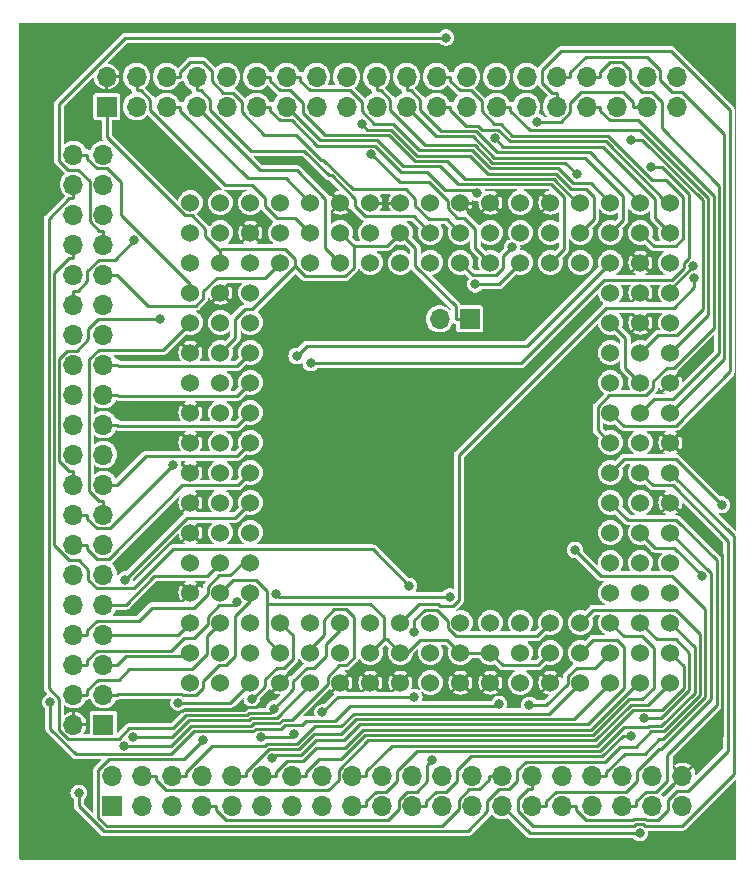
<source format=gbr>
%TF.GenerationSoftware,KiCad,Pcbnew,7.0.10*%
%TF.CreationDate,2024-03-06T13:03:10+02:00*%
%TF.ProjectId,486Interposer,34383649-6e74-4657-9270-6f7365722e6b,rev?*%
%TF.SameCoordinates,Original*%
%TF.FileFunction,Copper,L2,Bot*%
%TF.FilePolarity,Positive*%
%FSLAX46Y46*%
G04 Gerber Fmt 4.6, Leading zero omitted, Abs format (unit mm)*
G04 Created by KiCad (PCBNEW 7.0.10) date 2024-03-06 13:03:10*
%MOMM*%
%LPD*%
G01*
G04 APERTURE LIST*
%TA.AperFunction,ComponentPad*%
%ADD10R,1.700000X1.700000*%
%TD*%
%TA.AperFunction,ComponentPad*%
%ADD11O,1.700000X1.700000*%
%TD*%
%TA.AperFunction,ComponentPad*%
%ADD12C,1.524000*%
%TD*%
%TA.AperFunction,ViaPad*%
%ADD13C,0.800000*%
%TD*%
%TA.AperFunction,Conductor*%
%ADD14C,0.250000*%
%TD*%
G04 APERTURE END LIST*
D10*
%TO.P,J1,1,Pin_1*%
%TO.N,/VCC*%
X110973800Y-72424200D03*
D11*
%TO.P,J1,2,Pin_2*%
%TO.N,GND*%
X110973800Y-69884200D03*
%TO.P,J1,3,Pin_3*%
%TO.N,/D0*%
X113513800Y-72424200D03*
%TO.P,J1,4,Pin_4*%
%TO.N,/D1*%
X113513800Y-69884200D03*
%TO.P,J1,5,Pin_5*%
%TO.N,/D2*%
X116053800Y-72424200D03*
%TO.P,J1,6,Pin_6*%
%TO.N,/D3*%
X116053800Y-69884200D03*
%TO.P,J1,7,Pin_7*%
%TO.N,/D4*%
X118593800Y-72424200D03*
%TO.P,J1,8,Pin_8*%
%TO.N,/D5*%
X118593800Y-69884200D03*
%TO.P,J1,9,Pin_9*%
%TO.N,/D6*%
X121133800Y-72424200D03*
%TO.P,J1,10,Pin_10*%
%TO.N,/D7*%
X121133800Y-69884200D03*
%TO.P,J1,11,Pin_11*%
%TO.N,/D8*%
X123673800Y-72424200D03*
%TO.P,J1,12,Pin_12*%
%TO.N,/D9*%
X123673800Y-69884200D03*
%TO.P,J1,13,Pin_13*%
%TO.N,/D10*%
X126213800Y-72424200D03*
%TO.P,J1,14,Pin_14*%
%TO.N,/D11*%
X126213800Y-69884200D03*
%TO.P,J1,15,Pin_15*%
%TO.N,/D12*%
X128753800Y-72424200D03*
%TO.P,J1,16,Pin_16*%
%TO.N,/D13*%
X128753800Y-69884200D03*
%TO.P,J1,17,Pin_17*%
%TO.N,/D14*%
X131293800Y-72424200D03*
%TO.P,J1,18,Pin_18*%
%TO.N,/D15*%
X131293800Y-69884200D03*
%TO.P,J1,19,Pin_19*%
%TO.N,/D16*%
X133833800Y-72424200D03*
%TO.P,J1,20,Pin_20*%
%TO.N,/D17*%
X133833800Y-69884200D03*
%TO.P,J1,21,Pin_21*%
%TO.N,/D18*%
X136373800Y-72424200D03*
%TO.P,J1,22,Pin_22*%
%TO.N,/D19*%
X136373800Y-69884200D03*
%TO.P,J1,23,Pin_23*%
%TO.N,/D20*%
X138913800Y-72424200D03*
%TO.P,J1,24,Pin_24*%
%TO.N,/D21*%
X138913800Y-69884200D03*
%TO.P,J1,25,Pin_25*%
%TO.N,/D22*%
X141453800Y-72424200D03*
%TO.P,J1,26,Pin_26*%
%TO.N,/D23*%
X141453800Y-69884200D03*
%TO.P,J1,27,Pin_27*%
%TO.N,/D24*%
X143993800Y-72424200D03*
%TO.P,J1,28,Pin_28*%
%TO.N,/D25*%
X143993800Y-69884200D03*
%TO.P,J1,29,Pin_29*%
%TO.N,/D26*%
X146533800Y-72424200D03*
%TO.P,J1,30,Pin_30*%
%TO.N,/D27*%
X146533800Y-69884200D03*
%TO.P,J1,31,Pin_31*%
%TO.N,/D28*%
X149073800Y-72424200D03*
%TO.P,J1,32,Pin_32*%
%TO.N,/D29*%
X149073800Y-69884200D03*
%TO.P,J1,33,Pin_33*%
%TO.N,/D30*%
X151613800Y-72424200D03*
%TO.P,J1,34,Pin_34*%
%TO.N,/D31*%
X151613800Y-69884200D03*
%TO.P,J1,35,Pin_35*%
%TO.N,/DP0*%
X154153800Y-72424200D03*
%TO.P,J1,36,Pin_36*%
%TO.N,/DP1*%
X154153800Y-69884200D03*
%TO.P,J1,37,Pin_37*%
%TO.N,/DP2*%
X156693800Y-72424200D03*
%TO.P,J1,38,Pin_38*%
%TO.N,/DP3*%
X156693800Y-69884200D03*
%TO.P,J1,39,Pin_39*%
%TO.N,/~{PCHK}*%
X159233800Y-72424200D03*
%TO.P,J1,40,Pin_40*%
%TO.N,/WB{slash}~{WT}*%
X159233800Y-69884200D03*
%TD*%
D10*
%TO.P,J4,1,Pin_1*%
%TO.N,/VCC*%
X141707800Y-90396200D03*
D11*
%TO.P,J4,2,Pin_2*%
%TO.N,Net-(J4-Pin_2)*%
X139167800Y-90396200D03*
%TD*%
D10*
%TO.P,J2,1,Pin_1*%
%TO.N,/VCC*%
X110714800Y-124743200D03*
D11*
%TO.P,J2,2,Pin_2*%
%TO.N,GND*%
X108174800Y-124743200D03*
%TO.P,J2,3,Pin_3*%
%TO.N,/A2*%
X110714800Y-122203200D03*
%TO.P,J2,4,Pin_4*%
%TO.N,/A3*%
X108174800Y-122203200D03*
%TO.P,J2,5,Pin_5*%
%TO.N,/A4*%
X110714800Y-119663200D03*
%TO.P,J2,6,Pin_6*%
%TO.N,/A5*%
X108174800Y-119663200D03*
%TO.P,J2,7,Pin_7*%
%TO.N,/A6*%
X110714800Y-117123200D03*
%TO.P,J2,8,Pin_8*%
%TO.N,/A7*%
X108174800Y-117123200D03*
%TO.P,J2,9,Pin_9*%
%TO.N,/A8*%
X110714800Y-114583200D03*
%TO.P,J2,10,Pin_10*%
%TO.N,/A9*%
X108174800Y-114583200D03*
%TO.P,J2,11,Pin_11*%
%TO.N,/A10*%
X110714800Y-112043200D03*
%TO.P,J2,12,Pin_12*%
%TO.N,/A11*%
X108174800Y-112043200D03*
%TO.P,J2,13,Pin_13*%
%TO.N,/A12*%
X110714800Y-109503200D03*
%TO.P,J2,14,Pin_14*%
%TO.N,/A13*%
X108174800Y-109503200D03*
%TO.P,J2,15,Pin_15*%
%TO.N,/A14*%
X110714800Y-106963200D03*
%TO.P,J2,16,Pin_16*%
%TO.N,/A15*%
X108174800Y-106963200D03*
%TO.P,J2,17,Pin_17*%
%TO.N,/A16*%
X110714800Y-104423200D03*
%TO.P,J2,18,Pin_18*%
%TO.N,/A17*%
X108174800Y-104423200D03*
%TO.P,J2,19,Pin_19*%
%TO.N,/A18*%
X110714800Y-101883200D03*
%TO.P,J2,20,Pin_20*%
%TO.N,/A19*%
X108174800Y-101883200D03*
%TO.P,J2,21,Pin_21*%
%TO.N,/A20*%
X110714800Y-99343200D03*
%TO.P,J2,22,Pin_22*%
%TO.N,/A21*%
X108174800Y-99343200D03*
%TO.P,J2,23,Pin_23*%
%TO.N,/A22*%
X110714800Y-96803200D03*
%TO.P,J2,24,Pin_24*%
%TO.N,/A23*%
X108174800Y-96803200D03*
%TO.P,J2,25,Pin_25*%
%TO.N,/A24*%
X110714800Y-94263200D03*
%TO.P,J2,26,Pin_26*%
%TO.N,/A25*%
X108174800Y-94263200D03*
%TO.P,J2,27,Pin_27*%
%TO.N,/A26*%
X110714800Y-91723200D03*
%TO.P,J2,28,Pin_28*%
%TO.N,/A27*%
X108174800Y-91723200D03*
%TO.P,J2,29,Pin_29*%
%TO.N,/A28*%
X110714800Y-89183200D03*
%TO.P,J2,30,Pin_30*%
%TO.N,/A29*%
X108174800Y-89183200D03*
%TO.P,J2,31,Pin_31*%
%TO.N,/A30*%
X110714800Y-86643200D03*
%TO.P,J2,32,Pin_32*%
%TO.N,/A31*%
X108174800Y-86643200D03*
%TO.P,J2,33,Pin_33*%
%TO.N,/~{BE0}*%
X110714800Y-84103200D03*
%TO.P,J2,34,Pin_34*%
%TO.N,/~{BE1}*%
X108174800Y-84103200D03*
%TO.P,J2,35,Pin_35*%
%TO.N,/~{BE2}*%
X110714800Y-81563200D03*
%TO.P,J2,36,Pin_36*%
%TO.N,/~{BE3}*%
X108174800Y-81563200D03*
%TO.P,J2,37,Pin_37*%
%TO.N,/~{M{slash}IO}*%
X110714800Y-79023200D03*
%TO.P,J2,38,Pin_38*%
%TO.N,/~{D{slash}C}*%
X108174800Y-79023200D03*
%TO.P,J2,39,Pin_39*%
%TO.N,/~{W{slash}R}*%
X110714800Y-76483200D03*
%TO.P,J2,40,Pin_40*%
%TO.N,/VOLDET*%
X108174800Y-76483200D03*
%TD*%
D12*
%TO.P,U1,A1,D20*%
%TO.N,/D20*%
X158720800Y-80547200D03*
%TO.P,U1,A2,D22*%
%TO.N,/D22*%
X158720800Y-83087200D03*
%TO.P,U1,A3,TCK*%
%TO.N,/TCK*%
X158720800Y-85627200D03*
%TO.P,U1,A4,D23*%
%TO.N,/D23*%
X158720800Y-88167200D03*
%TO.P,U1,A5,DP3*%
%TO.N,/DP3*%
X158720800Y-90707200D03*
%TO.P,U1,A6,D24*%
%TO.N,/D24*%
X158720800Y-93247200D03*
%TO.P,U1,A7,VSS1*%
%TO.N,GND*%
X158720800Y-95787200D03*
%TO.P,U1,A8,D29*%
%TO.N,/D29*%
X158720800Y-98327200D03*
%TO.P,U1,A9,VSS2*%
%TO.N,GND*%
X158720800Y-100867200D03*
%TO.P,U1,A10,INV*%
%TO.N,/INV*%
X158720800Y-103407200D03*
%TO.P,U1,A11,VSS3*%
%TO.N,GND*%
X158720800Y-105947200D03*
%TO.P,U1,A12,~{HITM}*%
%TO.N,/~{HITM}*%
X158720800Y-108487200D03*
%TO.P,U1,A13,NC1*%
%TO.N,unconnected-(U1-NC1-PadA13)*%
X158720800Y-111027200D03*
%TO.P,U1,A14,TDI*%
%TO.N,/TDI*%
X158720800Y-113567200D03*
%TO.P,U1,A15,~{IGNNE}*%
%TO.N,/~{IGNNE}*%
X158720800Y-116107200D03*
%TO.P,U1,A16,INTR*%
%TO.N,/INTR*%
X158720800Y-118647200D03*
%TO.P,U1,A17,AHOLD*%
%TO.N,/AHOLD*%
X158720800Y-121187200D03*
%TO.P,U1,B1,D19*%
%TO.N,/D19*%
X156180800Y-80547200D03*
%TO.P,U1,B2,D21*%
%TO.N,/D21*%
X156180800Y-83087200D03*
%TO.P,U1,B3,VSS4*%
%TO.N,GND*%
X156180800Y-85627200D03*
%TO.P,U1,B4,VSS5*%
X156180800Y-88167200D03*
%TO.P,U1,B5,VSS6*%
X156180800Y-90707200D03*
%TO.P,U1,B6,D25*%
%TO.N,/D25*%
X156180800Y-93247200D03*
%TO.P,U1,B7,VCC1*%
%TO.N,/VCC*%
X156180800Y-95787200D03*
%TO.P,U1,B8,D31*%
%TO.N,/D31*%
X156180800Y-98327200D03*
%TO.P,U1,B9,VCC2*%
%TO.N,/VCC*%
X156180800Y-100867200D03*
%TO.P,U1,B10,~{SMI}*%
%TO.N,/~{SMI}*%
X156180800Y-103407200D03*
%TO.P,U1,B11,VCC3*%
%TO.N,/VCC*%
X156180800Y-105947200D03*
%TO.P,U1,B12,~{CACHE}*%
%TO.N,/~{CACHE}*%
X156180800Y-108487200D03*
%TO.P,U1,B13,WB/~{WT}*%
%TO.N,/WB{slash}~{WT}*%
X156180800Y-111027200D03*
%TO.P,U1,B14,TMS*%
%TO.N,/TMS*%
X156180800Y-113567200D03*
%TO.P,U1,B15,NMI*%
%TO.N,/NMI*%
X156180800Y-116107200D03*
%TO.P,U1,B16,TDO*%
%TO.N,/TDO*%
X156180800Y-118647200D03*
%TO.P,U1,B17,~{EADS}*%
%TO.N,/~{EADS}*%
X156180800Y-121187200D03*
%TO.P,U1,C1,D11*%
%TO.N,/D11*%
X153640800Y-80547200D03*
%TO.P,U1,C2,D18*%
%TO.N,/D18*%
X153640800Y-83087200D03*
%TO.P,U1,C3,CLK*%
%TO.N,/CLK*%
X153640800Y-85627200D03*
%TO.P,U1,C4,VCC4*%
%TO.N,/VCC*%
X153640800Y-88167200D03*
%TO.P,U1,C5,VCC5*%
X153640800Y-90707200D03*
%TO.P,U1,C6,D27*%
%TO.N,/D27*%
X153640800Y-93247200D03*
%TO.P,U1,C7,D26*%
%TO.N,/D26*%
X153640800Y-95787200D03*
%TO.P,U1,C8,D28*%
%TO.N,/D28*%
X153640800Y-98327200D03*
%TO.P,U1,C9,D30*%
%TO.N,/D30*%
X153640800Y-100867200D03*
%TO.P,U1,C10,SRESET*%
%TO.N,/SRESET*%
X153640800Y-103407200D03*
%TO.P,U1,C11,~{UP}*%
%TO.N,/~{UP}*%
X153640800Y-105947200D03*
%TO.P,U1,C12,~{SMIACT}*%
%TO.N,/~{SMIACT}*%
X153640800Y-108487200D03*
%TO.P,U1,C13,NC2*%
%TO.N,unconnected-(U1-NC2-PadC13)*%
X153640800Y-111027200D03*
%TO.P,U1,C14,~{FERR}*%
%TO.N,/~{FERR}*%
X153640800Y-113567200D03*
%TO.P,U1,C15,~{FLUSH}*%
%TO.N,/~{FLUSH}*%
X153640800Y-116107200D03*
%TO.P,U1,C16,RESET*%
%TO.N,/RESET*%
X153640800Y-118647200D03*
%TO.P,U1,C17,~{BS16}*%
%TO.N,/~{BS16}*%
X153640800Y-121187200D03*
%TO.P,U1,D1,D9*%
%TO.N,/D9*%
X151100800Y-80547200D03*
%TO.P,U1,D2,D13*%
%TO.N,/D13*%
X151100800Y-83087200D03*
%TO.P,U1,D3,D17*%
%TO.N,/D17*%
X151100800Y-85627200D03*
%TO.P,U1,D15,~{A20M}*%
%TO.N,/~{A20M}*%
X151100800Y-116107200D03*
%TO.P,U1,D16,~{BS8}*%
%TO.N,/~{BS8}*%
X151100800Y-118647200D03*
%TO.P,U1,D17,~{BOFF}*%
%TO.N,/~{BOFF}*%
X151100800Y-121187200D03*
%TO.P,U1,E1,VSS7*%
%TO.N,GND*%
X148560800Y-80547200D03*
%TO.P,U1,E2,VCC6*%
%TO.N,/VCC*%
X148560800Y-83087200D03*
%TO.P,U1,E3,D10*%
%TO.N,/D10*%
X148560800Y-85627200D03*
%TO.P,U1,E15,HOLD*%
%TO.N,/HOLD*%
X148560800Y-116107200D03*
%TO.P,U1,E16,VCC7*%
%TO.N,/VCC*%
X148560800Y-118647200D03*
%TO.P,U1,E17,VSS8*%
%TO.N,GND*%
X148560800Y-121187200D03*
%TO.P,U1,F1,DP1*%
%TO.N,/DP1*%
X146020800Y-80547200D03*
%TO.P,U1,F2,D8*%
%TO.N,/D8*%
X146020800Y-83087200D03*
%TO.P,U1,F3,D15*%
%TO.N,/D15*%
X146020800Y-85627200D03*
%TO.P,U1,F15,~{KEN}*%
%TO.N,/~{KEN}*%
X146020800Y-116107200D03*
%TO.P,U1,F16,~{RDY}*%
%TO.N,/~{RDY}*%
X146020800Y-118647200D03*
%TO.P,U1,F17,~{BE3}*%
%TO.N,/~{BE3}*%
X146020800Y-121187200D03*
%TO.P,U1,G1,VSS9*%
%TO.N,GND*%
X143480800Y-80547200D03*
%TO.P,U1,G2,VCC8*%
%TO.N,/VCC*%
X143480800Y-83087200D03*
%TO.P,U1,G3,D12*%
%TO.N,/D12*%
X143480800Y-85627200D03*
%TO.P,U1,G15,~{STPCLK}*%
%TO.N,/~{STPCLK}*%
X143480800Y-116107200D03*
%TO.P,U1,G16,VCC9*%
%TO.N,/VCC*%
X143480800Y-118647200D03*
%TO.P,U1,G17,VSS10*%
%TO.N,GND*%
X143480800Y-121187200D03*
%TO.P,U1,H1,VSS11*%
X140940800Y-80547200D03*
%TO.P,U1,H2,D3*%
%TO.N,/D3*%
X140940800Y-83087200D03*
%TO.P,U1,H3,DP2*%
%TO.N,/DP2*%
X140940800Y-85627200D03*
%TO.P,U1,H15,~{BRDY}*%
%TO.N,/~{BRDY}*%
X140940800Y-116107200D03*
%TO.P,U1,H16,VCC10*%
%TO.N,/VCC*%
X140940800Y-118647200D03*
%TO.P,U1,H17,VSS11*%
%TO.N,GND*%
X140940800Y-121187200D03*
%TO.P,U1,J1,VCC11/NC3*%
%TO.N,Net-(J4-Pin_2)*%
X138400800Y-80547200D03*
%TO.P,U1,J2,D5*%
%TO.N,/D5*%
X138400800Y-83087200D03*
%TO.P,U1,J3,D16*%
%TO.N,/D16*%
X138400800Y-85627200D03*
%TO.P,U1,J15,~{BE2}*%
%TO.N,/~{BE2}*%
X138400800Y-116107200D03*
%TO.P,U1,J16,~{BE1}*%
%TO.N,/~{BE1}*%
X138400800Y-118647200D03*
%TO.P,U1,J17,PCD*%
%TO.N,/PCD*%
X138400800Y-121187200D03*
%TO.P,U1,K1,VSS12*%
%TO.N,GND*%
X135860800Y-80547200D03*
%TO.P,U1,K2,VCC12*%
%TO.N,/VCC*%
X135860800Y-83087200D03*
%TO.P,U1,K3,D14*%
%TO.N,/D14*%
X135860800Y-85627200D03*
%TO.P,U1,K15,~{BE0}*%
%TO.N,/~{BE0}*%
X135860800Y-116107200D03*
%TO.P,U1,K16,VCC13*%
%TO.N,/VCC*%
X135860800Y-118647200D03*
%TO.P,U1,K17,VSS13*%
%TO.N,GND*%
X135860800Y-121187200D03*
%TO.P,U1,L1,VSS14*%
X133320800Y-80547200D03*
%TO.P,U1,L2,D6*%
%TO.N,/D6*%
X133320800Y-83087200D03*
%TO.P,U1,L3,D7*%
%TO.N,/D7*%
X133320800Y-85627200D03*
%TO.P,U1,L15,PWT*%
%TO.N,/PWT*%
X133320800Y-116107200D03*
%TO.P,U1,L16,VCC14*%
%TO.N,/VCC*%
X133320800Y-118647200D03*
%TO.P,U1,L17,VSS15*%
%TO.N,GND*%
X133320800Y-121187200D03*
%TO.P,U1,M1,VSS16*%
X130780800Y-80547200D03*
%TO.P,U1,M2,VCC15*%
%TO.N,/VCC*%
X130780800Y-83087200D03*
%TO.P,U1,M3,D4*%
%TO.N,/D4*%
X130780800Y-85627200D03*
%TO.P,U1,M15,~{D/C}*%
%TO.N,/~{D{slash}C}*%
X130780800Y-116107200D03*
%TO.P,U1,M16,VCC16*%
%TO.N,/VCC*%
X130780800Y-118647200D03*
%TO.P,U1,M17,VSS17*%
%TO.N,GND*%
X130780800Y-121187200D03*
%TO.P,U1,N1,D2*%
%TO.N,/D2*%
X128240800Y-80547200D03*
%TO.P,U1,N2,D1*%
%TO.N,/D1*%
X128240800Y-83087200D03*
%TO.P,U1,N3,DP0*%
%TO.N,/DP0*%
X128240800Y-85627200D03*
%TO.P,U1,N15,~{LOCK}*%
%TO.N,/~{LOCK}*%
X128240800Y-116107200D03*
%TO.P,U1,N16,~{M/IO}*%
%TO.N,/~{M{slash}IO}*%
X128240800Y-118647200D03*
%TO.P,U1,N17,~{W/R}*%
%TO.N,/~{W{slash}R}*%
X128240800Y-121187200D03*
%TO.P,U1,P1,D0*%
%TO.N,/D0*%
X125700800Y-80547200D03*
%TO.P,U1,P2,A29*%
%TO.N,/A29*%
X125700800Y-83087200D03*
%TO.P,U1,P3,A30*%
%TO.N,/A30*%
X125700800Y-85627200D03*
%TO.P,U1,P15,HLDA*%
%TO.N,/HLDA*%
X125700800Y-116107200D03*
%TO.P,U1,P16,VCC17*%
%TO.N,/VCC*%
X125700800Y-118647200D03*
%TO.P,U1,P17,VSS18*%
%TO.N,GND*%
X125700800Y-121187200D03*
%TO.P,U1,Q1,A31*%
%TO.N,/A31*%
X123160800Y-80547200D03*
%TO.P,U1,Q2,VSS19*%
%TO.N,GND*%
X123160800Y-83087200D03*
%TO.P,U1,Q3,A17*%
%TO.N,/A17*%
X123160800Y-85627200D03*
%TO.P,U1,Q4,A19*%
%TO.N,/A19*%
X123160800Y-88167200D03*
%TO.P,U1,Q5,A21*%
%TO.N,/A21*%
X123160800Y-90707200D03*
%TO.P,U1,Q6,A24*%
%TO.N,/A24*%
X123160800Y-93247200D03*
%TO.P,U1,Q7,A22*%
%TO.N,/A22*%
X123160800Y-95787200D03*
%TO.P,U1,Q8,A20*%
%TO.N,/A20*%
X123160800Y-98327200D03*
%TO.P,U1,Q9,A16*%
%TO.N,/A16*%
X123160800Y-100867200D03*
%TO.P,U1,Q10,A13*%
%TO.N,/A13*%
X123160800Y-103407200D03*
%TO.P,U1,Q11,A9*%
%TO.N,/A9*%
X123160800Y-105947200D03*
%TO.P,U1,Q12,A5*%
%TO.N,/A5*%
X123160800Y-108487200D03*
%TO.P,U1,Q13,A7*%
%TO.N,/A7*%
X123160800Y-111027200D03*
%TO.P,U1,Q14,A2*%
%TO.N,/A2*%
X123160800Y-113567200D03*
%TO.P,U1,Q15,BREQ*%
%TO.N,/BREQ*%
X123160800Y-116107200D03*
%TO.P,U1,Q16,~{PLOCK}*%
%TO.N,/~{PLOCK}*%
X123160800Y-118647200D03*
%TO.P,U1,Q17,~{PCHK}*%
%TO.N,/~{PCHK}*%
X123160800Y-121187200D03*
%TO.P,U1,R1,A28*%
%TO.N,/A28*%
X120620800Y-80547200D03*
%TO.P,U1,R2,A25*%
%TO.N,/A25*%
X120620800Y-83087200D03*
%TO.P,U1,R3,VCC18*%
%TO.N,/VCC*%
X120620800Y-85627200D03*
%TO.P,U1,R4,VSS20*%
%TO.N,GND*%
X120620800Y-88167200D03*
%TO.P,U1,R5,A18*%
%TO.N,/A18*%
X120620800Y-90707200D03*
%TO.P,U1,R6,VCC19*%
%TO.N,/VCC*%
X120620800Y-93247200D03*
%TO.P,U1,R7,A15*%
%TO.N,/A15*%
X120620800Y-95787200D03*
%TO.P,U1,R8,VCC20*%
%TO.N,/VCC*%
X120620800Y-98327200D03*
%TO.P,U1,R9,VCC21*%
X120620800Y-100867200D03*
%TO.P,U1,R10,VCC22*%
X120620800Y-103407200D03*
%TO.P,U1,R11,VCC23*%
X120620800Y-105947200D03*
%TO.P,U1,R12,A11*%
%TO.N,/A11*%
X120620800Y-108487200D03*
%TO.P,U1,R13,A8*%
%TO.N,/A8*%
X120620800Y-111027200D03*
%TO.P,U1,R14,VCC24*%
%TO.N,/VCC*%
X120620800Y-113567200D03*
%TO.P,U1,R15,A3*%
%TO.N,/A3*%
X120620800Y-116107200D03*
%TO.P,U1,R16,~{BLAST}*%
%TO.N,/~{BLAST}*%
X120620800Y-118647200D03*
%TO.P,U1,R17,CLKMUL*%
%TO.N,/CLKMUL*%
X120620800Y-121187200D03*
%TO.P,U1,S1,A27*%
%TO.N,/A27*%
X118080800Y-80547200D03*
%TO.P,U1,S2,A26*%
%TO.N,/A26*%
X118080800Y-83087200D03*
%TO.P,U1,S3,A23*%
%TO.N,/A23*%
X118080800Y-85627200D03*
%TO.P,U1,S4,VOLDET*%
%TO.N,/VOLDET*%
X118080800Y-88167200D03*
%TO.P,U1,S5,A14*%
%TO.N,/A14*%
X118080800Y-90707200D03*
%TO.P,U1,S6,VSS21*%
%TO.N,GND*%
X118080800Y-93247200D03*
%TO.P,U1,S7,A12*%
%TO.N,/A12*%
X118080800Y-95787200D03*
%TO.P,U1,S8,VSS22*%
%TO.N,GND*%
X118080800Y-98327200D03*
%TO.P,U1,S9,VSS23*%
X118080800Y-100867200D03*
%TO.P,U1,S10,VSS24*%
X118080800Y-103407200D03*
%TO.P,U1,S11,VSS25*%
X118080800Y-105947200D03*
%TO.P,U1,S12,VSS26*%
X118080800Y-108487200D03*
%TO.P,U1,S13,A10*%
%TO.N,/A10*%
X118080800Y-111027200D03*
%TO.P,U1,S14,VSS27*%
%TO.N,GND*%
X118080800Y-113567200D03*
%TO.P,U1,S15,A6*%
%TO.N,/A6*%
X118080800Y-116107200D03*
%TO.P,U1,S16,A4*%
%TO.N,/A4*%
X118080800Y-118647200D03*
%TO.P,U1,S17,~{ADS}*%
%TO.N,/~{ADS}*%
X118080800Y-121187200D03*
%TD*%
D10*
%TO.P,J3,1,Pin_1*%
%TO.N,/CLK*%
X111476800Y-131601200D03*
D11*
%TO.P,J3,2,Pin_2*%
%TO.N,/~{A20M}*%
X111476800Y-129061200D03*
%TO.P,J3,3,Pin_3*%
%TO.N,/~{ADS}*%
X114016800Y-131601200D03*
%TO.P,J3,4,Pin_4*%
%TO.N,/AHOLD*%
X114016800Y-129061200D03*
%TO.P,J3,5,Pin_5*%
%TO.N,/~{BLAST}*%
X116556800Y-131601200D03*
%TO.P,J3,6,Pin_6*%
%TO.N,/~{BOFF}*%
X116556800Y-129061200D03*
%TO.P,J3,7,Pin_7*%
%TO.N,/~{BRDY}*%
X119096800Y-131601200D03*
%TO.P,J3,8,Pin_8*%
%TO.N,/BREQ*%
X119096800Y-129061200D03*
%TO.P,J3,9,Pin_9*%
%TO.N,/~{BS8}*%
X121636800Y-131601200D03*
%TO.P,J3,10,Pin_10*%
%TO.N,/~{BS16}*%
X121636800Y-129061200D03*
%TO.P,J3,11,Pin_11*%
%TO.N,/~{D{slash}C}*%
X124176800Y-131601200D03*
%TO.P,J3,12,Pin_12*%
%TO.N,/~{EADS}*%
X124176800Y-129061200D03*
%TO.P,J3,13,Pin_13*%
%TO.N,/~{FERR}*%
X126716800Y-131601200D03*
%TO.P,J3,14,Pin_14*%
%TO.N,/~{FLUSH}*%
X126716800Y-129061200D03*
%TO.P,J3,15,Pin_15*%
%TO.N,/HLDA*%
X129256800Y-131601200D03*
%TO.P,J3,16,Pin_16*%
%TO.N,/HOLD*%
X129256800Y-129061200D03*
%TO.P,J3,17,Pin_17*%
%TO.N,/~{IGNNE}*%
X131796800Y-131601200D03*
%TO.P,J3,18,Pin_18*%
%TO.N,/INTR*%
X131796800Y-129061200D03*
%TO.P,J3,19,Pin_19*%
%TO.N,/~{RDY}*%
X134336800Y-131601200D03*
%TO.P,J3,20,Pin_20*%
%TO.N,/~{LOCK}*%
X134336800Y-129061200D03*
%TO.P,J3,21,Pin_21*%
%TO.N,/NMI*%
X136876800Y-131601200D03*
%TO.P,J3,22,Pin_22*%
%TO.N,/PCD*%
X136876800Y-129061200D03*
%TO.P,J3,23,Pin_23*%
%TO.N,/PWT*%
X139416800Y-131601200D03*
%TO.P,J3,24,Pin_24*%
%TO.N,/~{PLOCK}*%
X139416800Y-129061200D03*
%TO.P,J3,25,Pin_25*%
%TO.N,/~{KEN}*%
X141956800Y-131601200D03*
%TO.P,J3,26,Pin_26*%
%TO.N,/RESET*%
X141956800Y-129061200D03*
%TO.P,J3,27,Pin_27*%
%TO.N,/~{CACHE}*%
X144496800Y-131601200D03*
%TO.P,J3,28,Pin_28*%
%TO.N,/CLKMUL*%
X144496800Y-129061200D03*
%TO.P,J3,29,Pin_29*%
%TO.N,/~{HITM}*%
X147036800Y-131601200D03*
%TO.P,J3,30,Pin_30*%
%TO.N,/INV*%
X147036800Y-129061200D03*
%TO.P,J3,31,Pin_31*%
%TO.N,/~{SMI}*%
X149576800Y-131601200D03*
%TO.P,J3,32,Pin_32*%
%TO.N,/~{SMIACT}*%
X149576800Y-129061200D03*
%TO.P,J3,33,Pin_33*%
%TO.N,/SRESET*%
X152116800Y-131601200D03*
%TO.P,J3,34,Pin_34*%
%TO.N,/~{STPCLK}*%
X152116800Y-129061200D03*
%TO.P,J3,35,Pin_35*%
%TO.N,/~{UP}*%
X154656800Y-131601200D03*
%TO.P,J3,36,Pin_36*%
%TO.N,/TCK*%
X154656800Y-129061200D03*
%TO.P,J3,37,Pin_37*%
%TO.N,/TDI*%
X157196800Y-131601200D03*
%TO.P,J3,38,Pin_38*%
%TO.N,/TDO*%
X157196800Y-129061200D03*
%TO.P,J3,39,Pin_39*%
%TO.N,/TMS*%
X159736800Y-131601200D03*
%TO.P,J3,40,Pin_40*%
%TO.N,GND*%
X159736800Y-129061200D03*
%TD*%
D13*
%TO.N,/A9*%
X112544700Y-112471100D03*
%TO.N,/A5*%
X122018900Y-114363500D03*
%TO.N,/D8*%
X142334000Y-79730800D03*
%TO.N,/D12*%
X133391800Y-76456200D03*
%TO.N,/D13*%
X132563800Y-73869800D03*
%TO.N,/D15*%
X142210800Y-87469300D03*
%TO.N,/D17*%
X150786100Y-78147500D03*
%TO.N,/D22*%
X143841100Y-75092500D03*
%TO.N,/D23*%
X160632600Y-85901500D03*
%TO.N,/D25*%
X155356600Y-75222100D03*
%TO.N,/A15*%
X116608500Y-102786500D03*
%TO.N,/A17*%
X115528400Y-90421200D03*
%TO.N,/A29*%
X113304300Y-83755200D03*
%TO.N,/DP0*%
X128266700Y-94137800D03*
X157095700Y-77521800D03*
%TO.N,/DP2*%
X145321400Y-84341500D03*
X147446800Y-73705400D03*
%TO.N,/~{PCHK}*%
X117044100Y-122884000D03*
%TO.N,/~{BE0}*%
X139713600Y-66590600D03*
X160725700Y-86903500D03*
%TO.N,/~{BE1}*%
X136579200Y-113006000D03*
%TO.N,/~{BE3}*%
X106226700Y-122843100D03*
X144201100Y-123009300D03*
%TO.N,/CLK*%
X127073000Y-93524800D03*
%TO.N,/~{CACHE}*%
X161363100Y-112195500D03*
X156115200Y-133903900D03*
%TO.N,/NMI*%
X155350400Y-125709500D03*
X156494100Y-124230800D03*
%TO.N,/SRESET*%
X163059500Y-106137400D03*
%TO.N,/RESET*%
X146765500Y-123077800D03*
%TO.N,/~{A20M}*%
X108627300Y-130538500D03*
%TO.N,/~{BS8}*%
X125014600Y-127576700D03*
%TO.N,/HOLD*%
X129256800Y-123723300D03*
X137021800Y-116899500D03*
X137021800Y-122407600D03*
%TO.N,/~{STPCLK}*%
X150630100Y-109952800D03*
%TO.N,/~{BRDY}*%
X138564100Y-127747600D03*
%TO.N,/~{D{slash}C}*%
X125160100Y-123395300D03*
%TO.N,/~{M{slash}IO}*%
X112479200Y-126523600D03*
%TO.N,/~{W{slash}R}*%
X113205400Y-125796700D03*
%TO.N,/HLDA*%
X123270800Y-122552100D03*
X126870200Y-125554000D03*
X124082300Y-125813600D03*
%TO.N,/~{PLOCK}*%
X140029900Y-113911700D03*
X125336800Y-113693100D03*
%TO.N,/CLKMUL*%
X119172300Y-126050800D03*
%TD*%
D14*
%TO.N,GND*%
X117345200Y-123610900D02*
X117471200Y-123484900D01*
X123609000Y-123279000D02*
X125700800Y-121187200D01*
X118080800Y-93247200D02*
X119350800Y-91977200D01*
X133320800Y-80547200D02*
X135860800Y-80547200D01*
X117471200Y-123484900D02*
X122648900Y-123484900D01*
X148560800Y-80547200D02*
X148089900Y-81018100D01*
X122648900Y-123484900D02*
X122854800Y-123279000D01*
X122854800Y-123279000D02*
X123609000Y-123279000D01*
X140940800Y-80547200D02*
X141956800Y-80547200D01*
X119350800Y-91977200D02*
X119350800Y-89437200D01*
X163069800Y-125728200D02*
X163069800Y-110296200D01*
X119350800Y-89437200D02*
X120620800Y-88167200D01*
%TO.N,/A2*%
X120525000Y-119736100D02*
X119169700Y-121091400D01*
X121890800Y-115519600D02*
X121890800Y-118936200D01*
X121090900Y-119736100D02*
X120525000Y-119736100D01*
X117307700Y-122119600D02*
X111975300Y-122119600D01*
X121890800Y-118936200D02*
X121090900Y-119736100D01*
X110714800Y-122203200D02*
X111891700Y-122203200D01*
X118571100Y-122277300D02*
X117465400Y-122277300D01*
X119169700Y-121678700D02*
X118571100Y-122277300D01*
X119169700Y-121091400D02*
X119169700Y-121678700D01*
X117465400Y-122277300D02*
X117307700Y-122119600D01*
X123160800Y-113567200D02*
X123160800Y-114249600D01*
X111975300Y-122119600D02*
X111891700Y-122203200D01*
X123160800Y-114249600D02*
X121890800Y-115519600D01*
%TO.N,/A3*%
X112001200Y-120933200D02*
X110255900Y-120933200D01*
X110255900Y-120933200D02*
X109351700Y-121837400D01*
X112858500Y-120075900D02*
X112001200Y-120933200D01*
X119493300Y-118798400D02*
X118215800Y-120075900D01*
X108174800Y-122203200D02*
X109351700Y-122203200D01*
X109351700Y-121837400D02*
X109351700Y-122203200D01*
X119493300Y-117234700D02*
X119493300Y-118798400D01*
X118215800Y-120075900D02*
X112858500Y-120075900D01*
X120620800Y-116107200D02*
X119493300Y-117234700D01*
%TO.N,/A13*%
X122063800Y-104504200D02*
X123160800Y-103407200D01*
X110174500Y-110693800D02*
X111206600Y-110693800D01*
X108174800Y-109503200D02*
X109351700Y-109503200D01*
X111206600Y-110693800D02*
X117396200Y-104504200D01*
X117396200Y-104504200D02*
X122063800Y-104504200D01*
X109351700Y-109871000D02*
X110174500Y-110693800D01*
X109351700Y-109503200D02*
X109351700Y-109871000D01*
%TO.N,/A9*%
X123160800Y-105947200D02*
X121890800Y-107217200D01*
X117798600Y-107217200D02*
X112544700Y-112471100D01*
X121890800Y-107217200D02*
X117798600Y-107217200D01*
%TO.N,/A5*%
X121726300Y-114656100D02*
X122018900Y-114363500D01*
X119531900Y-116205600D02*
X119531900Y-115646700D01*
X118360300Y-117377200D02*
X119531900Y-116205600D01*
X110160700Y-118486300D02*
X116434500Y-118486300D01*
X109351700Y-119295300D02*
X110160700Y-118486300D01*
X117543600Y-117377200D02*
X118360300Y-117377200D01*
X120522500Y-114656100D02*
X121726300Y-114656100D01*
X116434500Y-118486300D02*
X117543600Y-117377200D01*
X108174800Y-119663200D02*
X109351700Y-119663200D01*
X109351700Y-119663200D02*
X109351700Y-119295300D01*
X119531900Y-115646700D02*
X120522500Y-114656100D01*
%TO.N,/A7*%
X120501900Y-112116100D02*
X121412800Y-112116100D01*
X113709400Y-115946300D02*
X114818500Y-114837200D01*
X108174800Y-117123200D02*
X109351700Y-117123200D01*
X109351700Y-117123200D02*
X109351700Y-116755300D01*
X109351700Y-116755300D02*
X110160700Y-115946300D01*
X110160700Y-115946300D02*
X113709400Y-115946300D01*
X122501700Y-111027200D02*
X123160800Y-111027200D01*
X119531900Y-113086100D02*
X120501900Y-112116100D01*
X121412800Y-112116100D02*
X122501700Y-111027200D01*
X114818500Y-114837200D02*
X118413000Y-114837200D01*
X119531900Y-113718300D02*
X119531900Y-113086100D01*
X118413000Y-114837200D02*
X119531900Y-113718300D01*
%TO.N,/A8*%
X115030800Y-112137900D02*
X119510100Y-112137900D01*
X112585500Y-114583200D02*
X115030800Y-112137900D01*
X119510100Y-112137900D02*
X120620800Y-111027200D01*
X110714800Y-114583200D02*
X112585500Y-114583200D01*
%TO.N,/A6*%
X117064800Y-117123200D02*
X118080800Y-116107200D01*
X110714800Y-117123200D02*
X117064800Y-117123200D01*
%TO.N,/A4*%
X112603800Y-118951100D02*
X117776900Y-118951100D01*
X110714800Y-119663200D02*
X111891700Y-119663200D01*
X111891700Y-119663200D02*
X112603800Y-118951100D01*
X117776900Y-118951100D02*
X118080800Y-118647200D01*
%TO.N,/D1*%
X123251300Y-79027200D02*
X120976300Y-79027200D01*
X120976300Y-79027200D02*
X114690700Y-72741600D01*
X124430800Y-80879400D02*
X124430800Y-80206700D01*
X114690700Y-71870100D02*
X113881700Y-71061100D01*
X113513800Y-69884200D02*
X113513800Y-71061100D01*
X114690700Y-72741600D02*
X114690700Y-71870100D01*
X125368600Y-81817200D02*
X124430800Y-80879400D01*
X128240800Y-83087200D02*
X126970800Y-81817200D01*
X126970800Y-81817200D02*
X125368600Y-81817200D01*
X124430800Y-80206700D02*
X123251300Y-79027200D01*
X113881700Y-71061100D02*
X113513800Y-71061100D01*
%TO.N,/D2*%
X116053800Y-72424200D02*
X117230700Y-72424200D01*
X122931700Y-78472100D02*
X117230700Y-72771100D01*
X126165700Y-78472100D02*
X122931700Y-78472100D01*
X117230700Y-72771100D02*
X117230700Y-72424200D01*
X128240800Y-80547200D02*
X126165700Y-78472100D01*
%TO.N,/D3*%
X116053800Y-69884200D02*
X117230700Y-69884200D01*
X127036000Y-74862900D02*
X124344100Y-74862900D01*
X139830100Y-81976500D02*
X138278700Y-81976500D01*
X119122000Y-68686700D02*
X118062400Y-68686700D01*
X137130800Y-80828600D02*
X137130800Y-80271800D01*
X140940800Y-83087200D02*
X139830100Y-81976500D01*
X118062400Y-68686700D02*
X117230700Y-69518400D01*
X120817900Y-71247300D02*
X119863800Y-70293200D01*
X131868900Y-79442900D02*
X129342600Y-76916600D01*
X119863800Y-70293200D02*
X119863800Y-69428500D01*
X117230700Y-69518400D02*
X117230700Y-69884200D01*
X122403800Y-72922600D02*
X122403800Y-72001600D01*
X138278700Y-81976500D02*
X137130800Y-80828600D01*
X121649500Y-71247300D02*
X120817900Y-71247300D01*
X129089700Y-76916600D02*
X127036000Y-74862900D01*
X129342600Y-76916600D02*
X129089700Y-76916600D01*
X124344100Y-74862900D02*
X122403800Y-72922600D01*
X137130800Y-80271800D02*
X136301900Y-79442900D01*
X119863800Y-69428500D02*
X119122000Y-68686700D01*
X122403800Y-72001600D02*
X121649500Y-71247300D01*
X136301900Y-79442900D02*
X131868900Y-79442900D01*
%TO.N,/D4*%
X127069200Y-77818900D02*
X129510800Y-80260500D01*
X129510800Y-80260500D02*
X129510800Y-84357200D01*
X118593800Y-72424200D02*
X123988500Y-77818900D01*
X129510800Y-84357200D02*
X130780800Y-85627200D01*
X123988500Y-77818900D02*
X127069200Y-77818900D01*
%TO.N,/D5*%
X136971500Y-81657900D02*
X138400800Y-83087200D01*
X132050800Y-80270500D02*
X132050800Y-80879400D01*
X118593800Y-71061100D02*
X118961700Y-71061100D01*
X130034300Y-78254000D02*
X132050800Y-80270500D01*
X127715600Y-76181600D02*
X129788000Y-78254000D01*
X119770700Y-72732400D02*
X123219900Y-76181600D01*
X132050800Y-80879400D02*
X132829300Y-81657900D01*
X132829300Y-81657900D02*
X136971500Y-81657900D01*
X118961700Y-71061100D02*
X119770700Y-71870100D01*
X129788000Y-78254000D02*
X130034300Y-78254000D01*
X119770700Y-71870100D02*
X119770700Y-72732400D01*
X118593800Y-69884200D02*
X118593800Y-71061100D01*
X123219900Y-76181600D02*
X127715600Y-76181600D01*
%TO.N,/D8*%
X133692900Y-75729300D02*
X128792100Y-75729300D01*
X142334000Y-79730800D02*
X142061400Y-79458200D01*
X126663900Y-73601100D02*
X125659700Y-73601100D01*
X123673800Y-72424200D02*
X124850700Y-72424200D01*
X124850700Y-72792100D02*
X124850700Y-72424200D01*
X139628900Y-79458200D02*
X138117100Y-77946400D01*
X135910000Y-77946400D02*
X133692900Y-75729300D01*
X142061400Y-79458200D02*
X139628900Y-79458200D01*
X125659700Y-73601100D02*
X124850700Y-72792100D01*
X128792100Y-75729300D02*
X126663900Y-73601100D01*
X138117100Y-77946400D02*
X135910000Y-77946400D01*
%TO.N,/D9*%
X141328300Y-78551800D02*
X139819000Y-77042500D01*
X126535200Y-71061100D02*
X125659700Y-71061100D01*
X134867900Y-74825500D02*
X129462500Y-74825500D01*
X139819000Y-77042500D02*
X137084900Y-77042500D01*
X129462500Y-74825500D02*
X127576900Y-72939900D01*
X125659700Y-71061100D02*
X124850700Y-70252100D01*
X151100800Y-80547200D02*
X150816500Y-80547200D01*
X124850700Y-70252100D02*
X124850700Y-69884200D01*
X127576900Y-72102800D02*
X126535200Y-71061100D01*
X123673800Y-69884200D02*
X124850700Y-69884200D01*
X127576900Y-72939900D02*
X127576900Y-72102800D01*
X148821100Y-78551800D02*
X141328300Y-78551800D01*
X150816500Y-80547200D02*
X148821100Y-78551800D01*
X137084900Y-77042500D02*
X134867900Y-74825500D01*
%TO.N,/D10*%
X149685200Y-80100900D02*
X148588100Y-79003800D01*
X148560800Y-85627200D02*
X149685200Y-84502800D01*
X129067000Y-75277400D02*
X126213800Y-72424200D01*
X149685200Y-84502800D02*
X149685200Y-80100900D01*
X140745700Y-79003800D02*
X139236300Y-77494400D01*
X139236300Y-77494400D02*
X136097100Y-77494400D01*
X136097100Y-77494400D02*
X133880100Y-75277400D01*
X148588100Y-79003800D02*
X140745700Y-79003800D01*
X133880100Y-75277400D02*
X129067000Y-75277400D01*
%TO.N,/D11*%
X137459300Y-76138700D02*
X135242300Y-73921700D01*
X149195500Y-77643400D02*
X143446400Y-77643400D01*
X132563800Y-72029500D02*
X131595400Y-71061100D01*
X143446400Y-77643400D02*
X141941700Y-76138700D01*
X150441700Y-78889600D02*
X149195500Y-77643400D01*
X151983200Y-78889600D02*
X150441700Y-78889600D01*
X153640800Y-80547200D02*
X151983200Y-78889600D01*
X126213800Y-69884200D02*
X127390700Y-69884200D01*
X131595400Y-71061100D02*
X128199700Y-71061100D01*
X135242300Y-73921700D02*
X133646800Y-73921700D01*
X141941700Y-76138700D02*
X137459300Y-76138700D01*
X127390700Y-70252100D02*
X127390700Y-69884200D01*
X133646800Y-73921700D02*
X132563800Y-72838700D01*
X128199700Y-71061100D02*
X127390700Y-70252100D01*
X132563800Y-72838700D02*
X132563800Y-72029500D01*
%TO.N,/D12*%
X139851900Y-80389200D02*
X139851900Y-81028300D01*
X142210800Y-82755000D02*
X142210800Y-84357200D01*
X141273000Y-81817200D02*
X142210800Y-82755000D01*
X138311300Y-78848600D02*
X139851900Y-80389200D01*
X139851900Y-81028300D02*
X140640800Y-81817200D01*
X142210800Y-84357200D02*
X143480800Y-85627200D01*
X135784200Y-78848600D02*
X138311300Y-78848600D01*
X133391800Y-76456200D02*
X135784200Y-78848600D01*
X140640800Y-81817200D02*
X141273000Y-81817200D01*
%TO.N,/D13*%
X151544500Y-79400700D02*
X150313700Y-79400700D01*
X152216400Y-80072600D02*
X151544500Y-79400700D01*
X133067600Y-74373600D02*
X132563800Y-73869800D01*
X143260300Y-78098500D02*
X141752400Y-76590600D01*
X141752400Y-76590600D02*
X137272100Y-76590600D01*
X151100800Y-83087200D02*
X152216400Y-81971600D01*
X152216400Y-81971600D02*
X152216400Y-80072600D01*
X150313700Y-79400700D02*
X149011500Y-78098500D01*
X149011500Y-78098500D02*
X143260300Y-78098500D01*
X137272100Y-76590600D02*
X135055100Y-74373600D01*
X135055100Y-74373600D02*
X133067600Y-74373600D01*
%TO.N,/D15*%
X146020800Y-85627200D02*
X144178700Y-87469300D01*
X144178700Y-87469300D02*
X142210800Y-87469300D01*
%TO.N,/D17*%
X142129000Y-75686800D02*
X137956300Y-75686800D01*
X135010700Y-71870100D02*
X134201700Y-71061100D01*
X137956300Y-75686800D02*
X135010700Y-72741200D01*
X150786100Y-78147500D02*
X149830000Y-77191400D01*
X133833800Y-69884200D02*
X133833800Y-71061100D01*
X143633600Y-77191400D02*
X142129000Y-75686800D01*
X135010700Y-72741200D02*
X135010700Y-71870100D01*
X134201700Y-71061100D02*
X133833800Y-71061100D01*
X149830000Y-77191400D02*
X143633600Y-77191400D01*
%TO.N,/D18*%
X142031300Y-74950000D02*
X138899600Y-74950000D01*
X153640800Y-83087200D02*
X154729700Y-81998300D01*
X154729700Y-80023000D02*
X151443200Y-76736500D01*
X154729700Y-81998300D02*
X154729700Y-80023000D01*
X143817800Y-76736500D02*
X142031300Y-74950000D01*
X138899600Y-74950000D02*
X136373800Y-72424200D01*
X151443200Y-76736500D02*
X143817800Y-76736500D01*
%TO.N,/D19*%
X151916800Y-76283200D02*
X156180800Y-80547200D01*
X136373800Y-71061100D02*
X136741700Y-71061100D01*
X136373800Y-69884200D02*
X136373800Y-71061100D01*
X139316400Y-74498100D02*
X142218500Y-74498100D01*
X136741700Y-71061100D02*
X137550700Y-71870100D01*
X137550700Y-71870100D02*
X137550700Y-72732400D01*
X142218500Y-74498100D02*
X144003600Y-76283200D01*
X137550700Y-72732400D02*
X139316400Y-74498100D01*
X144003600Y-76283200D02*
X151916800Y-76283200D01*
%TO.N,/D20*%
X140090700Y-72751300D02*
X141385600Y-74046200D01*
X145134000Y-75357400D02*
X153238700Y-75357400D01*
X142725100Y-74365600D02*
X144142200Y-74365600D01*
X141385600Y-74046200D02*
X142405700Y-74046200D01*
X140090700Y-72424200D02*
X140090700Y-72751300D01*
X144142200Y-74365600D02*
X145134000Y-75357400D01*
X142405700Y-74046200D02*
X142725100Y-74365600D01*
X138913800Y-72424200D02*
X140090700Y-72424200D01*
X153238700Y-75357400D02*
X158428500Y-80547200D01*
X158428500Y-80547200D02*
X158720800Y-80547200D01*
%TO.N,/D21*%
X144329400Y-73913700D02*
X145300000Y-74884300D01*
X158371800Y-78612700D02*
X159818400Y-80059300D01*
X159186700Y-84191400D02*
X157285000Y-84191400D01*
X140899700Y-71061100D02*
X141791600Y-71061100D01*
X142723800Y-71993300D02*
X142723800Y-72833400D01*
X145300000Y-74884300D02*
X153419800Y-74884300D01*
X157148200Y-78612700D02*
X158371800Y-78612700D01*
X157285000Y-84191400D02*
X156180800Y-83087200D01*
X159818400Y-83559700D02*
X159186700Y-84191400D01*
X142723800Y-72833400D02*
X143804100Y-73913700D01*
X153419800Y-74884300D02*
X157148200Y-78612700D01*
X140090700Y-70252100D02*
X140899700Y-71061100D01*
X159818400Y-80059300D02*
X159818400Y-83559700D01*
X143804100Y-73913700D02*
X144329400Y-73913700D01*
X141791600Y-71061100D02*
X142723800Y-71993300D01*
X138913800Y-69884200D02*
X140090700Y-69884200D01*
X140090700Y-69884200D02*
X140090700Y-70252100D01*
%TO.N,/D22*%
X144579800Y-75831200D02*
X153004800Y-75831200D01*
X153004800Y-75831200D02*
X157450800Y-80277200D01*
X143841100Y-75092500D02*
X144579800Y-75831200D01*
X157450800Y-81817200D02*
X158720800Y-83087200D01*
X157450800Y-80277200D02*
X157450800Y-81817200D01*
%TO.N,/D23*%
X160632600Y-85901500D02*
X160632600Y-85968700D01*
X160632600Y-85968700D02*
X158720800Y-87880500D01*
X158720800Y-87880500D02*
X158720800Y-88167200D01*
%TO.N,/D24*%
X143993800Y-72424200D02*
X145170700Y-72424200D01*
X161932200Y-80186900D02*
X161932200Y-90035800D01*
X161932200Y-90035800D02*
X158720800Y-93247200D01*
X156177700Y-74432400D02*
X161932200Y-80186900D01*
X146793400Y-74432400D02*
X156177700Y-74432400D01*
X145170700Y-72424200D02*
X145170700Y-72809700D01*
X145170700Y-72809700D02*
X146793400Y-74432400D01*
%TO.N,/D25*%
X159244900Y-91796100D02*
X157631900Y-91796100D01*
X157631900Y-91796100D02*
X156180800Y-93247200D01*
X161480300Y-89560700D02*
X159244900Y-91796100D01*
X155356600Y-75222100D02*
X156328300Y-75222100D01*
X156328300Y-75222100D02*
X161480300Y-80374100D01*
X161480300Y-80374100D02*
X161480300Y-89560700D01*
%TO.N,/D28*%
X147865600Y-69358000D02*
X147865600Y-70406900D01*
X163742800Y-94846800D02*
X163742800Y-72723600D01*
X158764800Y-67745600D02*
X149478000Y-67745600D01*
X148706000Y-71247300D02*
X149073800Y-71247300D01*
X153640800Y-98327200D02*
X154751500Y-99437900D01*
X163742800Y-72723600D02*
X158764800Y-67745600D01*
X147865600Y-70406900D02*
X148706000Y-71247300D01*
X149478000Y-67745600D02*
X147865600Y-69358000D01*
X159151700Y-99437900D02*
X163742800Y-94846800D01*
X154751500Y-99437900D02*
X159151700Y-99437900D01*
X149073800Y-72424200D02*
X149073800Y-71247300D01*
%TO.N,/D29*%
X158824800Y-71154200D02*
X159716000Y-71154200D01*
X151561400Y-68205700D02*
X156738200Y-68205700D01*
X149073800Y-69884200D02*
X150250700Y-69884200D01*
X150250700Y-69516400D02*
X151561400Y-68205700D01*
X163287900Y-93760100D02*
X158720800Y-98327200D01*
X159716000Y-71154200D02*
X163287900Y-74726100D01*
X156738200Y-68205700D02*
X157870700Y-69338200D01*
X157870700Y-70200100D02*
X158824800Y-71154200D01*
X150250700Y-69884200D02*
X150250700Y-69516400D01*
X157870700Y-69338200D02*
X157870700Y-70200100D01*
X163287900Y-74726100D02*
X163287900Y-93760100D01*
%TO.N,/D30*%
X152790700Y-72424200D02*
X152790700Y-72792100D01*
X153548800Y-96876100D02*
X152551900Y-97873000D01*
X151613800Y-72424200D02*
X152790700Y-72424200D01*
X157269700Y-96238300D02*
X156631900Y-96876100D01*
X159007700Y-94517200D02*
X158388600Y-94517200D01*
X152790700Y-72792100D02*
X153599700Y-73601100D01*
X152551900Y-99778300D02*
X153640800Y-100867200D01*
X162384100Y-79999700D02*
X162384100Y-91140800D01*
X153599700Y-73601100D02*
X155985500Y-73601100D01*
X155985500Y-73601100D02*
X162384100Y-79999700D01*
X162384100Y-91140800D02*
X159007700Y-94517200D01*
X152551900Y-97873000D02*
X152551900Y-99778300D01*
X158388600Y-94517200D02*
X157269700Y-95636100D01*
X157269700Y-95636100D02*
X157269700Y-96238300D01*
X156631900Y-96876100D02*
X153548800Y-96876100D01*
%TO.N,/D31*%
X153641200Y-68665900D02*
X154627700Y-68665900D01*
X157963800Y-71996800D02*
X157963800Y-74275500D01*
X157128100Y-71161100D02*
X157963800Y-71996800D01*
X157291500Y-97216500D02*
X156180800Y-98327200D01*
X155330700Y-69368900D02*
X155330700Y-70200100D01*
X162836000Y-93276600D02*
X158896100Y-97216500D01*
X154627700Y-68665900D02*
X155330700Y-69368900D01*
X152790700Y-69884200D02*
X152790700Y-69516400D01*
X151613800Y-69884200D02*
X152790700Y-69884200D01*
X158896100Y-97216500D02*
X157291500Y-97216500D01*
X156291700Y-71161100D02*
X157128100Y-71161100D01*
X152790700Y-69516400D02*
X153641200Y-68665900D01*
X162836000Y-79147700D02*
X162836000Y-93276600D01*
X157963800Y-74275500D02*
X162836000Y-79147700D01*
X155330700Y-70200100D02*
X156291700Y-71161100D01*
%TO.N,/A14*%
X110714800Y-106963200D02*
X110714800Y-105786300D01*
X109499500Y-93813800D02*
X110320100Y-92993200D01*
X109499500Y-104938800D02*
X109499500Y-93813800D01*
X110347000Y-105786300D02*
X109499500Y-104938800D01*
X115794800Y-92993200D02*
X118080800Y-90707200D01*
X110714800Y-105786300D02*
X110347000Y-105786300D01*
X110320100Y-92993200D02*
X115794800Y-92993200D01*
%TO.N,/A15*%
X110160700Y-108140100D02*
X111254900Y-108140100D01*
X108174800Y-106963200D02*
X109351700Y-106963200D01*
X111254900Y-108140100D02*
X116608500Y-102786500D01*
X109351700Y-106963200D02*
X109351700Y-107331100D01*
X109351700Y-107331100D02*
X110160700Y-108140100D01*
%TO.N,/A16*%
X123160800Y-100867200D02*
X122028400Y-101999600D01*
X110714800Y-104423200D02*
X111891700Y-104423200D01*
X114315300Y-101999600D02*
X111891700Y-104423200D01*
X122028400Y-101999600D02*
X114315300Y-101999600D01*
%TO.N,/A17*%
X107807000Y-103246300D02*
X106984300Y-102423600D01*
X108490700Y-93086300D02*
X109444800Y-92132200D01*
X109444800Y-91241000D02*
X110264600Y-90421200D01*
X108174800Y-104423200D02*
X108174800Y-103246300D01*
X107652700Y-93086300D02*
X108490700Y-93086300D01*
X106984300Y-102423600D02*
X106984300Y-93754700D01*
X110264600Y-90421200D02*
X115528400Y-90421200D01*
X108174800Y-103246300D02*
X107807000Y-103246300D01*
X109444800Y-92132200D02*
X109444800Y-91241000D01*
X106984300Y-93754700D02*
X107652700Y-93086300D01*
%TO.N,/A20*%
X111978100Y-99429600D02*
X122058400Y-99429600D01*
X111891700Y-99343200D02*
X111978100Y-99429600D01*
X122058400Y-99429600D02*
X123160800Y-98327200D01*
X110714800Y-99343200D02*
X111891700Y-99343200D01*
%TO.N,/A22*%
X123160800Y-95787200D02*
X122047500Y-96900500D01*
X110714800Y-96803200D02*
X111891700Y-96803200D01*
X111989000Y-96900500D02*
X111891700Y-96803200D01*
X122047500Y-96900500D02*
X111989000Y-96900500D01*
%TO.N,/A24*%
X110714800Y-94263200D02*
X111891700Y-94263200D01*
X111891700Y-94263200D02*
X111994400Y-94365900D01*
X111994400Y-94365900D02*
X122042100Y-94365900D01*
X122042100Y-94365900D02*
X123160800Y-93247200D01*
%TO.N,/A29*%
X111686300Y-85373200D02*
X113304300Y-83755200D01*
X109351700Y-86341600D02*
X110320100Y-85373200D01*
X108174800Y-89183200D02*
X108174800Y-88006300D01*
X108174800Y-88006300D02*
X108542700Y-88006300D01*
X109351700Y-87197300D02*
X109351700Y-86341600D01*
X110320100Y-85373200D02*
X111686300Y-85373200D01*
X108542700Y-88006300D02*
X109351700Y-87197300D01*
%TO.N,/A30*%
X120326900Y-86897200D02*
X119169700Y-88054400D01*
X124430800Y-86897200D02*
X120326900Y-86897200D01*
X119169700Y-88054400D02*
X119169700Y-88618300D01*
X114520900Y-89272400D02*
X111891700Y-86643200D01*
X125700800Y-85627200D02*
X124430800Y-86897200D01*
X118515600Y-89272400D02*
X114520900Y-89272400D01*
X119169700Y-88618300D02*
X118515600Y-89272400D01*
X110714800Y-86643200D02*
X111891700Y-86643200D01*
%TO.N,/VCC*%
X118176600Y-81636100D02*
X117620600Y-81636100D01*
X119350800Y-83407200D02*
X119350800Y-82810300D01*
X134743700Y-84204300D02*
X131897900Y-84204300D01*
X134749600Y-117536000D02*
X134432000Y-117536000D01*
X137130800Y-85942700D02*
X137130800Y-84357200D01*
X121890800Y-90375000D02*
X122661800Y-89604000D01*
X144571800Y-119738200D02*
X143480800Y-118647200D01*
X123606700Y-112470900D02*
X124589500Y-113453700D01*
X135860800Y-83087200D02*
X134743700Y-84204300D01*
X120712300Y-84448500D02*
X126124300Y-84448500D01*
X136375100Y-118647200D02*
X137474700Y-117547600D01*
X120620800Y-85627200D02*
X120620800Y-84540000D01*
X148560800Y-118647200D02*
X147469800Y-119738200D01*
X137474700Y-117547600D02*
X139841200Y-117547600D01*
X147469800Y-119738200D02*
X144571800Y-119738200D01*
X127781900Y-86763500D02*
X131184500Y-86763500D01*
X121717100Y-112470900D02*
X123606700Y-112470900D01*
X120483600Y-84540000D02*
X119350800Y-83407200D01*
X135860800Y-118647200D02*
X134749600Y-117536000D01*
X154910800Y-91977200D02*
X153640800Y-90707200D01*
X121890800Y-91977200D02*
X121890800Y-90375000D01*
X140530900Y-90396200D02*
X140530900Y-89342800D01*
X131184500Y-86763500D02*
X131897900Y-86050100D01*
X123319200Y-89604000D02*
X126970800Y-85952400D01*
X120620800Y-84540000D02*
X120712300Y-84448500D01*
X124589500Y-113453700D02*
X124589500Y-114522300D01*
X122661800Y-89604000D02*
X123319200Y-89604000D01*
X139841200Y-117547600D02*
X140940800Y-118647200D01*
X120620800Y-84540000D02*
X120483600Y-84540000D01*
X156180800Y-95787200D02*
X154910800Y-94517200D01*
X137130800Y-84357200D02*
X135860800Y-83087200D01*
X135860800Y-118647200D02*
X136375100Y-118647200D01*
X131897900Y-84204300D02*
X130780800Y-83087200D01*
X124589500Y-117535900D02*
X125700800Y-118647200D01*
X126124300Y-84448500D02*
X126970800Y-85295000D01*
X120620800Y-113567200D02*
X121717100Y-112470900D01*
X110973800Y-72424200D02*
X110973800Y-74989300D01*
X126970800Y-85295000D02*
X126970800Y-85952400D01*
X134432000Y-117536000D02*
X134432000Y-115678400D01*
X119350800Y-82810300D02*
X118176600Y-81636100D01*
X120620800Y-93247200D02*
X121890800Y-91977200D01*
X124589500Y-114522300D02*
X124589500Y-117535900D01*
X133275900Y-114522300D02*
X124589500Y-114522300D01*
X154910800Y-94517200D02*
X154910800Y-91977200D01*
X134432000Y-117536000D02*
X133320800Y-118647200D01*
X131897900Y-86050100D02*
X131897900Y-84204300D01*
X126970800Y-85952400D02*
X127781900Y-86763500D01*
X134432000Y-115678400D02*
X133275900Y-114522300D01*
X117620600Y-81636100D02*
X110973800Y-74989300D01*
X140940800Y-118647200D02*
X143480800Y-118647200D01*
X140530900Y-89342800D02*
X137130800Y-85942700D01*
X141707800Y-90396200D02*
X140530900Y-90396200D01*
%TO.N,/DP0*%
X146060700Y-94137800D02*
X128266700Y-94137800D01*
X159871900Y-85634300D02*
X159871900Y-86049400D01*
X160280500Y-85225700D02*
X159871900Y-85634300D01*
X157967600Y-77521800D02*
X160280500Y-79834700D01*
X157095700Y-77521800D02*
X157967600Y-77521800D01*
X159871900Y-86049400D02*
X158843000Y-87078300D01*
X153120200Y-87078300D02*
X146060700Y-94137800D01*
X160280500Y-79834700D02*
X160280500Y-85225700D01*
X158843000Y-87078300D02*
X153120200Y-87078300D01*
%TO.N,/DP2*%
X155516900Y-72056400D02*
X154667100Y-71206600D01*
X140940800Y-85627200D02*
X142032900Y-86719300D01*
X150250700Y-72086400D02*
X150250700Y-72911700D01*
X155516900Y-72424200D02*
X155516900Y-72056400D01*
X150250700Y-72911700D02*
X149457000Y-73705400D01*
X149457000Y-73705400D02*
X147446800Y-73705400D01*
X156693800Y-72424200D02*
X155516900Y-72424200D01*
X142032900Y-86719300D02*
X143976900Y-86719300D01*
X144573200Y-86123000D02*
X144573200Y-85089700D01*
X143976900Y-86719300D02*
X144573200Y-86123000D01*
X154667100Y-71206600D02*
X151130500Y-71206600D01*
X144573200Y-85089700D02*
X145321400Y-84341500D01*
X151130500Y-71206600D02*
X150250700Y-72086400D01*
%TO.N,/~{PCHK}*%
X117044100Y-122884000D02*
X121464000Y-122884000D01*
X121464000Y-122884000D02*
X123160800Y-121187200D01*
%TO.N,/~{BE0}*%
X108583800Y-77753200D02*
X107693800Y-77753200D01*
X110714800Y-82926300D02*
X110346900Y-82926300D01*
X140792200Y-114181800D02*
X140304900Y-114669100D01*
X153287200Y-89437200D02*
X140792200Y-101932200D01*
X160725700Y-87718600D02*
X159007100Y-89437200D01*
X140792200Y-101932200D02*
X140792200Y-114181800D01*
X137445500Y-114522500D02*
X135860800Y-116107200D01*
X112575700Y-66590600D02*
X139713600Y-66590600D01*
X160725700Y-86903500D02*
X160725700Y-87718600D01*
X140304900Y-114669100D02*
X139210100Y-114669100D01*
X139210100Y-114669100D02*
X139063500Y-114522500D01*
X109537900Y-82117300D02*
X109537900Y-78707300D01*
X159007100Y-89437200D02*
X153287200Y-89437200D01*
X139063500Y-114522500D02*
X137445500Y-114522500D01*
X107693800Y-77753200D02*
X106946500Y-77005900D01*
X109537900Y-78707300D02*
X108583800Y-77753200D01*
X110714800Y-84103200D02*
X110714800Y-82926300D01*
X106946500Y-77005900D02*
X106946500Y-72219800D01*
X106946500Y-72219800D02*
X112575700Y-66590600D01*
X110346900Y-82926300D02*
X109537900Y-82117300D01*
%TO.N,/~{BE1}*%
X107807000Y-85280100D02*
X106530900Y-86556200D01*
X133491800Y-109918600D02*
X136579200Y-113006000D01*
X116611000Y-109918600D02*
X133491800Y-109918600D01*
X106530900Y-86556200D02*
X106530900Y-109547300D01*
X108174800Y-84103200D02*
X108174800Y-85280100D01*
X113308700Y-113220900D02*
X116611000Y-109918600D01*
X109444800Y-111628700D02*
X109444800Y-112524400D01*
X107789600Y-110806000D02*
X108622100Y-110806000D01*
X108622100Y-110806000D02*
X109444800Y-111628700D01*
X110141300Y-113220900D02*
X113308700Y-113220900D01*
X108174800Y-85280100D02*
X107807000Y-85280100D01*
X109444800Y-112524400D02*
X110141300Y-113220900D01*
X106530900Y-109547300D02*
X107789600Y-110806000D01*
%TO.N,/~{BE3}*%
X123397700Y-125292500D02*
X123603500Y-125086700D01*
X143998100Y-123212300D02*
X144201100Y-123009300D01*
X123603500Y-125086700D02*
X125774900Y-125086700D01*
X130337900Y-124451800D02*
X131577400Y-123212300D01*
X118359200Y-125292500D02*
X123397700Y-125292500D01*
X125774900Y-125086700D02*
X126075300Y-124786300D01*
X108358200Y-127250500D02*
X116401200Y-127250500D01*
X116401200Y-127250500D02*
X118359200Y-125292500D01*
X106226700Y-125119000D02*
X108358200Y-127250500D01*
X127486600Y-124786300D02*
X127821100Y-124451800D01*
X127821100Y-124451800D02*
X130337900Y-124451800D01*
X106226700Y-122843100D02*
X106226700Y-125119000D01*
X126075300Y-124786300D02*
X127486600Y-124786300D01*
X131577400Y-123212300D02*
X143998100Y-123212300D01*
%TO.N,/CLK*%
X127932500Y-92665300D02*
X146602700Y-92665300D01*
X146602700Y-92665300D02*
X153640800Y-85627200D01*
X127073000Y-93524800D02*
X127932500Y-92665300D01*
%TO.N,/INV*%
X158720800Y-103407200D02*
X164075000Y-108761400D01*
X146669000Y-130238100D02*
X147036800Y-130238100D01*
X155814200Y-133177000D02*
X155673800Y-133317400D01*
X159721200Y-133318900D02*
X156558200Y-133318900D01*
X147036800Y-129061200D02*
X147036800Y-130238100D01*
X164075000Y-128965100D02*
X159721200Y-133318900D01*
X145821500Y-131085600D02*
X146669000Y-130238100D01*
X145821500Y-132050300D02*
X145821500Y-131085600D01*
X156416300Y-133177000D02*
X155814200Y-133177000D01*
X164075000Y-108761400D02*
X164075000Y-128965100D01*
X155673800Y-133317400D02*
X147088600Y-133317400D01*
X156558200Y-133318900D02*
X156416300Y-133177000D01*
X147088600Y-133317400D02*
X145821500Y-132050300D01*
%TO.N,/~{HITM}*%
X157724200Y-126844700D02*
X157911000Y-126844700D01*
X155873400Y-129509300D02*
X155873400Y-128695500D01*
X157911000Y-126844700D02*
X162133500Y-122622200D01*
X155873400Y-128695500D02*
X157724200Y-126844700D01*
X154958400Y-130424300D02*
X155873400Y-129509300D01*
X147036800Y-131601200D02*
X148213700Y-131601200D01*
X149022700Y-130424300D02*
X154958400Y-130424300D01*
X148213700Y-131601200D02*
X148213700Y-131233300D01*
X148213700Y-131233300D02*
X149022700Y-130424300D01*
X162133500Y-111899900D02*
X158720800Y-108487200D01*
X162133500Y-122622200D02*
X162133500Y-111899900D01*
%TO.N,/~{IGNNE}*%
X156795200Y-124957700D02*
X156875100Y-124877800D01*
X135606800Y-129492100D02*
X135606800Y-128662500D01*
X160763900Y-118150300D02*
X158720800Y-116107200D01*
X131796800Y-131601200D02*
X132973700Y-131601200D01*
X154745200Y-124957700D02*
X156795200Y-124957700D01*
X156875100Y-124877800D02*
X157930900Y-124877800D01*
X137288800Y-126980500D02*
X152722400Y-126980500D01*
X157930900Y-124877800D02*
X160763900Y-122044800D01*
X152722400Y-126980500D02*
X154745200Y-124957700D01*
X135606800Y-128662500D02*
X137288800Y-126980500D01*
X134674600Y-130424300D02*
X135606800Y-129492100D01*
X133782700Y-130424300D02*
X134674600Y-130424300D01*
X132973700Y-131233300D02*
X133782700Y-130424300D01*
X160763900Y-122044800D02*
X160763900Y-118150300D01*
X132973700Y-131601200D02*
X132973700Y-131233300D01*
%TO.N,/INTR*%
X131796800Y-129061200D02*
X132973700Y-129061200D01*
X159831800Y-121640100D02*
X159831800Y-119758200D01*
X159831800Y-119758200D02*
X158720800Y-118647200D01*
X152535200Y-126528600D02*
X155560000Y-123503800D01*
X155560000Y-123503800D02*
X157968100Y-123503800D01*
X132973700Y-129061200D02*
X132973700Y-128693400D01*
X132973700Y-128693400D02*
X135138500Y-126528600D01*
X135138500Y-126528600D02*
X152535200Y-126528600D01*
X157968100Y-123503800D02*
X159831800Y-121640100D01*
%TO.N,/AHOLD*%
X114016800Y-129061200D02*
X115193700Y-129061200D01*
X116043500Y-130278800D02*
X129740100Y-130278800D01*
X129740100Y-130278800D02*
X130619900Y-129399000D01*
X115193700Y-129429000D02*
X116043500Y-130278800D01*
X133116900Y-126076700D02*
X152348000Y-126076700D01*
X130619900Y-129399000D02*
X130619900Y-128573700D01*
X130619900Y-128573700D02*
X133116900Y-126076700D01*
X155374300Y-123050400D02*
X156857600Y-123050400D01*
X115193700Y-129061200D02*
X115193700Y-129429000D01*
X152348000Y-126076700D02*
X155374300Y-123050400D01*
X156857600Y-123050400D02*
X158720800Y-121187200D01*
%TO.N,/~{SMI}*%
X158898900Y-104496100D02*
X163569800Y-109167000D01*
X156603500Y-132725100D02*
X155627000Y-132725100D01*
X156180800Y-103407200D02*
X157269700Y-104496100D01*
X155627000Y-132725100D02*
X155539600Y-132812500D01*
X155539600Y-132812500D02*
X151597200Y-132812500D01*
X157674400Y-132812500D02*
X156690900Y-132812500D01*
X159314800Y-130331200D02*
X158482500Y-131163500D01*
X151597200Y-132812500D02*
X150753700Y-131969000D01*
X157269700Y-104496100D02*
X158898900Y-104496100D01*
X158482500Y-131163500D02*
X158482500Y-132004400D01*
X163569800Y-126974700D02*
X160213300Y-130331200D01*
X150753700Y-131969000D02*
X150753700Y-131601200D01*
X163569800Y-109167000D02*
X163569800Y-126974700D01*
X156690900Y-132812500D02*
X156603500Y-132725100D01*
X158482500Y-132004400D02*
X157674400Y-132812500D01*
X149576800Y-131601200D02*
X150753700Y-131601200D01*
X160213300Y-130331200D02*
X159314800Y-130331200D01*
%TO.N,/~{CACHE}*%
X159040000Y-109757200D02*
X161363100Y-112080300D01*
X161363100Y-112080300D02*
X161363100Y-112195500D01*
X156180800Y-108487200D02*
X157450800Y-109757200D01*
X157450800Y-109757200D02*
X159040000Y-109757200D01*
X146799500Y-133903900D02*
X156115200Y-133903900D01*
X144496800Y-131601200D02*
X146799500Y-133903900D01*
%TO.N,/NMI*%
X140686800Y-129492100D02*
X140686800Y-128588600D01*
X139754600Y-130424300D02*
X140686800Y-129492100D01*
X154678600Y-125709500D02*
X155350400Y-125709500D01*
X138862700Y-130424300D02*
X139754600Y-130424300D01*
X159150100Y-117536500D02*
X160305700Y-118692100D01*
X141843000Y-127432400D02*
X152955700Y-127432400D01*
X152955700Y-127432400D02*
X154678600Y-125709500D01*
X136876800Y-131601200D02*
X138053700Y-131601200D01*
X160305700Y-121830500D02*
X157905400Y-124230800D01*
X140686800Y-128588600D02*
X141843000Y-127432400D01*
X156180800Y-116107200D02*
X157610100Y-117536500D01*
X138053700Y-131601200D02*
X138053700Y-131233300D01*
X157905400Y-124230800D02*
X156494100Y-124230800D01*
X138053700Y-131233300D02*
X138862700Y-130424300D01*
X160305700Y-118692100D02*
X160305700Y-121830500D01*
X157610100Y-117536500D02*
X159150100Y-117536500D01*
%TO.N,/~{EADS}*%
X132687900Y-125169800D02*
X131147900Y-126709800D01*
X125353700Y-128735500D02*
X125353700Y-129061200D01*
X128738300Y-126709800D02*
X127642000Y-127806100D01*
X151974500Y-125169800D02*
X132687900Y-125169800D01*
X156180800Y-121187200D02*
X155957100Y-121187200D01*
X131147900Y-126709800D02*
X128738300Y-126709800D01*
X155957100Y-121187200D02*
X151974500Y-125169800D01*
X127642000Y-127806100D02*
X126283100Y-127806100D01*
X124176800Y-129061200D02*
X125353700Y-129061200D01*
X126283100Y-127806100D02*
X125353700Y-128735500D01*
%TO.N,/SRESET*%
X163059500Y-106137400D02*
X159218000Y-102295900D01*
X154752100Y-102295900D02*
X153640800Y-103407200D01*
X159218000Y-102295900D02*
X154752100Y-102295900D01*
%TO.N,/~{UP}*%
X156642700Y-130424300D02*
X155833700Y-131233300D01*
X158466800Y-129492100D02*
X157534600Y-130424300D01*
X155091900Y-107398300D02*
X159171900Y-107398300D01*
X162617900Y-123132400D02*
X158466800Y-127283500D01*
X162617900Y-110844300D02*
X162617900Y-123132400D01*
X159171900Y-107398300D02*
X162617900Y-110844300D01*
X153640800Y-105947200D02*
X155091900Y-107398300D01*
X154656800Y-131601200D02*
X155833700Y-131601200D01*
X155833700Y-131233300D02*
X155833700Y-131601200D01*
X157534600Y-130424300D02*
X156642700Y-130424300D01*
X158466800Y-127283500D02*
X158466800Y-129492100D01*
%TO.N,/~{FLUSH}*%
X152160300Y-125623200D02*
X132874800Y-125623200D01*
X155185000Y-122598500D02*
X152160300Y-125623200D01*
X132874800Y-125623200D02*
X130833800Y-127664200D01*
X153640800Y-116107200D02*
X154751400Y-117217800D01*
X157296400Y-118222700D02*
X157296400Y-121616200D01*
X156314100Y-122598500D02*
X155185000Y-122598500D01*
X154751400Y-117217800D02*
X156291500Y-117217800D01*
X127893700Y-128741400D02*
X127893700Y-129061200D01*
X128970900Y-127664200D02*
X127893700Y-128741400D01*
X156291500Y-117217800D02*
X157296400Y-118222700D01*
X126716800Y-129061200D02*
X127893700Y-129061200D01*
X157296400Y-121616200D02*
X156314100Y-122598500D01*
X130833800Y-127664200D02*
X128970900Y-127664200D01*
%TO.N,/RESET*%
X152370800Y-119917200D02*
X150765500Y-119917200D01*
X150765500Y-119917200D02*
X150011900Y-120670800D01*
X153640800Y-118647200D02*
X152370800Y-119917200D01*
X150011900Y-121276100D02*
X148210200Y-123077800D01*
X150011900Y-120670800D02*
X150011900Y-121276100D01*
X148210200Y-123077800D02*
X146765500Y-123077800D01*
%TO.N,/~{BS16}*%
X128551100Y-125579300D02*
X130806900Y-125579300D01*
X150562000Y-124266000D02*
X153640800Y-121187200D01*
X124740100Y-126822900D02*
X127307500Y-126822900D01*
X121636800Y-129061200D02*
X122813700Y-129061200D01*
X122813700Y-129061200D02*
X122813700Y-128749300D01*
X130806900Y-125579300D02*
X132120200Y-124266000D01*
X127307500Y-126822900D02*
X128551100Y-125579300D01*
X132120200Y-124266000D02*
X150562000Y-124266000D01*
X122813700Y-128749300D02*
X124740100Y-126822900D01*
%TO.N,/~{A20M}*%
X144180900Y-130238100D02*
X145025900Y-130238100D01*
X108627300Y-130538500D02*
X108627300Y-131662100D01*
X159193500Y-115010300D02*
X152197700Y-115010300D01*
X155779000Y-126613000D02*
X157062300Y-125329700D01*
X143226800Y-131192200D02*
X144180900Y-130238100D01*
X108627300Y-131662100D02*
X110734400Y-133769200D01*
X154445800Y-126613000D02*
X155779000Y-126613000D01*
X161226300Y-117043100D02*
X159193500Y-115010300D01*
X152197700Y-115010300D02*
X151100800Y-116107200D01*
X110734400Y-133769200D02*
X141558300Y-133769200D01*
X143226800Y-132100700D02*
X143226800Y-131192200D01*
X161226300Y-122246800D02*
X161226300Y-117043100D01*
X145734000Y-128621600D02*
X146471300Y-127884300D01*
X145025900Y-130238100D02*
X145734000Y-129530000D01*
X153174500Y-127884300D02*
X154445800Y-126613000D01*
X158143400Y-125329700D02*
X161226300Y-122246800D01*
X145734000Y-129530000D02*
X145734000Y-128621600D01*
X157062300Y-125329700D02*
X158143400Y-125329700D01*
X146471300Y-127884300D02*
X153174500Y-127884300D01*
X141558300Y-133769200D02*
X143226800Y-132100700D01*
%TO.N,/~{BS8}*%
X152194600Y-117553400D02*
X154154600Y-117553400D01*
X151100800Y-118647200D02*
X152194600Y-117553400D01*
X131091700Y-126069400D02*
X128700100Y-126069400D01*
X154756400Y-118155200D02*
X154756400Y-121671200D01*
X127458700Y-127310800D02*
X125280500Y-127310800D01*
X151709700Y-124717900D02*
X132443200Y-124717900D01*
X132443200Y-124717900D02*
X131091700Y-126069400D01*
X125280500Y-127310800D02*
X125014600Y-127576700D01*
X128700100Y-126069400D02*
X127458700Y-127310800D01*
X154154600Y-117553400D02*
X154756400Y-118155200D01*
X154756400Y-121671200D02*
X151709700Y-124717900D01*
%TO.N,/~{BOFF}*%
X116556800Y-129061200D02*
X117733700Y-129061200D01*
X117733700Y-129061200D02*
X117733700Y-128736300D01*
X148475900Y-123812100D02*
X151100800Y-121187200D01*
X131934900Y-123812100D02*
X148475900Y-123812100D01*
X119929500Y-126540500D02*
X124383400Y-126540500D01*
X130843200Y-124903800D02*
X131934900Y-123812100D01*
X124553000Y-126370900D02*
X127120300Y-126370900D01*
X124383400Y-126540500D02*
X124553000Y-126370900D01*
X127120300Y-126370900D02*
X128587400Y-124903800D01*
X128587400Y-124903800D02*
X130843200Y-124903800D01*
X117733700Y-128736300D02*
X119929500Y-126540500D01*
%TO.N,/HOLD*%
X137933500Y-115012100D02*
X138914000Y-115012100D01*
X137021800Y-116899500D02*
X137021800Y-115923800D01*
X147389600Y-117278400D02*
X148560800Y-116107200D01*
X137021800Y-115923800D02*
X137933500Y-115012100D01*
X130572500Y-122407600D02*
X137021800Y-122407600D01*
X140543600Y-117278400D02*
X147389600Y-117278400D01*
X139851900Y-116586700D02*
X140543600Y-117278400D01*
X138914000Y-115012100D02*
X139851900Y-115950000D01*
X139851900Y-115950000D02*
X139851900Y-116586700D01*
X129256800Y-123723300D02*
X130572500Y-122407600D01*
%TO.N,/~{STPCLK}*%
X161679900Y-114983200D02*
X158834600Y-112137900D01*
X158834600Y-112137900D02*
X152815200Y-112137900D01*
X152815200Y-112137900D02*
X150630100Y-109952800D01*
X152116800Y-129061200D02*
X153293700Y-129061200D01*
X156581300Y-127212300D02*
X157786900Y-126006700D01*
X158107700Y-126006700D02*
X161679900Y-122434500D01*
X157786900Y-126006700D02*
X158107700Y-126006700D01*
X153293700Y-129061200D02*
X153293700Y-128748900D01*
X161679900Y-122434500D02*
X161679900Y-114983200D01*
X153293700Y-128748900D02*
X154830300Y-127212300D01*
X154830300Y-127212300D02*
X156581300Y-127212300D01*
%TO.N,/~{BRDY}*%
X137242600Y-130424300D02*
X138118500Y-129548400D01*
X119096800Y-131601200D02*
X120273700Y-131601200D01*
X135699900Y-131113700D02*
X136389300Y-130424300D01*
X136389300Y-130424300D02*
X137242600Y-130424300D01*
X120273700Y-131601200D02*
X120273700Y-131969000D01*
X134795000Y-132823400D02*
X135699900Y-131918500D01*
X135699900Y-131918500D02*
X135699900Y-131113700D01*
X138118500Y-129548400D02*
X138118500Y-128193200D01*
X121128100Y-132823400D02*
X134795000Y-132823400D01*
X138118500Y-128193200D02*
X138564100Y-127747600D01*
X120273700Y-131969000D02*
X121128100Y-132823400D01*
%TO.N,/~{D{slash}C}*%
X117731900Y-123936800D02*
X122836100Y-123936800D01*
X127925200Y-119917200D02*
X126790900Y-121051500D01*
X128573000Y-119917200D02*
X127925200Y-119917200D01*
X106953600Y-122542000D02*
X106953600Y-125192600D01*
X106079000Y-81928100D02*
X106079000Y-121667400D01*
X106953600Y-125192600D02*
X107704700Y-125943700D01*
X107704700Y-125943700D02*
X112029600Y-125943700D01*
X126790900Y-121764500D02*
X125160100Y-123395300D01*
X116608700Y-125060000D02*
X117731900Y-123936800D01*
X130780800Y-116746200D02*
X129565800Y-117961200D01*
X112913300Y-125060000D02*
X116608700Y-125060000D01*
X112029600Y-125943700D02*
X112913300Y-125060000D01*
X122836100Y-123936800D02*
X123042000Y-123730900D01*
X107807000Y-80200100D02*
X106079000Y-81928100D01*
X130780800Y-116107200D02*
X130780800Y-116746200D01*
X108174800Y-80200100D02*
X107807000Y-80200100D01*
X129565800Y-117961200D02*
X129565800Y-118924400D01*
X106079000Y-121667400D02*
X106953600Y-122542000D01*
X126790900Y-121051500D02*
X126790900Y-121764500D01*
X123042000Y-123730900D02*
X124824500Y-123730900D01*
X129565800Y-118924400D02*
X128573000Y-119917200D01*
X108174800Y-79023200D02*
X108174800Y-80200100D01*
X124824500Y-123730900D02*
X125160100Y-123395300D01*
%TO.N,/~{M{slash}IO}*%
X129691900Y-120736200D02*
X130689500Y-119738600D01*
X112479200Y-126523600D02*
X116426400Y-126523600D01*
X131265300Y-114996200D02*
X130268200Y-114996200D01*
X123210500Y-124840600D02*
X123416400Y-124634700D01*
X123416400Y-124634700D02*
X125587800Y-124634700D01*
X129378700Y-117191000D02*
X128240800Y-118328900D01*
X131933600Y-119083800D02*
X131933600Y-115664500D01*
X129691900Y-121305200D02*
X129691900Y-120736200D01*
X125888100Y-124334400D02*
X126662700Y-124334400D01*
X130268200Y-114996200D02*
X129378700Y-115885700D01*
X131278800Y-119738600D02*
X131933600Y-119083800D01*
X126662700Y-124334400D02*
X129691900Y-121305200D01*
X129378700Y-115885700D02*
X129378700Y-117191000D01*
X118109400Y-124840600D02*
X123210500Y-124840600D01*
X128240800Y-118328900D02*
X128240800Y-118647200D01*
X125587800Y-124634700D02*
X125888100Y-124334400D01*
X130689500Y-119738600D02*
X131278800Y-119738600D01*
X131933600Y-115664500D02*
X131265300Y-114996200D01*
X116426400Y-126523600D02*
X118109400Y-124840600D01*
%TO.N,/~{W{slash}R}*%
X116513200Y-125796700D02*
X117921200Y-124388700D01*
X123229200Y-124182800D02*
X125400600Y-124182800D01*
X123023300Y-124388700D02*
X123229200Y-124182800D01*
X125400600Y-124182800D02*
X128240800Y-121342600D01*
X128240800Y-121342600D02*
X128240800Y-121187200D01*
X117921200Y-124388700D02*
X123023300Y-124388700D01*
X113205400Y-125796700D02*
X116513200Y-125796700D01*
%TO.N,/HLDA*%
X126795000Y-119155200D02*
X126795000Y-117201400D01*
X124430800Y-120855000D02*
X125368600Y-119917200D01*
X126033000Y-119917200D02*
X126795000Y-119155200D01*
X124430800Y-121469300D02*
X124430800Y-120855000D01*
X124082300Y-125813600D02*
X126610600Y-125813600D01*
X126610600Y-125813600D02*
X126870200Y-125554000D01*
X125368600Y-119917200D02*
X126033000Y-119917200D01*
X126795000Y-117201400D02*
X125700800Y-116107200D01*
X123270800Y-122552100D02*
X123348000Y-122552100D01*
X123348000Y-122552100D02*
X124430800Y-121469300D01*
%TO.N,/~{PLOCK}*%
X125336800Y-113693100D02*
X125555400Y-113911700D01*
X125555400Y-113911700D02*
X140029900Y-113911700D01*
%TO.N,/CLKMUL*%
X110292400Y-128564300D02*
X111152800Y-127703900D01*
X110977300Y-133312500D02*
X110292400Y-132627600D01*
X144496800Y-129061200D02*
X143319900Y-129061200D01*
X117519200Y-127703900D02*
X119172300Y-126050800D01*
X140779900Y-131113700D02*
X140779900Y-131935000D01*
X139402400Y-133312500D02*
X110977300Y-133312500D01*
X141655500Y-130238100D02*
X140779900Y-131113700D01*
X140779900Y-131935000D02*
X139402400Y-133312500D01*
X143319900Y-129429100D02*
X142510900Y-130238100D01*
X111152800Y-127703900D02*
X117519200Y-127703900D01*
X143319900Y-129061200D02*
X143319900Y-129429100D01*
X142510900Y-130238100D02*
X141655500Y-130238100D01*
X110292400Y-132627600D02*
X110292400Y-128564300D01*
%TO.N,/VOLDET*%
X112195400Y-78839000D02*
X112195400Y-81592900D01*
X108174800Y-76483200D02*
X109351700Y-76483200D01*
X110160700Y-77660100D02*
X111016500Y-77660100D01*
X111016500Y-77660100D02*
X112195400Y-78839000D01*
X109351700Y-76483200D02*
X109351700Y-76851100D01*
X112195400Y-81592900D02*
X118080800Y-87478300D01*
X118080800Y-87478300D02*
X118080800Y-88167200D01*
X109351700Y-76851100D02*
X110160700Y-77660100D01*
%TD*%
%TA.AperFunction,Conductor*%
%TO.N,GND*%
G36*
X164294448Y-65321552D02*
G01*
X164308800Y-65356200D01*
X164308800Y-108275156D01*
X164294448Y-108309804D01*
X164259800Y-108324156D01*
X164225152Y-108309804D01*
X162805183Y-106889835D01*
X162790831Y-106855187D01*
X162805183Y-106820539D01*
X162839831Y-106806187D01*
X162851553Y-106807610D01*
X162974444Y-106837900D01*
X163144556Y-106837900D01*
X163309725Y-106797190D01*
X163460352Y-106718134D01*
X163587683Y-106605329D01*
X163684318Y-106465330D01*
X163744640Y-106306272D01*
X163765145Y-106137400D01*
X163744640Y-105968528D01*
X163684318Y-105809470D01*
X163672285Y-105792038D01*
X163587683Y-105669471D01*
X163517717Y-105607487D01*
X163460352Y-105556666D01*
X163460344Y-105556662D01*
X163460343Y-105556661D01*
X163309724Y-105477609D01*
X163144556Y-105436900D01*
X162981044Y-105436900D01*
X162946396Y-105422548D01*
X159471221Y-101947373D01*
X159471220Y-101947372D01*
X159444442Y-101933728D01*
X159437894Y-101929715D01*
X159413581Y-101912051D01*
X159413575Y-101912049D01*
X159384999Y-101902764D01*
X159377899Y-101899823D01*
X159368522Y-101895045D01*
X159351129Y-101886182D01*
X159351127Y-101886181D01*
X159351126Y-101886181D01*
X159321443Y-101881479D01*
X159313970Y-101879685D01*
X159296834Y-101874117D01*
X159285393Y-101870400D01*
X159285392Y-101870400D01*
X159186376Y-101870400D01*
X159151728Y-101856048D01*
X159137376Y-101821400D01*
X159151728Y-101786752D01*
X159163278Y-101778186D01*
X159285752Y-101712722D01*
X159285759Y-101712717D01*
X159342759Y-101665936D01*
X158887190Y-101210367D01*
X158958051Y-101172020D01*
X159044171Y-101078469D01*
X159063889Y-101033513D01*
X159519536Y-101489160D01*
X159519536Y-101489159D01*
X159566317Y-101432159D01*
X159566322Y-101432152D01*
X159660289Y-101256351D01*
X159718157Y-101065588D01*
X159718157Y-101065587D01*
X159737697Y-100867200D01*
X159737697Y-100867199D01*
X159718157Y-100668812D01*
X159718157Y-100668811D01*
X159660289Y-100478048D01*
X159566319Y-100302243D01*
X159566317Y-100302240D01*
X159519536Y-100245239D01*
X159065920Y-100698854D01*
X159004987Y-100605588D01*
X158904643Y-100527487D01*
X158889078Y-100522143D01*
X159342760Y-100068463D01*
X159342759Y-100068462D01*
X159285759Y-100021682D01*
X159285756Y-100021680D01*
X159162155Y-99955614D01*
X159138363Y-99926624D01*
X159142039Y-99889302D01*
X159171029Y-99865510D01*
X159185253Y-99863400D01*
X159219092Y-99863400D01*
X159219093Y-99863400D01*
X159247676Y-99854111D01*
X159255141Y-99852319D01*
X159284826Y-99847619D01*
X159311602Y-99833975D01*
X159318690Y-99831037D01*
X159347281Y-99821749D01*
X159371597Y-99804080D01*
X159378135Y-99800074D01*
X159404920Y-99786428D01*
X159500228Y-99691120D01*
X164067354Y-95123994D01*
X164091328Y-95100020D01*
X164104974Y-95073235D01*
X164108980Y-95066697D01*
X164126649Y-95042381D01*
X164135937Y-95013790D01*
X164138875Y-95006702D01*
X164148169Y-94988462D01*
X164152519Y-94979926D01*
X164157219Y-94950241D01*
X164159011Y-94942776D01*
X164168300Y-94914193D01*
X164168300Y-94779407D01*
X164168300Y-72690112D01*
X164168300Y-72656207D01*
X164161899Y-72636510D01*
X164159015Y-72627633D01*
X164157219Y-72620154D01*
X164152519Y-72590475D01*
X164152518Y-72590472D01*
X164138876Y-72563699D01*
X164135933Y-72556594D01*
X164135298Y-72554641D01*
X164126649Y-72528019D01*
X164126647Y-72528016D01*
X164126645Y-72528012D01*
X164108985Y-72503706D01*
X164104970Y-72497155D01*
X164091328Y-72470380D01*
X163996020Y-72375072D01*
X163994314Y-72373366D01*
X163994303Y-72373356D01*
X159041994Y-67421046D01*
X159018021Y-67397073D01*
X159018020Y-67397072D01*
X158991242Y-67383428D01*
X158984694Y-67379415D01*
X158960381Y-67361751D01*
X158960375Y-67361749D01*
X158931799Y-67352464D01*
X158924699Y-67349523D01*
X158915322Y-67344745D01*
X158897929Y-67335882D01*
X158897927Y-67335881D01*
X158897926Y-67335881D01*
X158868243Y-67331179D01*
X158860770Y-67329385D01*
X158843634Y-67323817D01*
X158832193Y-67320100D01*
X158798288Y-67320100D01*
X149545393Y-67320100D01*
X149410607Y-67320100D01*
X149382027Y-67329385D01*
X149374554Y-67331179D01*
X149344874Y-67335880D01*
X149344872Y-67335881D01*
X149318103Y-67349521D01*
X149311001Y-67352463D01*
X149282420Y-67361749D01*
X149282419Y-67361750D01*
X149258108Y-67379413D01*
X149251555Y-67383429D01*
X149242818Y-67387880D01*
X149224780Y-67397072D01*
X149224778Y-67397073D01*
X149224776Y-67397075D01*
X147517075Y-69104776D01*
X147517073Y-69104778D01*
X147517072Y-69104780D01*
X147507880Y-69122818D01*
X147503429Y-69131555D01*
X147499412Y-69138110D01*
X147495469Y-69143537D01*
X147463492Y-69163132D01*
X147427025Y-69154377D01*
X147416724Y-69144264D01*
X147415208Y-69142257D01*
X147407127Y-69131555D01*
X147387674Y-69105795D01*
X147387671Y-69105792D01*
X147230106Y-68962151D01*
X147230103Y-68962149D01*
X147230102Y-68962148D01*
X147048819Y-68849902D01*
X147048816Y-68849901D01*
X147048815Y-68849900D01*
X146850003Y-68772880D01*
X146849998Y-68772879D01*
X146640410Y-68733700D01*
X146427190Y-68733700D01*
X146269036Y-68763264D01*
X146217596Y-68772880D01*
X146018784Y-68849900D01*
X145837493Y-68962151D01*
X145679928Y-69105792D01*
X145679925Y-69105795D01*
X145551435Y-69275943D01*
X145551432Y-69275947D01*
X145456397Y-69466805D01*
X145456393Y-69466815D01*
X145398044Y-69671887D01*
X145398043Y-69671893D01*
X145378371Y-69884200D01*
X145398043Y-70096506D01*
X145398044Y-70096512D01*
X145456393Y-70301584D01*
X145456397Y-70301594D01*
X145551432Y-70492452D01*
X145551435Y-70492456D01*
X145679925Y-70662604D01*
X145679928Y-70662607D01*
X145837493Y-70806248D01*
X145837494Y-70806249D01*
X145837498Y-70806252D01*
X146018781Y-70918498D01*
X146076995Y-70941050D01*
X146217596Y-70995519D01*
X146217597Y-70995519D01*
X146217602Y-70995521D01*
X146427190Y-71034700D01*
X146427192Y-71034700D01*
X146640408Y-71034700D01*
X146640410Y-71034700D01*
X146849998Y-70995521D01*
X147048819Y-70918498D01*
X147230102Y-70806252D01*
X147387672Y-70662607D01*
X147418021Y-70622418D01*
X147450353Y-70603418D01*
X147486652Y-70612845D01*
X147496763Y-70623144D01*
X147499413Y-70626791D01*
X147503428Y-70633342D01*
X147517072Y-70660120D01*
X147517073Y-70660121D01*
X147541046Y-70684094D01*
X148331586Y-71474633D01*
X148345938Y-71509281D01*
X148331586Y-71543929D01*
X148329950Y-71545492D01*
X148219924Y-71645796D01*
X148091435Y-71815943D01*
X148091432Y-71815947D01*
X147996397Y-72006805D01*
X147996393Y-72006815D01*
X147938044Y-72211887D01*
X147938043Y-72211893D01*
X147918371Y-72424200D01*
X147938043Y-72636506D01*
X147938044Y-72636512D01*
X147996393Y-72841584D01*
X147996397Y-72841594D01*
X148091432Y-73032452D01*
X148091435Y-73032456D01*
X148218994Y-73201371D01*
X148228421Y-73237670D01*
X148209420Y-73270003D01*
X148179891Y-73279900D01*
X148029987Y-73279900D01*
X147995339Y-73265548D01*
X147989661Y-73258736D01*
X147974983Y-73237471D01*
X147847652Y-73124666D01*
X147847644Y-73124662D01*
X147847643Y-73124661D01*
X147697025Y-73045610D01*
X147589512Y-73019110D01*
X147559306Y-72996883D01*
X147553663Y-72959807D01*
X147557376Y-72949693D01*
X147582196Y-72899847D01*
X147611205Y-72841589D01*
X147669556Y-72636510D01*
X147689229Y-72424200D01*
X147669556Y-72211890D01*
X147611205Y-72006811D01*
X147516166Y-71815945D01*
X147446196Y-71723290D01*
X147387674Y-71645795D01*
X147387671Y-71645792D01*
X147230106Y-71502151D01*
X147230103Y-71502149D01*
X147230102Y-71502148D01*
X147048819Y-71389902D01*
X147048816Y-71389901D01*
X147048815Y-71389900D01*
X146850003Y-71312880D01*
X146848634Y-71312624D01*
X146640410Y-71273700D01*
X146427190Y-71273700D01*
X146269036Y-71303264D01*
X146217596Y-71312880D01*
X146018784Y-71389900D01*
X145837493Y-71502151D01*
X145679928Y-71645792D01*
X145679925Y-71645795D01*
X145551435Y-71815943D01*
X145551432Y-71815947D01*
X145456397Y-72006805D01*
X145456396Y-72006808D01*
X145451471Y-72024115D01*
X145428183Y-72053511D01*
X145390929Y-72057831D01*
X145382097Y-72054361D01*
X145303829Y-72014482D01*
X145303827Y-72014481D01*
X145303826Y-72014481D01*
X145204188Y-71998700D01*
X145204187Y-71998699D01*
X145176003Y-71994235D01*
X145170700Y-71993396D01*
X145170699Y-71993396D01*
X145141019Y-71998097D01*
X145133354Y-71998700D01*
X145097506Y-71998700D01*
X145062858Y-71984348D01*
X145053643Y-71971541D01*
X144976167Y-71815947D01*
X144976166Y-71815946D01*
X144976166Y-71815945D01*
X144906196Y-71723290D01*
X144847674Y-71645795D01*
X144847671Y-71645792D01*
X144690106Y-71502151D01*
X144690103Y-71502149D01*
X144690102Y-71502148D01*
X144508819Y-71389902D01*
X144508816Y-71389901D01*
X144508815Y-71389900D01*
X144310003Y-71312880D01*
X144308634Y-71312624D01*
X144100410Y-71273700D01*
X143887190Y-71273700D01*
X143729036Y-71303264D01*
X143677596Y-71312880D01*
X143478784Y-71389900D01*
X143297493Y-71502151D01*
X143139929Y-71645791D01*
X143104208Y-71693092D01*
X143071874Y-71712092D01*
X143035576Y-71702664D01*
X143030458Y-71698210D01*
X142180319Y-70848071D01*
X142165967Y-70813423D01*
X142180319Y-70778775D01*
X142181931Y-70777235D01*
X142307672Y-70662607D01*
X142436166Y-70492455D01*
X142531205Y-70301589D01*
X142589556Y-70096510D01*
X142609229Y-69884200D01*
X142838371Y-69884200D01*
X142858043Y-70096506D01*
X142858044Y-70096512D01*
X142916393Y-70301584D01*
X142916397Y-70301594D01*
X143011432Y-70492452D01*
X143011435Y-70492456D01*
X143139925Y-70662604D01*
X143139928Y-70662607D01*
X143297493Y-70806248D01*
X143297494Y-70806249D01*
X143297498Y-70806252D01*
X143478781Y-70918498D01*
X143536995Y-70941050D01*
X143677596Y-70995519D01*
X143677597Y-70995519D01*
X143677602Y-70995521D01*
X143887190Y-71034700D01*
X143887192Y-71034700D01*
X144100408Y-71034700D01*
X144100410Y-71034700D01*
X144309998Y-70995521D01*
X144508819Y-70918498D01*
X144690102Y-70806252D01*
X144847672Y-70662607D01*
X144976166Y-70492455D01*
X145071205Y-70301589D01*
X145129556Y-70096510D01*
X145149229Y-69884200D01*
X145129556Y-69671890D01*
X145071205Y-69466811D01*
X144976166Y-69275945D01*
X144894552Y-69167872D01*
X144847674Y-69105795D01*
X144847671Y-69105792D01*
X144690106Y-68962151D01*
X144690103Y-68962149D01*
X144690102Y-68962148D01*
X144508819Y-68849902D01*
X144508816Y-68849901D01*
X144508815Y-68849900D01*
X144310003Y-68772880D01*
X144309998Y-68772879D01*
X144100410Y-68733700D01*
X143887190Y-68733700D01*
X143729036Y-68763264D01*
X143677596Y-68772880D01*
X143478784Y-68849900D01*
X143297493Y-68962151D01*
X143139928Y-69105792D01*
X143139925Y-69105795D01*
X143011435Y-69275943D01*
X143011432Y-69275947D01*
X142916397Y-69466805D01*
X142916393Y-69466815D01*
X142858044Y-69671887D01*
X142858043Y-69671893D01*
X142838371Y-69884200D01*
X142609229Y-69884200D01*
X142589556Y-69671890D01*
X142531205Y-69466811D01*
X142436166Y-69275945D01*
X142354552Y-69167872D01*
X142307674Y-69105795D01*
X142307671Y-69105792D01*
X142150106Y-68962151D01*
X142150103Y-68962149D01*
X142150102Y-68962148D01*
X141968819Y-68849902D01*
X141968816Y-68849901D01*
X141968815Y-68849900D01*
X141770003Y-68772880D01*
X141769998Y-68772879D01*
X141560410Y-68733700D01*
X141347190Y-68733700D01*
X141189036Y-68763264D01*
X141137596Y-68772880D01*
X140938784Y-68849900D01*
X140757493Y-68962151D01*
X140599928Y-69105792D01*
X140599925Y-69105795D01*
X140471435Y-69275943D01*
X140471432Y-69275947D01*
X140376397Y-69466805D01*
X140376396Y-69466808D01*
X140371471Y-69484115D01*
X140348183Y-69513511D01*
X140310929Y-69517831D01*
X140302097Y-69514361D01*
X140223829Y-69474482D01*
X140223827Y-69474481D01*
X140223826Y-69474481D01*
X140124188Y-69458700D01*
X140124187Y-69458699D01*
X140096003Y-69454235D01*
X140090700Y-69453396D01*
X140090699Y-69453396D01*
X140061019Y-69458097D01*
X140053354Y-69458700D01*
X140017506Y-69458700D01*
X139982858Y-69444348D01*
X139973643Y-69431541D01*
X139896167Y-69275947D01*
X139896166Y-69275946D01*
X139896166Y-69275945D01*
X139814552Y-69167872D01*
X139767674Y-69105795D01*
X139767671Y-69105792D01*
X139610106Y-68962151D01*
X139610103Y-68962149D01*
X139610102Y-68962148D01*
X139428819Y-68849902D01*
X139428816Y-68849901D01*
X139428815Y-68849900D01*
X139230003Y-68772880D01*
X139229998Y-68772879D01*
X139020410Y-68733700D01*
X138807190Y-68733700D01*
X138649036Y-68763264D01*
X138597596Y-68772880D01*
X138398784Y-68849900D01*
X138217493Y-68962151D01*
X138059928Y-69105792D01*
X138059925Y-69105795D01*
X137931435Y-69275943D01*
X137931432Y-69275947D01*
X137836397Y-69466805D01*
X137836393Y-69466815D01*
X137778044Y-69671887D01*
X137778043Y-69671893D01*
X137758371Y-69884200D01*
X137778043Y-70096506D01*
X137778044Y-70096512D01*
X137836393Y-70301584D01*
X137836397Y-70301594D01*
X137931432Y-70492452D01*
X137931435Y-70492456D01*
X138059925Y-70662604D01*
X138059928Y-70662607D01*
X138217493Y-70806248D01*
X138217494Y-70806249D01*
X138217498Y-70806252D01*
X138398781Y-70918498D01*
X138456995Y-70941050D01*
X138597596Y-70995519D01*
X138597597Y-70995519D01*
X138597602Y-70995521D01*
X138807190Y-71034700D01*
X138807192Y-71034700D01*
X139020408Y-71034700D01*
X139020410Y-71034700D01*
X139229998Y-70995521D01*
X139428819Y-70918498D01*
X139610102Y-70806252D01*
X139767672Y-70662607D01*
X139790440Y-70632456D01*
X139822771Y-70613456D01*
X139859070Y-70622882D01*
X139864190Y-70627338D01*
X140551172Y-71314320D01*
X140646480Y-71409628D01*
X140655688Y-71414320D01*
X140673250Y-71423268D01*
X140679799Y-71427280D01*
X140704119Y-71444950D01*
X140709580Y-71446724D01*
X140738099Y-71471079D01*
X140741044Y-71508466D01*
X140727452Y-71529538D01*
X140599928Y-71645792D01*
X140599925Y-71645795D01*
X140471435Y-71815943D01*
X140471432Y-71815947D01*
X140376397Y-72006805D01*
X140376396Y-72006808D01*
X140371471Y-72024115D01*
X140348183Y-72053511D01*
X140310929Y-72057831D01*
X140302097Y-72054361D01*
X140223829Y-72014482D01*
X140223827Y-72014481D01*
X140223826Y-72014481D01*
X140124188Y-71998700D01*
X140124187Y-71998699D01*
X140096003Y-71994235D01*
X140090700Y-71993396D01*
X140090699Y-71993396D01*
X140061019Y-71998097D01*
X140053354Y-71998700D01*
X140017506Y-71998700D01*
X139982858Y-71984348D01*
X139973643Y-71971541D01*
X139896167Y-71815947D01*
X139896166Y-71815946D01*
X139896166Y-71815945D01*
X139826196Y-71723290D01*
X139767674Y-71645795D01*
X139767671Y-71645792D01*
X139610106Y-71502151D01*
X139610103Y-71502149D01*
X139610102Y-71502148D01*
X139428819Y-71389902D01*
X139428816Y-71389901D01*
X139428815Y-71389900D01*
X139230003Y-71312880D01*
X139228634Y-71312624D01*
X139020410Y-71273700D01*
X138807190Y-71273700D01*
X138649036Y-71303264D01*
X138597596Y-71312880D01*
X138398784Y-71389900D01*
X138217493Y-71502151D01*
X138059929Y-71645791D01*
X138022394Y-71695494D01*
X137990060Y-71714494D01*
X137953762Y-71705066D01*
X137936690Y-71681104D01*
X137934551Y-71674521D01*
X137934413Y-71674331D01*
X137916880Y-71650199D01*
X137912868Y-71643650D01*
X137899229Y-71616882D01*
X137899228Y-71616880D01*
X137803920Y-71521572D01*
X137116064Y-70833716D01*
X137101712Y-70799068D01*
X137116064Y-70764420D01*
X137117640Y-70762914D01*
X137227672Y-70662607D01*
X137356166Y-70492455D01*
X137451205Y-70301589D01*
X137509556Y-70096510D01*
X137529229Y-69884200D01*
X137509556Y-69671890D01*
X137451205Y-69466811D01*
X137356166Y-69275945D01*
X137274552Y-69167872D01*
X137227674Y-69105795D01*
X137227671Y-69105792D01*
X137070106Y-68962151D01*
X137070103Y-68962149D01*
X137070102Y-68962148D01*
X136888819Y-68849902D01*
X136888816Y-68849901D01*
X136888815Y-68849900D01*
X136690003Y-68772880D01*
X136689998Y-68772879D01*
X136480410Y-68733700D01*
X136267190Y-68733700D01*
X136109036Y-68763264D01*
X136057596Y-68772880D01*
X135858784Y-68849900D01*
X135677493Y-68962151D01*
X135519928Y-69105792D01*
X135519925Y-69105795D01*
X135391435Y-69275943D01*
X135391432Y-69275947D01*
X135296397Y-69466805D01*
X135296393Y-69466815D01*
X135238044Y-69671887D01*
X135238043Y-69671893D01*
X135218371Y-69884200D01*
X135238043Y-70096506D01*
X135238044Y-70096512D01*
X135296393Y-70301584D01*
X135296397Y-70301594D01*
X135391432Y-70492452D01*
X135391435Y-70492456D01*
X135519925Y-70662604D01*
X135519928Y-70662607D01*
X135677493Y-70806248D01*
X135677494Y-70806249D01*
X135677498Y-70806252D01*
X135858781Y-70918498D01*
X135917002Y-70941052D01*
X135944124Y-70966949D01*
X135948300Y-70986742D01*
X135948300Y-71023753D01*
X135947697Y-71031418D01*
X135942996Y-71061099D01*
X135948300Y-71094587D01*
X135964081Y-71194226D01*
X136005358Y-71275237D01*
X136008300Y-71312624D01*
X135983943Y-71341142D01*
X135979399Y-71343173D01*
X135858784Y-71389900D01*
X135677493Y-71502151D01*
X135519929Y-71645791D01*
X135482394Y-71695494D01*
X135450060Y-71714494D01*
X135413762Y-71705066D01*
X135396690Y-71681104D01*
X135394551Y-71674521D01*
X135394413Y-71674331D01*
X135376880Y-71650199D01*
X135372868Y-71643650D01*
X135359229Y-71616882D01*
X135359228Y-71616880D01*
X135263920Y-71521572D01*
X134576064Y-70833716D01*
X134561712Y-70799068D01*
X134576064Y-70764420D01*
X134577640Y-70762914D01*
X134687672Y-70662607D01*
X134816166Y-70492455D01*
X134911205Y-70301589D01*
X134969556Y-70096510D01*
X134989229Y-69884200D01*
X134969556Y-69671890D01*
X134911205Y-69466811D01*
X134816166Y-69275945D01*
X134734552Y-69167872D01*
X134687674Y-69105795D01*
X134687671Y-69105792D01*
X134530106Y-68962151D01*
X134530103Y-68962149D01*
X134530102Y-68962148D01*
X134348819Y-68849902D01*
X134348816Y-68849901D01*
X134348815Y-68849900D01*
X134150003Y-68772880D01*
X134149998Y-68772879D01*
X133940410Y-68733700D01*
X133727190Y-68733700D01*
X133569036Y-68763264D01*
X133517596Y-68772880D01*
X133318784Y-68849900D01*
X133137493Y-68962151D01*
X132979928Y-69105792D01*
X132979925Y-69105795D01*
X132851435Y-69275943D01*
X132851432Y-69275947D01*
X132756397Y-69466805D01*
X132756393Y-69466815D01*
X132698044Y-69671887D01*
X132698043Y-69671893D01*
X132678371Y-69884200D01*
X132698043Y-70096506D01*
X132698044Y-70096512D01*
X132756393Y-70301584D01*
X132756397Y-70301594D01*
X132851432Y-70492452D01*
X132851435Y-70492456D01*
X132979925Y-70662604D01*
X132979928Y-70662607D01*
X133137493Y-70806248D01*
X133137494Y-70806249D01*
X133137498Y-70806252D01*
X133318781Y-70918498D01*
X133377002Y-70941052D01*
X133404124Y-70966949D01*
X133408300Y-70986742D01*
X133408300Y-71023753D01*
X133407697Y-71031418D01*
X133402996Y-71061099D01*
X133408300Y-71094587D01*
X133424081Y-71194226D01*
X133465358Y-71275237D01*
X133468300Y-71312624D01*
X133443943Y-71341142D01*
X133439399Y-71343173D01*
X133318784Y-71389900D01*
X133137493Y-71502151D01*
X132979928Y-71645792D01*
X132979925Y-71645795D01*
X132928634Y-71713716D01*
X132896300Y-71732717D01*
X132860002Y-71723290D01*
X132854883Y-71718835D01*
X132001383Y-70865335D01*
X131987031Y-70830687D01*
X132001383Y-70796039D01*
X132003020Y-70794476D01*
X132071442Y-70732100D01*
X132147672Y-70662607D01*
X132276166Y-70492455D01*
X132371205Y-70301589D01*
X132429556Y-70096510D01*
X132449229Y-69884200D01*
X132429556Y-69671890D01*
X132371205Y-69466811D01*
X132276166Y-69275945D01*
X132194552Y-69167872D01*
X132147674Y-69105795D01*
X132147671Y-69105792D01*
X131990106Y-68962151D01*
X131990103Y-68962149D01*
X131990102Y-68962148D01*
X131808819Y-68849902D01*
X131808816Y-68849901D01*
X131808815Y-68849900D01*
X131610003Y-68772880D01*
X131609998Y-68772879D01*
X131400410Y-68733700D01*
X131187190Y-68733700D01*
X131029036Y-68763264D01*
X130977596Y-68772880D01*
X130778784Y-68849900D01*
X130597493Y-68962151D01*
X130439928Y-69105792D01*
X130439925Y-69105795D01*
X130311435Y-69275943D01*
X130311432Y-69275947D01*
X130216397Y-69466805D01*
X130216393Y-69466815D01*
X130158044Y-69671887D01*
X130158043Y-69671893D01*
X130138371Y-69884200D01*
X130158043Y-70096506D01*
X130158044Y-70096512D01*
X130216393Y-70301584D01*
X130216397Y-70301594D01*
X130311432Y-70492452D01*
X130311435Y-70492456D01*
X130360230Y-70557071D01*
X130369657Y-70593370D01*
X130350656Y-70625703D01*
X130321127Y-70635600D01*
X129726473Y-70635600D01*
X129691825Y-70621248D01*
X129677473Y-70586600D01*
X129687370Y-70557071D01*
X129692637Y-70550095D01*
X129736166Y-70492455D01*
X129831205Y-70301589D01*
X129889556Y-70096510D01*
X129909229Y-69884200D01*
X129889556Y-69671890D01*
X129831205Y-69466811D01*
X129736166Y-69275945D01*
X129654552Y-69167872D01*
X129607674Y-69105795D01*
X129607671Y-69105792D01*
X129450106Y-68962151D01*
X129450103Y-68962149D01*
X129450102Y-68962148D01*
X129268819Y-68849902D01*
X129268816Y-68849901D01*
X129268815Y-68849900D01*
X129070003Y-68772880D01*
X129069998Y-68772879D01*
X128860410Y-68733700D01*
X128647190Y-68733700D01*
X128489036Y-68763264D01*
X128437596Y-68772880D01*
X128238784Y-68849900D01*
X128057493Y-68962151D01*
X127899928Y-69105792D01*
X127899925Y-69105795D01*
X127771435Y-69275943D01*
X127771432Y-69275947D01*
X127676397Y-69466805D01*
X127676396Y-69466808D01*
X127671471Y-69484115D01*
X127648183Y-69513511D01*
X127610929Y-69517831D01*
X127602097Y-69514361D01*
X127523829Y-69474482D01*
X127523827Y-69474481D01*
X127523826Y-69474481D01*
X127424188Y-69458700D01*
X127424187Y-69458699D01*
X127396003Y-69454235D01*
X127390700Y-69453396D01*
X127390699Y-69453396D01*
X127361019Y-69458097D01*
X127353354Y-69458700D01*
X127317506Y-69458700D01*
X127282858Y-69444348D01*
X127273643Y-69431541D01*
X127196167Y-69275947D01*
X127196166Y-69275946D01*
X127196166Y-69275945D01*
X127114552Y-69167872D01*
X127067674Y-69105795D01*
X127067671Y-69105792D01*
X126910106Y-68962151D01*
X126910103Y-68962149D01*
X126910102Y-68962148D01*
X126728819Y-68849902D01*
X126728816Y-68849901D01*
X126728815Y-68849900D01*
X126530003Y-68772880D01*
X126529998Y-68772879D01*
X126320410Y-68733700D01*
X126107190Y-68733700D01*
X125949036Y-68763264D01*
X125897596Y-68772880D01*
X125698784Y-68849900D01*
X125517493Y-68962151D01*
X125359928Y-69105792D01*
X125359925Y-69105795D01*
X125231435Y-69275943D01*
X125231432Y-69275947D01*
X125136397Y-69466805D01*
X125136396Y-69466808D01*
X125131471Y-69484115D01*
X125108183Y-69513511D01*
X125070929Y-69517831D01*
X125062097Y-69514361D01*
X124983829Y-69474482D01*
X124983827Y-69474481D01*
X124983826Y-69474481D01*
X124884188Y-69458700D01*
X124884187Y-69458699D01*
X124856003Y-69454235D01*
X124850700Y-69453396D01*
X124850699Y-69453396D01*
X124821019Y-69458097D01*
X124813354Y-69458700D01*
X124777506Y-69458700D01*
X124742858Y-69444348D01*
X124733643Y-69431541D01*
X124656167Y-69275947D01*
X124656166Y-69275946D01*
X124656166Y-69275945D01*
X124574552Y-69167872D01*
X124527674Y-69105795D01*
X124527671Y-69105792D01*
X124370106Y-68962151D01*
X124370103Y-68962149D01*
X124370102Y-68962148D01*
X124188819Y-68849902D01*
X124188816Y-68849901D01*
X124188815Y-68849900D01*
X123990003Y-68772880D01*
X123989998Y-68772879D01*
X123780410Y-68733700D01*
X123567190Y-68733700D01*
X123409036Y-68763264D01*
X123357596Y-68772880D01*
X123158784Y-68849900D01*
X122977493Y-68962151D01*
X122819928Y-69105792D01*
X122819925Y-69105795D01*
X122691435Y-69275943D01*
X122691432Y-69275947D01*
X122596397Y-69466805D01*
X122596393Y-69466815D01*
X122538044Y-69671887D01*
X122538043Y-69671893D01*
X122518371Y-69884200D01*
X122538043Y-70096506D01*
X122538044Y-70096512D01*
X122596393Y-70301584D01*
X122596397Y-70301594D01*
X122691432Y-70492452D01*
X122691435Y-70492456D01*
X122819925Y-70662604D01*
X122819928Y-70662607D01*
X122977493Y-70806248D01*
X122977494Y-70806249D01*
X122977498Y-70806252D01*
X123158781Y-70918498D01*
X123216995Y-70941050D01*
X123357596Y-70995519D01*
X123357597Y-70995519D01*
X123357602Y-70995521D01*
X123567190Y-71034700D01*
X123567192Y-71034700D01*
X123780408Y-71034700D01*
X123780410Y-71034700D01*
X123989998Y-70995521D01*
X124188819Y-70918498D01*
X124370102Y-70806252D01*
X124527672Y-70662607D01*
X124550440Y-70632456D01*
X124582771Y-70613456D01*
X124619070Y-70622882D01*
X124624190Y-70627338D01*
X125311172Y-71314320D01*
X125406480Y-71409628D01*
X125415688Y-71414320D01*
X125433250Y-71423268D01*
X125439799Y-71427280D01*
X125464119Y-71444950D01*
X125469580Y-71446724D01*
X125498099Y-71471079D01*
X125501044Y-71508466D01*
X125487452Y-71529538D01*
X125359928Y-71645792D01*
X125359925Y-71645795D01*
X125231435Y-71815943D01*
X125231432Y-71815947D01*
X125136397Y-72006805D01*
X125136396Y-72006808D01*
X125131471Y-72024115D01*
X125108183Y-72053511D01*
X125070929Y-72057831D01*
X125062097Y-72054361D01*
X124983829Y-72014482D01*
X124983827Y-72014481D01*
X124983826Y-72014481D01*
X124884188Y-71998700D01*
X124884187Y-71998699D01*
X124856003Y-71994235D01*
X124850700Y-71993396D01*
X124850699Y-71993396D01*
X124821019Y-71998097D01*
X124813354Y-71998700D01*
X124777506Y-71998700D01*
X124742858Y-71984348D01*
X124733643Y-71971541D01*
X124656167Y-71815947D01*
X124656166Y-71815946D01*
X124656166Y-71815945D01*
X124586196Y-71723290D01*
X124527674Y-71645795D01*
X124527671Y-71645792D01*
X124370106Y-71502151D01*
X124370103Y-71502149D01*
X124370102Y-71502148D01*
X124188819Y-71389902D01*
X124188816Y-71389901D01*
X124188815Y-71389900D01*
X123990003Y-71312880D01*
X123988634Y-71312624D01*
X123780410Y-71273700D01*
X123567190Y-71273700D01*
X123409036Y-71303264D01*
X123357596Y-71312880D01*
X123158784Y-71389900D01*
X122977493Y-71502151D01*
X122819928Y-71645792D01*
X122819925Y-71645795D01*
X122780638Y-71697820D01*
X122748304Y-71716821D01*
X122712006Y-71707394D01*
X122706887Y-71702939D01*
X121902721Y-70898773D01*
X121902720Y-70898772D01*
X121875942Y-70885128D01*
X121869394Y-70881115D01*
X121850475Y-70867370D01*
X121830879Y-70835394D01*
X121839634Y-70798927D01*
X121846265Y-70791517D01*
X121857749Y-70781048D01*
X121987672Y-70662607D01*
X122116166Y-70492455D01*
X122211205Y-70301589D01*
X122269556Y-70096510D01*
X122289229Y-69884200D01*
X122269556Y-69671890D01*
X122211205Y-69466811D01*
X122116166Y-69275945D01*
X122034552Y-69167872D01*
X121987674Y-69105795D01*
X121987671Y-69105792D01*
X121830106Y-68962151D01*
X121830103Y-68962149D01*
X121830102Y-68962148D01*
X121648819Y-68849902D01*
X121648816Y-68849901D01*
X121648815Y-68849900D01*
X121450003Y-68772880D01*
X121449998Y-68772879D01*
X121240410Y-68733700D01*
X121027190Y-68733700D01*
X120869036Y-68763264D01*
X120817596Y-68772880D01*
X120618784Y-68849900D01*
X120437493Y-68962151D01*
X120279931Y-69105789D01*
X120254878Y-69138963D01*
X120222544Y-69157962D01*
X120186245Y-69148534D01*
X120181128Y-69144080D01*
X119375221Y-68338173D01*
X119375220Y-68338172D01*
X119348442Y-68324528D01*
X119341894Y-68320515D01*
X119317581Y-68302851D01*
X119288999Y-68293564D01*
X119281899Y-68290623D01*
X119272522Y-68285845D01*
X119255129Y-68276982D01*
X119255127Y-68276981D01*
X119255126Y-68276981D01*
X119225443Y-68272279D01*
X119217970Y-68270485D01*
X119200834Y-68264917D01*
X119189393Y-68261200D01*
X119155488Y-68261200D01*
X118129793Y-68261200D01*
X117995007Y-68261200D01*
X117966427Y-68270485D01*
X117958954Y-68272279D01*
X117929276Y-68276980D01*
X117902502Y-68290622D01*
X117895401Y-68293563D01*
X117866816Y-68302851D01*
X117842508Y-68320511D01*
X117835957Y-68324526D01*
X117809182Y-68338170D01*
X117809179Y-68338172D01*
X117797193Y-68350159D01*
X117785206Y-68362146D01*
X117785205Y-68362147D01*
X117005094Y-69142257D01*
X116970446Y-69156609D01*
X116935798Y-69142257D01*
X116931343Y-69137138D01*
X116907674Y-69105795D01*
X116907671Y-69105792D01*
X116750106Y-68962151D01*
X116750103Y-68962149D01*
X116750102Y-68962148D01*
X116568819Y-68849902D01*
X116568816Y-68849901D01*
X116568815Y-68849900D01*
X116370003Y-68772880D01*
X116369998Y-68772879D01*
X116160410Y-68733700D01*
X115947190Y-68733700D01*
X115789036Y-68763264D01*
X115737596Y-68772880D01*
X115538784Y-68849900D01*
X115357493Y-68962151D01*
X115199928Y-69105792D01*
X115199925Y-69105795D01*
X115071435Y-69275943D01*
X115071432Y-69275947D01*
X114976397Y-69466805D01*
X114976393Y-69466815D01*
X114918044Y-69671887D01*
X114918043Y-69671893D01*
X114898371Y-69884200D01*
X114918043Y-70096506D01*
X114918044Y-70096512D01*
X114976393Y-70301584D01*
X114976397Y-70301594D01*
X115071432Y-70492452D01*
X115071435Y-70492456D01*
X115199925Y-70662604D01*
X115199928Y-70662607D01*
X115357493Y-70806248D01*
X115357494Y-70806249D01*
X115357498Y-70806252D01*
X115538781Y-70918498D01*
X115596995Y-70941050D01*
X115737596Y-70995519D01*
X115737597Y-70995519D01*
X115737602Y-70995521D01*
X115947190Y-71034700D01*
X115947192Y-71034700D01*
X116160408Y-71034700D01*
X116160410Y-71034700D01*
X116369998Y-70995521D01*
X116568819Y-70918498D01*
X116750102Y-70806252D01*
X116907672Y-70662607D01*
X117036166Y-70492455D01*
X117113643Y-70336859D01*
X117141934Y-70312240D01*
X117157506Y-70309700D01*
X117193354Y-70309700D01*
X117201019Y-70310303D01*
X117230700Y-70315004D01*
X117363826Y-70293919D01*
X117442099Y-70254036D01*
X117479483Y-70251094D01*
X117508001Y-70275450D01*
X117511471Y-70284285D01*
X117516394Y-70301586D01*
X117516397Y-70301594D01*
X117611432Y-70492452D01*
X117611435Y-70492456D01*
X117739925Y-70662604D01*
X117739928Y-70662607D01*
X117897493Y-70806248D01*
X117897494Y-70806249D01*
X117897498Y-70806252D01*
X118078781Y-70918498D01*
X118137002Y-70941052D01*
X118164124Y-70966949D01*
X118168300Y-70986742D01*
X118168300Y-71023753D01*
X118167697Y-71031418D01*
X118162996Y-71061099D01*
X118168300Y-71094587D01*
X118184081Y-71194226D01*
X118225358Y-71275237D01*
X118228300Y-71312624D01*
X118203943Y-71341142D01*
X118199399Y-71343173D01*
X118078784Y-71389900D01*
X117897493Y-71502151D01*
X117739928Y-71645792D01*
X117739925Y-71645795D01*
X117611435Y-71815943D01*
X117611432Y-71815947D01*
X117516397Y-72006805D01*
X117516396Y-72006808D01*
X117511471Y-72024115D01*
X117488183Y-72053511D01*
X117450929Y-72057831D01*
X117442097Y-72054361D01*
X117363829Y-72014482D01*
X117363827Y-72014481D01*
X117363826Y-72014481D01*
X117264188Y-71998700D01*
X117264187Y-71998699D01*
X117236003Y-71994235D01*
X117230700Y-71993396D01*
X117230699Y-71993396D01*
X117201019Y-71998097D01*
X117193354Y-71998700D01*
X117157506Y-71998700D01*
X117122858Y-71984348D01*
X117113643Y-71971541D01*
X117036167Y-71815947D01*
X117036166Y-71815946D01*
X117036166Y-71815945D01*
X116966196Y-71723290D01*
X116907674Y-71645795D01*
X116907671Y-71645792D01*
X116750106Y-71502151D01*
X116750103Y-71502149D01*
X116750102Y-71502148D01*
X116568819Y-71389902D01*
X116568816Y-71389901D01*
X116568815Y-71389900D01*
X116370003Y-71312880D01*
X116368634Y-71312624D01*
X116160410Y-71273700D01*
X115947190Y-71273700D01*
X115789036Y-71303264D01*
X115737596Y-71312880D01*
X115538784Y-71389900D01*
X115357493Y-71502151D01*
X115199929Y-71645791D01*
X115162394Y-71695494D01*
X115130060Y-71714494D01*
X115093762Y-71705066D01*
X115076690Y-71681104D01*
X115074551Y-71674521D01*
X115074413Y-71674331D01*
X115056880Y-71650199D01*
X115052868Y-71643650D01*
X115039229Y-71616882D01*
X115039228Y-71616880D01*
X114943920Y-71521572D01*
X114256064Y-70833716D01*
X114241712Y-70799068D01*
X114256064Y-70764420D01*
X114257640Y-70762914D01*
X114367672Y-70662607D01*
X114496166Y-70492455D01*
X114591205Y-70301589D01*
X114649556Y-70096510D01*
X114669229Y-69884200D01*
X114649556Y-69671890D01*
X114591205Y-69466811D01*
X114496166Y-69275945D01*
X114414552Y-69167872D01*
X114367674Y-69105795D01*
X114367671Y-69105792D01*
X114210106Y-68962151D01*
X114210103Y-68962149D01*
X114210102Y-68962148D01*
X114028819Y-68849902D01*
X114028816Y-68849901D01*
X114028815Y-68849900D01*
X113830003Y-68772880D01*
X113829998Y-68772879D01*
X113620410Y-68733700D01*
X113407190Y-68733700D01*
X113249036Y-68763264D01*
X113197596Y-68772880D01*
X112998784Y-68849900D01*
X112817493Y-68962151D01*
X112659928Y-69105792D01*
X112659925Y-69105795D01*
X112531435Y-69275943D01*
X112531432Y-69275947D01*
X112436397Y-69466805D01*
X112436393Y-69466815D01*
X112378044Y-69671887D01*
X112378043Y-69671893D01*
X112358371Y-69884200D01*
X112378043Y-70096506D01*
X112378044Y-70096512D01*
X112436393Y-70301584D01*
X112436397Y-70301594D01*
X112531432Y-70492452D01*
X112531435Y-70492456D01*
X112659925Y-70662604D01*
X112659928Y-70662607D01*
X112817493Y-70806248D01*
X112817494Y-70806249D01*
X112817498Y-70806252D01*
X112998781Y-70918498D01*
X113057002Y-70941052D01*
X113084124Y-70966949D01*
X113088300Y-70986742D01*
X113088300Y-71023753D01*
X113087697Y-71031418D01*
X113082996Y-71061099D01*
X113088300Y-71094587D01*
X113104081Y-71194226D01*
X113145358Y-71275237D01*
X113148300Y-71312624D01*
X113123943Y-71341142D01*
X113119399Y-71343173D01*
X112998784Y-71389900D01*
X112817493Y-71502151D01*
X112659928Y-71645792D01*
X112659925Y-71645795D01*
X112531435Y-71815943D01*
X112531432Y-71815947D01*
X112436397Y-72006805D01*
X112436393Y-72006815D01*
X112378044Y-72211887D01*
X112378043Y-72211893D01*
X112358371Y-72424200D01*
X112378043Y-72636506D01*
X112378044Y-72636512D01*
X112436393Y-72841584D01*
X112436397Y-72841594D01*
X112531432Y-73032452D01*
X112531435Y-73032456D01*
X112659925Y-73202604D01*
X112659928Y-73202607D01*
X112817493Y-73346248D01*
X112817494Y-73346249D01*
X112817498Y-73346252D01*
X112998781Y-73458498D01*
X113058221Y-73481525D01*
X113197596Y-73535519D01*
X113197597Y-73535519D01*
X113197602Y-73535521D01*
X113407190Y-73574700D01*
X113407192Y-73574700D01*
X113620408Y-73574700D01*
X113620410Y-73574700D01*
X113829998Y-73535521D01*
X114028819Y-73458498D01*
X114210102Y-73346252D01*
X114367672Y-73202607D01*
X114412167Y-73143684D01*
X114444500Y-73124684D01*
X114480799Y-73134111D01*
X114485918Y-73138566D01*
X120627772Y-79280420D01*
X120723080Y-79375728D01*
X120723082Y-79375729D01*
X120749850Y-79389368D01*
X120756399Y-79393380D01*
X120768847Y-79402425D01*
X120788442Y-79434401D01*
X120779687Y-79470868D01*
X120747710Y-79490463D01*
X120735242Y-79490830D01*
X120620800Y-79479559D01*
X120412513Y-79500073D01*
X120412512Y-79500073D01*
X120212233Y-79560827D01*
X120212226Y-79560830D01*
X120027646Y-79659491D01*
X120027643Y-79659493D01*
X119865864Y-79792264D01*
X119733093Y-79954043D01*
X119733091Y-79954046D01*
X119634430Y-80138626D01*
X119634427Y-80138633D01*
X119573673Y-80338912D01*
X119573673Y-80338913D01*
X119553159Y-80547199D01*
X119573673Y-80755486D01*
X119573673Y-80755487D01*
X119582566Y-80784803D01*
X119634428Y-80955769D01*
X119733088Y-81140349D01*
X119733091Y-81140353D01*
X119733093Y-81140356D01*
X119778186Y-81195301D01*
X119865864Y-81302136D01*
X119922383Y-81348520D01*
X120027643Y-81434906D01*
X120027646Y-81434908D01*
X120027650Y-81434911D01*
X120212231Y-81533572D01*
X120412514Y-81594327D01*
X120620800Y-81614841D01*
X120829086Y-81594327D01*
X121029369Y-81533572D01*
X121213950Y-81434911D01*
X121375736Y-81302136D01*
X121508511Y-81140350D01*
X121607172Y-80955769D01*
X121667927Y-80755486D01*
X121688441Y-80547200D01*
X121667927Y-80338914D01*
X121607172Y-80138631D01*
X121508511Y-79954050D01*
X121508508Y-79954046D01*
X121508506Y-79954043D01*
X121447348Y-79879523D01*
X121375736Y-79792264D01*
X121265365Y-79701684D01*
X121213956Y-79659493D01*
X121213953Y-79659491D01*
X121213951Y-79659490D01*
X121213950Y-79659489D01*
X121031427Y-79561928D01*
X121029373Y-79560830D01*
X121029371Y-79560829D01*
X121029369Y-79560828D01*
X120989024Y-79548589D01*
X120960035Y-79524799D01*
X120956359Y-79487476D01*
X120980150Y-79458486D01*
X121003249Y-79452700D01*
X122778351Y-79452700D01*
X122812999Y-79467052D01*
X122827351Y-79501700D01*
X122812999Y-79536348D01*
X122792575Y-79548589D01*
X122779833Y-79552454D01*
X122752233Y-79560827D01*
X122752226Y-79560830D01*
X122567646Y-79659491D01*
X122567643Y-79659493D01*
X122405864Y-79792264D01*
X122273093Y-79954043D01*
X122273091Y-79954046D01*
X122174430Y-80138626D01*
X122174427Y-80138633D01*
X122113673Y-80338912D01*
X122113673Y-80338913D01*
X122093159Y-80547199D01*
X122113673Y-80755486D01*
X122113673Y-80755487D01*
X122122566Y-80784803D01*
X122174428Y-80955769D01*
X122273088Y-81140349D01*
X122273091Y-81140353D01*
X122273093Y-81140356D01*
X122318186Y-81195301D01*
X122405864Y-81302136D01*
X122462383Y-81348520D01*
X122567643Y-81434906D01*
X122567646Y-81434908D01*
X122567650Y-81434911D01*
X122752231Y-81533572D01*
X122952514Y-81594327D01*
X123160800Y-81614841D01*
X123369086Y-81594327D01*
X123569369Y-81533572D01*
X123753950Y-81434911D01*
X123915736Y-81302136D01*
X124032917Y-81159350D01*
X124065990Y-81141673D01*
X124101878Y-81152559D01*
X124105441Y-81155789D01*
X125092210Y-82142558D01*
X125106562Y-82177206D01*
X125092210Y-82211854D01*
X125088648Y-82215083D01*
X124945864Y-82332264D01*
X124813093Y-82494043D01*
X124813091Y-82494046D01*
X124714430Y-82678626D01*
X124714427Y-82678633D01*
X124653673Y-82878912D01*
X124653673Y-82878913D01*
X124633159Y-83087199D01*
X124633159Y-83087200D01*
X124653673Y-83295486D01*
X124653673Y-83295487D01*
X124693649Y-83427270D01*
X124714428Y-83495769D01*
X124813088Y-83680349D01*
X124813091Y-83680353D01*
X124813093Y-83680356D01*
X124882107Y-83764448D01*
X124945863Y-83842135D01*
X124945866Y-83842138D01*
X125060386Y-83936123D01*
X125078065Y-83969197D01*
X125067178Y-84005085D01*
X125034104Y-84022764D01*
X125029301Y-84023000D01*
X123752174Y-84023000D01*
X123717526Y-84008648D01*
X123703174Y-83974000D01*
X123717526Y-83939352D01*
X123724950Y-83933259D01*
X123725755Y-83932720D01*
X123782759Y-83885936D01*
X123327190Y-83430367D01*
X123398051Y-83392020D01*
X123484171Y-83298469D01*
X123503890Y-83253513D01*
X123959536Y-83709159D01*
X124006317Y-83652159D01*
X124006322Y-83652152D01*
X124100289Y-83476351D01*
X124158157Y-83285588D01*
X124158157Y-83285587D01*
X124177697Y-83087200D01*
X124177697Y-83087199D01*
X124158157Y-82888812D01*
X124158157Y-82888811D01*
X124100289Y-82698048D01*
X124006319Y-82522243D01*
X124006317Y-82522240D01*
X123959536Y-82465239D01*
X123505920Y-82918854D01*
X123444987Y-82825588D01*
X123344643Y-82747487D01*
X123329078Y-82742143D01*
X123782760Y-82288463D01*
X123782759Y-82288462D01*
X123725759Y-82241682D01*
X123725756Y-82241680D01*
X123549951Y-82147710D01*
X123359187Y-82089842D01*
X123160800Y-82070303D01*
X122962412Y-82089842D01*
X122962411Y-82089842D01*
X122771648Y-82147710D01*
X122595840Y-82241682D01*
X122595837Y-82241684D01*
X122538839Y-82288461D01*
X122538839Y-82288462D01*
X122994408Y-82744032D01*
X122923549Y-82782380D01*
X122837429Y-82875931D01*
X122817710Y-82920886D01*
X122362062Y-82465239D01*
X122362061Y-82465239D01*
X122315284Y-82522237D01*
X122315282Y-82522240D01*
X122221310Y-82698048D01*
X122163442Y-82888811D01*
X122163442Y-82888812D01*
X122143903Y-83087199D01*
X122143903Y-83087200D01*
X122163442Y-83285587D01*
X122163442Y-83285588D01*
X122221310Y-83476351D01*
X122315280Y-83652156D01*
X122315282Y-83652159D01*
X122362062Y-83709159D01*
X122362063Y-83709160D01*
X122815678Y-83255544D01*
X122876613Y-83348812D01*
X122976957Y-83426913D01*
X122992520Y-83432255D01*
X122538839Y-83885936D01*
X122595844Y-83932720D01*
X122596650Y-83933259D01*
X122596831Y-83933530D01*
X122597703Y-83934246D01*
X122597486Y-83934510D01*
X122617485Y-83964442D01*
X122610167Y-84001224D01*
X122578984Y-84022059D01*
X122569426Y-84023000D01*
X121292299Y-84023000D01*
X121257651Y-84008648D01*
X121243299Y-83974000D01*
X121257651Y-83939352D01*
X121261214Y-83936123D01*
X121332274Y-83877803D01*
X121375736Y-83842136D01*
X121508511Y-83680350D01*
X121607172Y-83495769D01*
X121667927Y-83295486D01*
X121688441Y-83087200D01*
X121667927Y-82878914D01*
X121607172Y-82678631D01*
X121508511Y-82494050D01*
X121508508Y-82494046D01*
X121508506Y-82494043D01*
X121451831Y-82424985D01*
X121375736Y-82332264D01*
X121288433Y-82260616D01*
X121213956Y-82199493D01*
X121213953Y-82199491D01*
X121213951Y-82199490D01*
X121213950Y-82199489D01*
X121036658Y-82104724D01*
X121029373Y-82100830D01*
X121029371Y-82100829D01*
X121029369Y-82100828D01*
X121019229Y-82097752D01*
X120829087Y-82040073D01*
X120620800Y-82019559D01*
X120412513Y-82040073D01*
X120412512Y-82040073D01*
X120212233Y-82100827D01*
X120212226Y-82100830D01*
X120027646Y-82199491D01*
X120027643Y-82199493D01*
X119865861Y-82332266D01*
X119733094Y-82494043D01*
X119733084Y-82494056D01*
X119730516Y-82498862D01*
X119701524Y-82522651D01*
X119664202Y-82518972D01*
X119652656Y-82510408D01*
X118657591Y-81515343D01*
X118643239Y-81480695D01*
X118657591Y-81446047D01*
X118669147Y-81437478D01*
X118673944Y-81434914D01*
X118673942Y-81434914D01*
X118673950Y-81434911D01*
X118835736Y-81302136D01*
X118968511Y-81140350D01*
X119067172Y-80955769D01*
X119127927Y-80755486D01*
X119148441Y-80547200D01*
X119127927Y-80338914D01*
X119067172Y-80138631D01*
X118968511Y-79954050D01*
X118968508Y-79954046D01*
X118968506Y-79954043D01*
X118907348Y-79879523D01*
X118835736Y-79792264D01*
X118725365Y-79701684D01*
X118673956Y-79659493D01*
X118673953Y-79659491D01*
X118673951Y-79659490D01*
X118673950Y-79659489D01*
X118491427Y-79561928D01*
X118489373Y-79560830D01*
X118489371Y-79560829D01*
X118489369Y-79560828D01*
X118449026Y-79548590D01*
X118289087Y-79500073D01*
X118080800Y-79479559D01*
X117872513Y-79500073D01*
X117872512Y-79500073D01*
X117672233Y-79560827D01*
X117672226Y-79560830D01*
X117487646Y-79659491D01*
X117487643Y-79659493D01*
X117325864Y-79792264D01*
X117193093Y-79954043D01*
X117193091Y-79954046D01*
X117094430Y-80138626D01*
X117094427Y-80138633D01*
X117033671Y-80338919D01*
X117033551Y-80339523D01*
X117033435Y-80339695D01*
X117032974Y-80341218D01*
X117032511Y-80341077D01*
X117012707Y-80370700D01*
X116975923Y-80378007D01*
X116950847Y-80364599D01*
X111413652Y-74827404D01*
X111399300Y-74792756D01*
X111399300Y-73623699D01*
X111413652Y-73589051D01*
X111448300Y-73574699D01*
X111868658Y-73574699D01*
X111868664Y-73574699D01*
X111893791Y-73571785D01*
X111996565Y-73526406D01*
X112076006Y-73446965D01*
X112121385Y-73344191D01*
X112124300Y-73319065D01*
X112124299Y-71529336D01*
X112121385Y-71504209D01*
X112076006Y-71401435D01*
X112076005Y-71401434D01*
X112076005Y-71401433D01*
X111996566Y-71321994D01*
X111996567Y-71321994D01*
X111893793Y-71276615D01*
X111881228Y-71275157D01*
X111868665Y-71273700D01*
X111868663Y-71273700D01*
X110078941Y-71273700D01*
X110078931Y-71273701D01*
X110053807Y-71276615D01*
X109951033Y-71321994D01*
X109871594Y-71401433D01*
X109826215Y-71504206D01*
X109823300Y-71529334D01*
X109823300Y-73319058D01*
X109823301Y-73319068D01*
X109826215Y-73344192D01*
X109871594Y-73446966D01*
X109951033Y-73526405D01*
X110053806Y-73571784D01*
X110053809Y-73571785D01*
X110078935Y-73574700D01*
X110499300Y-73574699D01*
X110533948Y-73589051D01*
X110548300Y-73623699D01*
X110548300Y-74921907D01*
X110548300Y-75056693D01*
X110553609Y-75073033D01*
X110557585Y-75085270D01*
X110559379Y-75092743D01*
X110564081Y-75122426D01*
X110564081Y-75122427D01*
X110564082Y-75122429D01*
X110577722Y-75149197D01*
X110580665Y-75156301D01*
X110589951Y-75184881D01*
X110607615Y-75209194D01*
X110611628Y-75215742D01*
X110625272Y-75242520D01*
X110625273Y-75242521D01*
X110632826Y-75250074D01*
X110647178Y-75284722D01*
X110632826Y-75319370D01*
X110607182Y-75332888D01*
X110398596Y-75371880D01*
X110199784Y-75448900D01*
X110018493Y-75561151D01*
X109860928Y-75704792D01*
X109860925Y-75704795D01*
X109732435Y-75874943D01*
X109732432Y-75874947D01*
X109637397Y-76065805D01*
X109637396Y-76065808D01*
X109632471Y-76083115D01*
X109609183Y-76112511D01*
X109571929Y-76116831D01*
X109563097Y-76113361D01*
X109484829Y-76073482D01*
X109484827Y-76073481D01*
X109484826Y-76073481D01*
X109385188Y-76057700D01*
X109385187Y-76057699D01*
X109357003Y-76053235D01*
X109351700Y-76052396D01*
X109351699Y-76052396D01*
X109322019Y-76057097D01*
X109314354Y-76057700D01*
X109278506Y-76057700D01*
X109243858Y-76043348D01*
X109234643Y-76030541D01*
X109157167Y-75874947D01*
X109157166Y-75874946D01*
X109157166Y-75874945D01*
X109067418Y-75756100D01*
X109028674Y-75704795D01*
X109028671Y-75704792D01*
X108871106Y-75561151D01*
X108871103Y-75561149D01*
X108871102Y-75561148D01*
X108689819Y-75448902D01*
X108689816Y-75448901D01*
X108689815Y-75448900D01*
X108491003Y-75371880D01*
X108490998Y-75371879D01*
X108281410Y-75332700D01*
X108068190Y-75332700D01*
X107910036Y-75362264D01*
X107858596Y-75371880D01*
X107659784Y-75448900D01*
X107478493Y-75561151D01*
X107454011Y-75583470D01*
X107418737Y-75596207D01*
X107384789Y-75580270D01*
X107372000Y-75547259D01*
X107372000Y-72416343D01*
X107386351Y-72381696D01*
X109796533Y-69971514D01*
X109831178Y-69957164D01*
X109865826Y-69971516D01*
X109879969Y-70001642D01*
X109887896Y-70087187D01*
X109887898Y-70087195D01*
X109943683Y-70283263D01*
X109943684Y-70283264D01*
X110034552Y-70465753D01*
X110034555Y-70465757D01*
X110157404Y-70628437D01*
X110157407Y-70628440D01*
X110308057Y-70765776D01*
X110481390Y-70873100D01*
X110671474Y-70946738D01*
X110848800Y-70979886D01*
X110848800Y-70371369D01*
X110938037Y-70384200D01*
X111009563Y-70384200D01*
X111098800Y-70371369D01*
X111098800Y-70979885D01*
X111276125Y-70946738D01*
X111466209Y-70873100D01*
X111639542Y-70765776D01*
X111790192Y-70628440D01*
X111790195Y-70628437D01*
X111913044Y-70465757D01*
X111913047Y-70465753D01*
X112003915Y-70283264D01*
X112003916Y-70283263D01*
X112059701Y-70087195D01*
X112059703Y-70087186D01*
X112066929Y-70009200D01*
X111458205Y-70009200D01*
X111473800Y-69956089D01*
X111473800Y-69812311D01*
X111458205Y-69759200D01*
X112066930Y-69759200D01*
X112066929Y-69759199D01*
X112059703Y-69681213D01*
X112059701Y-69681204D01*
X112003916Y-69485136D01*
X112003915Y-69485135D01*
X111913047Y-69302646D01*
X111913044Y-69302642D01*
X111790195Y-69139962D01*
X111790192Y-69139959D01*
X111639542Y-69002623D01*
X111466209Y-68895299D01*
X111276125Y-68821661D01*
X111089695Y-68786810D01*
X111058274Y-68766335D01*
X111050533Y-68729640D01*
X111064049Y-68703998D01*
X112737596Y-67030452D01*
X112772244Y-67016100D01*
X139130413Y-67016100D01*
X139165061Y-67030452D01*
X139170736Y-67037261D01*
X139185417Y-67058529D01*
X139312748Y-67171334D01*
X139463375Y-67250390D01*
X139628544Y-67291100D01*
X139798656Y-67291100D01*
X139963825Y-67250390D01*
X140114452Y-67171334D01*
X140241783Y-67058529D01*
X140338418Y-66918530D01*
X140398740Y-66759472D01*
X140419245Y-66590600D01*
X140398740Y-66421728D01*
X140338418Y-66262670D01*
X140324202Y-66242075D01*
X140241783Y-66122671D01*
X140241782Y-66122670D01*
X140114452Y-66009866D01*
X140114444Y-66009862D01*
X140114443Y-66009861D01*
X139963824Y-65930809D01*
X139798656Y-65890100D01*
X139628544Y-65890100D01*
X139463375Y-65930809D01*
X139312756Y-66009861D01*
X139312751Y-66009864D01*
X139312748Y-66009866D01*
X139312746Y-66009868D01*
X139185418Y-66122670D01*
X139170739Y-66143936D01*
X139139245Y-66164297D01*
X139130413Y-66165100D01*
X112508307Y-66165100D01*
X112479727Y-66174385D01*
X112472254Y-66176179D01*
X112442574Y-66180880D01*
X112442572Y-66180881D01*
X112415803Y-66194521D01*
X112408701Y-66197463D01*
X112380120Y-66206749D01*
X112380119Y-66206750D01*
X112355808Y-66224413D01*
X112349255Y-66228429D01*
X112322480Y-66242072D01*
X112322478Y-66242073D01*
X112322476Y-66242075D01*
X106597975Y-71966576D01*
X106597973Y-71966578D01*
X106597972Y-71966580D01*
X106588919Y-71984348D01*
X106584329Y-71993355D01*
X106580313Y-71999908D01*
X106562650Y-72024219D01*
X106562649Y-72024220D01*
X106553363Y-72052801D01*
X106550421Y-72059903D01*
X106536781Y-72086672D01*
X106536780Y-72086674D01*
X106532079Y-72116354D01*
X106530285Y-72123827D01*
X106521000Y-72152407D01*
X106521000Y-72186312D01*
X106521000Y-76938507D01*
X106521000Y-77073293D01*
X106526309Y-77089633D01*
X106530285Y-77101870D01*
X106532079Y-77109343D01*
X106536781Y-77139026D01*
X106536781Y-77139027D01*
X106536782Y-77139029D01*
X106550422Y-77165797D01*
X106553365Y-77172901D01*
X106562651Y-77201481D01*
X106580315Y-77225794D01*
X106584328Y-77232342D01*
X106597972Y-77259120D01*
X106597973Y-77259121D01*
X107422072Y-78083220D01*
X107436424Y-78117868D01*
X107422072Y-78152516D01*
X107420435Y-78154079D01*
X107320928Y-78244792D01*
X107320925Y-78244795D01*
X107192435Y-78414943D01*
X107192432Y-78414947D01*
X107097397Y-78605805D01*
X107097393Y-78605815D01*
X107039044Y-78810887D01*
X107039043Y-78810893D01*
X107019371Y-79023200D01*
X107039043Y-79235506D01*
X107039044Y-79235512D01*
X107097393Y-79440584D01*
X107097397Y-79440594D01*
X107192432Y-79631452D01*
X107192433Y-79631454D01*
X107192434Y-79631455D01*
X107213606Y-79659491D01*
X107320925Y-79801604D01*
X107320928Y-79801607D01*
X107428499Y-79899672D01*
X107430949Y-79901905D01*
X107446886Y-79935853D01*
X107434149Y-79971127D01*
X107432586Y-79972764D01*
X105825780Y-81579572D01*
X105730475Y-81674876D01*
X105730473Y-81674878D01*
X105730472Y-81674880D01*
X105722166Y-81691182D01*
X105716829Y-81701655D01*
X105712813Y-81708208D01*
X105695150Y-81732519D01*
X105695149Y-81732520D01*
X105685863Y-81761101D01*
X105682921Y-81768203D01*
X105669281Y-81794972D01*
X105669280Y-81794974D01*
X105664579Y-81824654D01*
X105662785Y-81832127D01*
X105653500Y-81860707D01*
X105653500Y-81894612D01*
X105653500Y-121600007D01*
X105653500Y-121734793D01*
X105655968Y-121742388D01*
X105662785Y-121763370D01*
X105664579Y-121770843D01*
X105669281Y-121800526D01*
X105669281Y-121800527D01*
X105669282Y-121800529D01*
X105682922Y-121827297D01*
X105685865Y-121834401D01*
X105695151Y-121862981D01*
X105712815Y-121887294D01*
X105716828Y-121893842D01*
X105730472Y-121920620D01*
X105730473Y-121920621D01*
X105940330Y-122130478D01*
X105954682Y-122165126D01*
X105940330Y-122199774D01*
X105928454Y-122208513D01*
X105825856Y-122262361D01*
X105825851Y-122262364D01*
X105825848Y-122262366D01*
X105825846Y-122262368D01*
X105698516Y-122375171D01*
X105601882Y-122515168D01*
X105601881Y-122515170D01*
X105555319Y-122637948D01*
X105541560Y-122674228D01*
X105521055Y-122843100D01*
X105541560Y-123011972D01*
X105548132Y-123029300D01*
X105601881Y-123171029D01*
X105601882Y-123171031D01*
X105698016Y-123310303D01*
X105698517Y-123311029D01*
X105761672Y-123366979D01*
X105784693Y-123387373D01*
X105801111Y-123421091D01*
X105801200Y-123424050D01*
X105801200Y-125051607D01*
X105801200Y-125186393D01*
X105804328Y-125196019D01*
X105810485Y-125214970D01*
X105812279Y-125222443D01*
X105816981Y-125252126D01*
X105816981Y-125252127D01*
X105816982Y-125252129D01*
X105830622Y-125278897D01*
X105833565Y-125286001D01*
X105842851Y-125314581D01*
X105860515Y-125338894D01*
X105864528Y-125345442D01*
X105878172Y-125372220D01*
X105902146Y-125396194D01*
X108009670Y-127503718D01*
X108009672Y-127503720D01*
X108104980Y-127599028D01*
X108131755Y-127612670D01*
X108138306Y-127616685D01*
X108162612Y-127634345D01*
X108162616Y-127634347D01*
X108162619Y-127634349D01*
X108189241Y-127642998D01*
X108191194Y-127643633D01*
X108198300Y-127646576D01*
X108225074Y-127660219D01*
X108251919Y-127664470D01*
X108254754Y-127664919D01*
X108262234Y-127666715D01*
X108290807Y-127676000D01*
X108324712Y-127676000D01*
X110460656Y-127676000D01*
X110495304Y-127690352D01*
X110509656Y-127725000D01*
X110495304Y-127759648D01*
X109943875Y-128311076D01*
X109943873Y-128311078D01*
X109943872Y-128311080D01*
X109936370Y-128325803D01*
X109930229Y-128337855D01*
X109926213Y-128344408D01*
X109908550Y-128368719D01*
X109908549Y-128368720D01*
X109899263Y-128397301D01*
X109896321Y-128404403D01*
X109882681Y-128431172D01*
X109882680Y-128431174D01*
X109877979Y-128460854D01*
X109876185Y-128468327D01*
X109866900Y-128496907D01*
X109866900Y-132181656D01*
X109852548Y-132216304D01*
X109817900Y-132230656D01*
X109783252Y-132216304D01*
X109067152Y-131500204D01*
X109052800Y-131465556D01*
X109052800Y-131119450D01*
X109067152Y-131084802D01*
X109069307Y-131082773D01*
X109155483Y-131006429D01*
X109252118Y-130866430D01*
X109312440Y-130707372D01*
X109332945Y-130538500D01*
X109312440Y-130369628D01*
X109252118Y-130210570D01*
X109225854Y-130172521D01*
X109155483Y-130070571D01*
X109123771Y-130042477D01*
X109028152Y-129957766D01*
X109028144Y-129957762D01*
X109028143Y-129957761D01*
X108877524Y-129878709D01*
X108712356Y-129838000D01*
X108542244Y-129838000D01*
X108377075Y-129878709D01*
X108226456Y-129957761D01*
X108226451Y-129957764D01*
X108226448Y-129957766D01*
X108207584Y-129974478D01*
X108099116Y-130070571D01*
X108002482Y-130210568D01*
X108002481Y-130210570D01*
X107979341Y-130271588D01*
X107942160Y-130369628D01*
X107921655Y-130538500D01*
X107942160Y-130707372D01*
X107942161Y-130707374D01*
X108002481Y-130866429D01*
X108002482Y-130866431D01*
X108099116Y-131006428D01*
X108185293Y-131082773D01*
X108201711Y-131116491D01*
X108201800Y-131119450D01*
X108201800Y-131594707D01*
X108201800Y-131729493D01*
X108207109Y-131745833D01*
X108211085Y-131758070D01*
X108212879Y-131765543D01*
X108217581Y-131795226D01*
X108217581Y-131795227D01*
X108217582Y-131795229D01*
X108231222Y-131821997D01*
X108234165Y-131829101D01*
X108243451Y-131857681D01*
X108261115Y-131881994D01*
X108265128Y-131888542D01*
X108278772Y-131915320D01*
X108302746Y-131939294D01*
X110385872Y-134022420D01*
X110481180Y-134117728D01*
X110481182Y-134117729D01*
X110507954Y-134131370D01*
X110514509Y-134135387D01*
X110538817Y-134153048D01*
X110538818Y-134153048D01*
X110538819Y-134153049D01*
X110563855Y-134161183D01*
X110567394Y-134162333D01*
X110574497Y-134165275D01*
X110601274Y-134178919D01*
X110628119Y-134183170D01*
X110630954Y-134183619D01*
X110638434Y-134185415D01*
X110667007Y-134194700D01*
X141625692Y-134194700D01*
X141625693Y-134194700D01*
X141654276Y-134185411D01*
X141661741Y-134183619D01*
X141691426Y-134178919D01*
X141718202Y-134165275D01*
X141725290Y-134162337D01*
X141753881Y-134153049D01*
X141778197Y-134135380D01*
X141784735Y-134131374D01*
X141811520Y-134117728D01*
X141906828Y-134022420D01*
X143551353Y-132377895D01*
X143562975Y-132366272D01*
X143597620Y-132351921D01*
X143632269Y-132366271D01*
X143636718Y-132371384D01*
X143642928Y-132379607D01*
X143642930Y-132379609D01*
X143800493Y-132523248D01*
X143800494Y-132523249D01*
X143800498Y-132523252D01*
X143981781Y-132635498D01*
X143981784Y-132635499D01*
X144180596Y-132712519D01*
X144180597Y-132712519D01*
X144180602Y-132712521D01*
X144390190Y-132751700D01*
X144390192Y-132751700D01*
X144603408Y-132751700D01*
X144603410Y-132751700D01*
X144812998Y-132712521D01*
X144922606Y-132670058D01*
X144960097Y-132670924D01*
X144974953Y-132681101D01*
X146450972Y-134157120D01*
X146546280Y-134252428D01*
X146573053Y-134266069D01*
X146579603Y-134270083D01*
X146595565Y-134281679D01*
X146603920Y-134287750D01*
X146632506Y-134297038D01*
X146639592Y-134299973D01*
X146666374Y-134313619D01*
X146696053Y-134318319D01*
X146703521Y-134320111D01*
X146732107Y-134329400D01*
X146766012Y-134329400D01*
X155532013Y-134329400D01*
X155566661Y-134343752D01*
X155572336Y-134350561D01*
X155587017Y-134371829D01*
X155714348Y-134484634D01*
X155864975Y-134563690D01*
X156030144Y-134604400D01*
X156200256Y-134604400D01*
X156365425Y-134563690D01*
X156516052Y-134484634D01*
X156643383Y-134371829D01*
X156740018Y-134231830D01*
X156800340Y-134072772D01*
X156820845Y-133903900D01*
X156808145Y-133799306D01*
X156818216Y-133763181D01*
X156850882Y-133744757D01*
X156856788Y-133744400D01*
X159788592Y-133744400D01*
X159788593Y-133744400D01*
X159817176Y-133735111D01*
X159824641Y-133733319D01*
X159854326Y-133728619D01*
X159881102Y-133714975D01*
X159888190Y-133712037D01*
X159916781Y-133702749D01*
X159941097Y-133685080D01*
X159947635Y-133681074D01*
X159974420Y-133667428D01*
X160069728Y-133572120D01*
X164225152Y-129416696D01*
X164259800Y-129402344D01*
X164294448Y-129416696D01*
X164308800Y-129451344D01*
X164308800Y-136124200D01*
X164294448Y-136158848D01*
X164259800Y-136173200D01*
X103651800Y-136173200D01*
X103617152Y-136158848D01*
X103602800Y-136124200D01*
X103602800Y-65356200D01*
X103617152Y-65321552D01*
X103651800Y-65307200D01*
X164259800Y-65307200D01*
X164294448Y-65321552D01*
G37*
%TD.AperFunction*%
%TA.AperFunction,Conductor*%
G36*
X159355039Y-129391998D02*
G01*
X159463700Y-129486152D01*
X159480809Y-129493965D01*
X159050624Y-129924150D01*
X159050671Y-129926176D01*
X159064982Y-129956655D01*
X159052247Y-129991930D01*
X159050684Y-129993568D01*
X159037606Y-130006646D01*
X158229280Y-130814972D01*
X158211876Y-130832376D01*
X158163970Y-130880281D01*
X158129321Y-130894632D01*
X158094673Y-130880280D01*
X158090219Y-130875161D01*
X158050674Y-130822795D01*
X158050671Y-130822792D01*
X157924956Y-130708186D01*
X157909019Y-130674238D01*
X157921756Y-130638964D01*
X157923297Y-130637350D01*
X158791354Y-129769294D01*
X158809512Y-129751135D01*
X158844159Y-129736783D01*
X158864114Y-129745048D01*
X158875392Y-129745831D01*
X159305816Y-129315406D01*
X159355039Y-129391998D01*
G37*
%TD.AperFunction*%
%TA.AperFunction,Conductor*%
G36*
X159811900Y-106010848D02*
G01*
X163129948Y-109328895D01*
X163144300Y-109363543D01*
X163144300Y-126778155D01*
X163129948Y-126812803D01*
X160918716Y-129024034D01*
X160884068Y-129038386D01*
X160849420Y-129024034D01*
X160835277Y-128993907D01*
X160822703Y-128858213D01*
X160822701Y-128858204D01*
X160766916Y-128662136D01*
X160766915Y-128662135D01*
X160676047Y-128479646D01*
X160676044Y-128479642D01*
X160598206Y-128376567D01*
X160167782Y-128806992D01*
X160118561Y-128730402D01*
X160009900Y-128636248D01*
X159992788Y-128628433D01*
X160422973Y-128198249D01*
X160422973Y-128198248D01*
X160402539Y-128179621D01*
X160229209Y-128072299D01*
X160039125Y-127998661D01*
X159838728Y-127961200D01*
X159634872Y-127961200D01*
X159434474Y-127998661D01*
X159244390Y-128072299D01*
X159071061Y-128179620D01*
X159071059Y-128179622D01*
X159050625Y-128198249D01*
X159480810Y-128628434D01*
X159463700Y-128636248D01*
X159355039Y-128730402D01*
X159305817Y-128806993D01*
X158906652Y-128407828D01*
X158892300Y-128373180D01*
X158892300Y-127480044D01*
X158906652Y-127445396D01*
X160929444Y-125422604D01*
X162942454Y-123409594D01*
X162966428Y-123385620D01*
X162980074Y-123358835D01*
X162984080Y-123352297D01*
X163001749Y-123327981D01*
X163011037Y-123299390D01*
X163013975Y-123292302D01*
X163027617Y-123265529D01*
X163027619Y-123265526D01*
X163032319Y-123235841D01*
X163034111Y-123228376D01*
X163043400Y-123199793D01*
X163043400Y-123065007D01*
X163043400Y-110810812D01*
X163043400Y-110776907D01*
X163034115Y-110748333D01*
X163032319Y-110740854D01*
X163027619Y-110711175D01*
X163027618Y-110711172D01*
X163013976Y-110684399D01*
X163011033Y-110677294D01*
X163001749Y-110648720D01*
X163001749Y-110648719D01*
X162984080Y-110624401D01*
X162980070Y-110617856D01*
X162966429Y-110591082D01*
X162966428Y-110591080D01*
X162871120Y-110495772D01*
X159449094Y-107073746D01*
X159425120Y-107049772D01*
X159398342Y-107036128D01*
X159391794Y-107032115D01*
X159367481Y-107014451D01*
X159338899Y-107005164D01*
X159331799Y-107002223D01*
X159316301Y-106994326D01*
X159305029Y-106988582D01*
X159305027Y-106988581D01*
X159305026Y-106988581D01*
X159275343Y-106983879D01*
X159267870Y-106982085D01*
X159250734Y-106976517D01*
X159239293Y-106972800D01*
X159239292Y-106972800D01*
X159144468Y-106972800D01*
X159109820Y-106958448D01*
X159095468Y-106923800D01*
X159109820Y-106889152D01*
X159121370Y-106880586D01*
X159285752Y-106792722D01*
X159285759Y-106792717D01*
X159342759Y-106745936D01*
X158887190Y-106290367D01*
X158958051Y-106252020D01*
X159044171Y-106158469D01*
X159063890Y-106113513D01*
X159519536Y-106569159D01*
X159566317Y-106512159D01*
X159566322Y-106512152D01*
X159660289Y-106336351D01*
X159718157Y-106145588D01*
X159718158Y-106145586D01*
X159728488Y-106040694D01*
X159746166Y-106007619D01*
X159782054Y-105996732D01*
X159811900Y-106010848D01*
G37*
%TD.AperFunction*%
%TA.AperFunction,Conductor*%
G36*
X122557194Y-122461848D02*
G01*
X122571546Y-122496496D01*
X122571189Y-122502402D01*
X122565155Y-122552099D01*
X122565155Y-122552100D01*
X122585660Y-122720972D01*
X122598632Y-122755176D01*
X122645981Y-122880029D01*
X122645982Y-122880031D01*
X122737057Y-123011974D01*
X122742617Y-123020029D01*
X122869948Y-123132834D01*
X122894296Y-123145613D01*
X123022714Y-123213013D01*
X123046723Y-123241823D01*
X123043329Y-123279172D01*
X123014519Y-123303181D01*
X122999942Y-123305400D01*
X122974604Y-123305400D01*
X122946028Y-123314684D01*
X122938556Y-123316478D01*
X122908879Y-123321180D01*
X122908876Y-123321180D01*
X122908874Y-123321181D01*
X122908873Y-123321181D01*
X122908871Y-123321182D01*
X122882096Y-123334823D01*
X122874998Y-123337763D01*
X122846420Y-123347049D01*
X122822107Y-123364713D01*
X122815555Y-123368728D01*
X122788781Y-123382371D01*
X122788779Y-123382372D01*
X122776793Y-123394359D01*
X122764806Y-123406346D01*
X122674204Y-123496948D01*
X122639556Y-123511300D01*
X117664504Y-123511300D01*
X117635927Y-123520584D01*
X117628455Y-123522378D01*
X117598776Y-123527080D01*
X117572006Y-123540720D01*
X117564904Y-123543661D01*
X117536317Y-123552950D01*
X117512004Y-123570613D01*
X117505453Y-123574628D01*
X117478682Y-123588270D01*
X117478679Y-123588272D01*
X117471337Y-123595615D01*
X117454706Y-123612246D01*
X116446804Y-124620148D01*
X116412156Y-124634500D01*
X112845904Y-124634500D01*
X112817328Y-124643784D01*
X112809856Y-124645578D01*
X112780179Y-124650280D01*
X112780176Y-124650280D01*
X112780174Y-124650281D01*
X112780173Y-124650281D01*
X112780171Y-124650282D01*
X112753396Y-124663923D01*
X112746298Y-124666863D01*
X112717720Y-124676149D01*
X112693407Y-124693813D01*
X112686855Y-124697828D01*
X112660081Y-124711471D01*
X112660079Y-124711472D01*
X112648093Y-124723459D01*
X112636106Y-124735446D01*
X111948947Y-125422604D01*
X111914299Y-125436956D01*
X111879651Y-125422604D01*
X111865299Y-125387956D01*
X111865299Y-123848341D01*
X111865298Y-123848335D01*
X111862385Y-123823209D01*
X111817006Y-123720435D01*
X111817005Y-123720434D01*
X111817005Y-123720433D01*
X111737566Y-123640994D01*
X111737567Y-123640994D01*
X111634793Y-123595615D01*
X111622228Y-123594157D01*
X111609665Y-123592700D01*
X111609663Y-123592700D01*
X109819941Y-123592700D01*
X109819931Y-123592701D01*
X109794807Y-123595615D01*
X109692033Y-123640994D01*
X109612594Y-123720433D01*
X109567215Y-123823206D01*
X109567215Y-123823209D01*
X109564300Y-123848335D01*
X109564300Y-124676150D01*
X109564301Y-125469200D01*
X109549949Y-125503848D01*
X109515301Y-125518200D01*
X109066370Y-125518200D01*
X109031722Y-125503848D01*
X109017370Y-125469200D01*
X109027267Y-125439671D01*
X109114044Y-125324757D01*
X109114047Y-125324753D01*
X109204915Y-125142264D01*
X109204916Y-125142263D01*
X109260701Y-124946195D01*
X109260703Y-124946186D01*
X109267929Y-124868200D01*
X108659205Y-124868200D01*
X108674800Y-124815089D01*
X108674800Y-124671311D01*
X108659205Y-124618200D01*
X109267930Y-124618200D01*
X109267929Y-124618199D01*
X109260703Y-124540213D01*
X109260701Y-124540204D01*
X109204916Y-124344136D01*
X109204915Y-124344135D01*
X109114047Y-124161646D01*
X109114044Y-124161642D01*
X108991195Y-123998962D01*
X108991192Y-123998959D01*
X108840542Y-123861623D01*
X108667209Y-123754299D01*
X108477124Y-123680660D01*
X108299800Y-123647512D01*
X108299800Y-124256030D01*
X108210563Y-124243200D01*
X108139037Y-124243200D01*
X108049800Y-124256030D01*
X108049800Y-123647512D01*
X107872475Y-123680660D01*
X107682390Y-123754299D01*
X107509060Y-123861621D01*
X107461111Y-123905332D01*
X107425836Y-123918068D01*
X107391888Y-123902131D01*
X107379100Y-123869120D01*
X107379100Y-123145613D01*
X107393452Y-123110965D01*
X107428100Y-123096613D01*
X107461111Y-123109401D01*
X107478498Y-123125252D01*
X107659781Y-123237498D01*
X107682156Y-123246166D01*
X107858596Y-123314519D01*
X107858597Y-123314519D01*
X107858602Y-123314521D01*
X108068190Y-123353700D01*
X108068192Y-123353700D01*
X108281408Y-123353700D01*
X108281410Y-123353700D01*
X108490998Y-123314521D01*
X108689819Y-123237498D01*
X108871102Y-123125252D01*
X109028672Y-122981607D01*
X109157166Y-122811455D01*
X109234643Y-122655859D01*
X109262934Y-122631240D01*
X109278506Y-122628700D01*
X109314354Y-122628700D01*
X109322019Y-122629303D01*
X109351700Y-122634004D01*
X109484826Y-122612919D01*
X109563099Y-122573036D01*
X109600483Y-122570094D01*
X109629001Y-122594450D01*
X109632471Y-122603285D01*
X109637394Y-122620586D01*
X109637397Y-122620594D01*
X109732432Y-122811452D01*
X109732433Y-122811454D01*
X109732434Y-122811455D01*
X109734785Y-122814568D01*
X109860925Y-122981604D01*
X109860928Y-122981607D01*
X110018493Y-123125248D01*
X110018494Y-123125249D01*
X110018498Y-123125252D01*
X110199781Y-123237498D01*
X110222156Y-123246166D01*
X110398596Y-123314519D01*
X110398597Y-123314519D01*
X110398602Y-123314521D01*
X110608190Y-123353700D01*
X110608192Y-123353700D01*
X110821408Y-123353700D01*
X110821410Y-123353700D01*
X111030998Y-123314521D01*
X111229819Y-123237498D01*
X111411102Y-123125252D01*
X111568672Y-122981607D01*
X111697166Y-122811455D01*
X111774643Y-122655859D01*
X111802934Y-122631240D01*
X111818506Y-122628700D01*
X111959092Y-122628700D01*
X111959093Y-122628700D01*
X111987676Y-122619411D01*
X111995141Y-122617619D01*
X112024826Y-122612919D01*
X112051602Y-122599275D01*
X112058690Y-122596337D01*
X112087281Y-122587049D01*
X112111597Y-122569380D01*
X112118135Y-122565374D01*
X112144920Y-122551728D01*
X112144921Y-122551726D01*
X112147449Y-122550439D01*
X112169692Y-122545100D01*
X116352454Y-122545100D01*
X116387102Y-122559452D01*
X116401454Y-122594100D01*
X116398270Y-122611473D01*
X116391509Y-122629303D01*
X116358960Y-122715126D01*
X116346886Y-122814566D01*
X116338455Y-122884000D01*
X116358960Y-123052872D01*
X116375549Y-123096613D01*
X116419281Y-123211929D01*
X116419282Y-123211931D01*
X116512549Y-123347050D01*
X116515917Y-123351929D01*
X116643248Y-123464734D01*
X116793875Y-123543790D01*
X116959044Y-123584500D01*
X117129156Y-123584500D01*
X117294325Y-123543790D01*
X117444952Y-123464734D01*
X117572283Y-123351929D01*
X117586961Y-123330663D01*
X117618455Y-123310303D01*
X117627287Y-123309500D01*
X121531392Y-123309500D01*
X121531393Y-123309500D01*
X121559976Y-123300211D01*
X121567441Y-123298419D01*
X121597126Y-123293719D01*
X121623902Y-123280075D01*
X121630990Y-123277137D01*
X121659581Y-123267849D01*
X121683897Y-123250180D01*
X121690435Y-123246174D01*
X121717220Y-123232528D01*
X121812528Y-123137220D01*
X122487899Y-122461847D01*
X122522546Y-122447496D01*
X122557194Y-122461848D01*
G37*
%TD.AperFunction*%
%TA.AperFunction,Conductor*%
G36*
X130496613Y-121448812D02*
G01*
X130596957Y-121526913D01*
X130612520Y-121532255D01*
X130158839Y-121985936D01*
X130215840Y-122032717D01*
X130215839Y-122032717D01*
X130242155Y-122046782D01*
X130265948Y-122075772D01*
X130262273Y-122113094D01*
X130253706Y-122124645D01*
X129369903Y-123008448D01*
X129335255Y-123022800D01*
X129171744Y-123022800D01*
X129006575Y-123063509D01*
X128855956Y-123142561D01*
X128855951Y-123142564D01*
X128855948Y-123142566D01*
X128855946Y-123142568D01*
X128728616Y-123255371D01*
X128631982Y-123395368D01*
X128631981Y-123395370D01*
X128571661Y-123554425D01*
X128571660Y-123554428D01*
X128551155Y-123723300D01*
X128571660Y-123892172D01*
X128597354Y-123959925D01*
X128596222Y-123997410D01*
X128568915Y-124023116D01*
X128551539Y-124026300D01*
X127753707Y-124026300D01*
X127725127Y-124035585D01*
X127717654Y-124037379D01*
X127687971Y-124042081D01*
X127687717Y-124042164D01*
X127687538Y-124042149D01*
X127684167Y-124042684D01*
X127684038Y-124041873D01*
X127650330Y-124039216D01*
X127625979Y-124010694D01*
X127628927Y-123973307D01*
X127637932Y-123960915D01*
X129857707Y-121741140D01*
X129892352Y-121726790D01*
X129927000Y-121741142D01*
X129933770Y-121750270D01*
X129933943Y-121750155D01*
X129935282Y-121752159D01*
X129982062Y-121809159D01*
X129982063Y-121809160D01*
X130435678Y-121355544D01*
X130496613Y-121448812D01*
G37*
%TD.AperFunction*%
%TA.AperFunction,Conductor*%
G36*
X152573302Y-90822140D02*
G01*
X152587418Y-90851985D01*
X152593673Y-90915485D01*
X152593673Y-90915487D01*
X152622956Y-91012020D01*
X152654428Y-91115769D01*
X152748122Y-91291058D01*
X152753091Y-91300353D01*
X152753093Y-91300356D01*
X152810742Y-91370600D01*
X152885864Y-91462136D01*
X152978585Y-91538231D01*
X153047643Y-91594906D01*
X153047646Y-91594908D01*
X153047650Y-91594911D01*
X153232231Y-91693572D01*
X153432514Y-91754327D01*
X153640800Y-91774841D01*
X153849086Y-91754327D01*
X154002893Y-91707670D01*
X154040214Y-91711346D01*
X154051764Y-91719912D01*
X154470948Y-92139096D01*
X154485300Y-92173744D01*
X154485300Y-92464452D01*
X154470948Y-92499100D01*
X154436300Y-92513452D01*
X154401652Y-92499100D01*
X154398425Y-92495540D01*
X154395737Y-92492265D01*
X154390078Y-92487621D01*
X154342365Y-92448463D01*
X154233956Y-92359493D01*
X154233953Y-92359491D01*
X154233951Y-92359490D01*
X154233950Y-92359489D01*
X154049369Y-92260828D01*
X154049366Y-92260827D01*
X153849087Y-92200073D01*
X153640800Y-92179559D01*
X153432513Y-92200073D01*
X153432512Y-92200073D01*
X153232233Y-92260827D01*
X153232226Y-92260830D01*
X153047646Y-92359491D01*
X153047643Y-92359493D01*
X152885864Y-92492264D01*
X152753093Y-92654043D01*
X152753091Y-92654046D01*
X152654430Y-92838626D01*
X152654427Y-92838633D01*
X152593673Y-93038912D01*
X152593673Y-93038913D01*
X152573159Y-93247199D01*
X152573159Y-93247200D01*
X152593673Y-93455486D01*
X152593673Y-93455487D01*
X152625553Y-93560580D01*
X152654428Y-93655769D01*
X152744001Y-93823348D01*
X152753091Y-93840353D01*
X152753093Y-93840356D01*
X152823413Y-93926039D01*
X152885864Y-94002136D01*
X152919752Y-94029947D01*
X153047643Y-94134906D01*
X153047646Y-94134908D01*
X153047650Y-94134911D01*
X153232231Y-94233572D01*
X153432514Y-94294327D01*
X153640800Y-94314841D01*
X153849086Y-94294327D01*
X154049369Y-94233572D01*
X154233950Y-94134911D01*
X154395736Y-94002136D01*
X154398422Y-93998862D01*
X154431496Y-93981183D01*
X154467384Y-93992069D01*
X154485064Y-94025143D01*
X154485300Y-94029947D01*
X154485300Y-94449807D01*
X154485300Y-94584593D01*
X154490609Y-94600933D01*
X154494585Y-94613170D01*
X154496379Y-94620643D01*
X154501081Y-94650326D01*
X154501081Y-94650327D01*
X154501082Y-94650329D01*
X154514722Y-94677097D01*
X154517665Y-94684201D01*
X154526951Y-94712781D01*
X154544615Y-94737094D01*
X154548628Y-94743642D01*
X154562272Y-94770420D01*
X155168086Y-95376234D01*
X155182438Y-95410882D01*
X155180328Y-95425105D01*
X155133674Y-95578908D01*
X155133673Y-95578913D01*
X155113159Y-95787199D01*
X155113159Y-95787200D01*
X155133673Y-95995486D01*
X155133673Y-95995487D01*
X155194177Y-96194943D01*
X155194428Y-96195769D01*
X155268456Y-96334266D01*
X155292101Y-96378501D01*
X155295777Y-96415824D01*
X155271986Y-96444814D01*
X155248887Y-96450600D01*
X154572713Y-96450600D01*
X154538065Y-96436248D01*
X154523713Y-96401600D01*
X154529499Y-96378501D01*
X154533283Y-96371422D01*
X154627172Y-96195769D01*
X154687927Y-95995486D01*
X154708441Y-95787200D01*
X154687927Y-95578914D01*
X154627172Y-95378631D01*
X154528511Y-95194050D01*
X154528508Y-95194046D01*
X154528506Y-95194043D01*
X154430848Y-95075048D01*
X154395736Y-95032264D01*
X154286683Y-94942766D01*
X154233956Y-94899493D01*
X154233953Y-94899491D01*
X154233951Y-94899490D01*
X154233950Y-94899489D01*
X154049369Y-94800828D01*
X154018289Y-94791400D01*
X153849087Y-94740073D01*
X153640800Y-94719559D01*
X153432513Y-94740073D01*
X153432512Y-94740073D01*
X153232233Y-94800827D01*
X153232226Y-94800830D01*
X153047646Y-94899491D01*
X153047643Y-94899493D01*
X152885864Y-95032264D01*
X152753093Y-95194043D01*
X152753091Y-95194046D01*
X152654430Y-95378626D01*
X152654427Y-95378633D01*
X152593673Y-95578912D01*
X152593673Y-95578913D01*
X152573159Y-95787199D01*
X152573159Y-95787200D01*
X152593673Y-95995486D01*
X152593673Y-95995487D01*
X152654177Y-96194943D01*
X152654428Y-96195769D01*
X152744001Y-96363348D01*
X152753091Y-96380353D01*
X152753093Y-96380356D01*
X152816973Y-96458192D01*
X152885864Y-96542136D01*
X152978585Y-96618231D01*
X153047643Y-96674906D01*
X153047645Y-96674907D01*
X153047650Y-96674911D01*
X153054934Y-96678804D01*
X153078726Y-96707793D01*
X153075050Y-96745116D01*
X153066484Y-96756666D01*
X152298680Y-97524472D01*
X152203375Y-97619776D01*
X152203373Y-97619778D01*
X152203372Y-97619780D01*
X152194180Y-97637818D01*
X152189729Y-97646555D01*
X152185713Y-97653108D01*
X152168050Y-97677419D01*
X152168049Y-97677420D01*
X152158763Y-97706001D01*
X152155821Y-97713103D01*
X152142181Y-97739872D01*
X152142180Y-97739874D01*
X152137479Y-97769554D01*
X152135685Y-97777027D01*
X152126400Y-97805607D01*
X152126400Y-97839512D01*
X152126400Y-99710907D01*
X152126400Y-99845693D01*
X152129457Y-99855100D01*
X152135685Y-99874270D01*
X152137479Y-99881743D01*
X152142181Y-99911426D01*
X152142181Y-99911427D01*
X152142182Y-99911429D01*
X152155822Y-99938197D01*
X152158764Y-99945299D01*
X152160765Y-99951456D01*
X152168051Y-99973881D01*
X152185715Y-99998194D01*
X152189728Y-100004742D01*
X152203372Y-100031520D01*
X152227346Y-100055494D01*
X152437104Y-100265252D01*
X152628087Y-100456234D01*
X152642439Y-100490882D01*
X152640329Y-100505106D01*
X152593673Y-100658912D01*
X152593673Y-100658913D01*
X152573159Y-100867199D01*
X152573159Y-100867200D01*
X152593673Y-101075486D01*
X152593673Y-101075487D01*
X152609849Y-101128812D01*
X152654428Y-101275769D01*
X152738019Y-101432157D01*
X152753091Y-101460353D01*
X152753093Y-101460356D01*
X152780716Y-101494014D01*
X152885864Y-101622136D01*
X152978585Y-101698231D01*
X153047643Y-101754906D01*
X153047646Y-101754908D01*
X153047650Y-101754911D01*
X153232231Y-101853572D01*
X153432514Y-101914327D01*
X153640800Y-101934841D01*
X153849086Y-101914327D01*
X154049369Y-101853572D01*
X154233950Y-101754911D01*
X154395736Y-101622136D01*
X154528511Y-101460350D01*
X154627172Y-101275769D01*
X154687927Y-101075486D01*
X154708441Y-100867200D01*
X154687927Y-100658914D01*
X154627172Y-100458631D01*
X154528511Y-100274050D01*
X154528508Y-100274046D01*
X154528506Y-100274043D01*
X154430848Y-100155048D01*
X154395736Y-100112264D01*
X154297350Y-100031520D01*
X154233956Y-99979493D01*
X154233953Y-99979491D01*
X154233951Y-99979490D01*
X154233950Y-99979489D01*
X154049369Y-99880828D01*
X154039229Y-99877752D01*
X153849087Y-99820073D01*
X153640800Y-99799559D01*
X153432513Y-99820073D01*
X153432512Y-99820073D01*
X153278706Y-99866729D01*
X153241383Y-99863053D01*
X153229834Y-99854487D01*
X152991752Y-99616404D01*
X152977400Y-99581756D01*
X152977400Y-99259112D01*
X152991752Y-99224464D01*
X153026400Y-99210112D01*
X153049494Y-99215896D01*
X153232231Y-99313572D01*
X153432514Y-99374327D01*
X153640800Y-99394841D01*
X153849086Y-99374327D01*
X154002893Y-99327670D01*
X154040214Y-99331346D01*
X154051764Y-99339912D01*
X154402972Y-99691120D01*
X154498280Y-99786428D01*
X154525059Y-99800072D01*
X154531601Y-99804080D01*
X154555919Y-99821749D01*
X154568003Y-99825675D01*
X154584494Y-99831033D01*
X154591597Y-99833975D01*
X154618374Y-99847619D01*
X154645219Y-99851870D01*
X154648054Y-99852319D01*
X154655533Y-99854115D01*
X154665058Y-99857210D01*
X154684107Y-99863400D01*
X154718012Y-99863400D01*
X155609219Y-99863400D01*
X155643867Y-99877752D01*
X155658219Y-99912400D01*
X155643867Y-99947048D01*
X155632321Y-99955611D01*
X155598142Y-99973881D01*
X155587646Y-99979491D01*
X155587643Y-99979493D01*
X155425864Y-100112264D01*
X155293093Y-100274043D01*
X155293091Y-100274046D01*
X155194430Y-100458626D01*
X155194427Y-100458633D01*
X155133673Y-100658912D01*
X155133673Y-100658913D01*
X155113159Y-100867199D01*
X155113159Y-100867200D01*
X155133673Y-101075486D01*
X155133673Y-101075487D01*
X155149849Y-101128812D01*
X155194428Y-101275769D01*
X155278019Y-101432157D01*
X155293091Y-101460353D01*
X155293093Y-101460356D01*
X155320716Y-101494014D01*
X155425864Y-101622136D01*
X155518585Y-101698231D01*
X155587643Y-101754906D01*
X155587646Y-101754908D01*
X155587650Y-101754911D01*
X155631195Y-101778186D01*
X155654987Y-101807176D01*
X155651311Y-101844498D01*
X155622321Y-101868290D01*
X155608097Y-101870400D01*
X154684704Y-101870400D01*
X154656128Y-101879684D01*
X154648656Y-101881478D01*
X154618979Y-101886180D01*
X154618976Y-101886180D01*
X154618974Y-101886181D01*
X154618973Y-101886181D01*
X154618971Y-101886182D01*
X154592196Y-101899823D01*
X154585098Y-101902763D01*
X154556520Y-101912049D01*
X154532207Y-101929713D01*
X154525655Y-101933728D01*
X154498881Y-101947371D01*
X154498879Y-101947372D01*
X154486893Y-101959359D01*
X154474906Y-101971346D01*
X154051764Y-102394486D01*
X154017116Y-102408838D01*
X154002892Y-102406728D01*
X153849087Y-102360073D01*
X153640800Y-102339559D01*
X153432513Y-102360073D01*
X153432512Y-102360073D01*
X153232233Y-102420827D01*
X153232226Y-102420830D01*
X153047646Y-102519491D01*
X153047643Y-102519493D01*
X152885864Y-102652264D01*
X152753093Y-102814043D01*
X152753091Y-102814046D01*
X152654430Y-102998626D01*
X152654427Y-102998633D01*
X152593673Y-103198912D01*
X152593673Y-103198913D01*
X152573159Y-103407199D01*
X152573159Y-103407200D01*
X152593673Y-103615486D01*
X152593673Y-103615487D01*
X152602564Y-103644796D01*
X152654428Y-103815769D01*
X152753087Y-104000347D01*
X152753091Y-104000353D01*
X152753093Y-104000356D01*
X152823413Y-104086039D01*
X152885864Y-104162136D01*
X152945271Y-104210890D01*
X153047643Y-104294906D01*
X153047646Y-104294908D01*
X153047650Y-104294911D01*
X153232231Y-104393572D01*
X153432514Y-104454327D01*
X153640800Y-104474841D01*
X153849086Y-104454327D01*
X154049369Y-104393572D01*
X154233950Y-104294911D01*
X154395736Y-104162136D01*
X154528511Y-104000350D01*
X154627172Y-103815769D01*
X154687927Y-103615486D01*
X154708441Y-103407200D01*
X154687927Y-103198914D01*
X154641270Y-103045105D01*
X154644946Y-103007784D01*
X154653508Y-102996238D01*
X154913996Y-102735752D01*
X154948644Y-102721400D01*
X155265523Y-102721400D01*
X155300171Y-102735752D01*
X155314523Y-102770400D01*
X155303400Y-102801486D01*
X155293093Y-102814043D01*
X155293091Y-102814046D01*
X155194430Y-102998626D01*
X155194427Y-102998633D01*
X155133673Y-103198912D01*
X155133673Y-103198913D01*
X155113159Y-103407199D01*
X155113159Y-103407200D01*
X155133673Y-103615486D01*
X155133673Y-103615487D01*
X155142564Y-103644796D01*
X155194428Y-103815769D01*
X155293087Y-104000347D01*
X155293091Y-104000353D01*
X155293093Y-104000356D01*
X155363413Y-104086039D01*
X155425864Y-104162136D01*
X155485271Y-104210890D01*
X155587643Y-104294906D01*
X155587646Y-104294908D01*
X155587650Y-104294911D01*
X155772231Y-104393572D01*
X155972514Y-104454327D01*
X156180800Y-104474841D01*
X156389086Y-104454327D01*
X156542893Y-104407669D01*
X156580214Y-104411345D01*
X156591764Y-104419911D01*
X156918376Y-104746523D01*
X156918379Y-104746527D01*
X156921172Y-104749320D01*
X157016480Y-104844628D01*
X157043255Y-104858270D01*
X157049806Y-104862285D01*
X157074112Y-104879945D01*
X157074116Y-104879947D01*
X157074119Y-104879949D01*
X157099044Y-104888047D01*
X157102694Y-104889233D01*
X157109800Y-104892176D01*
X157136574Y-104905819D01*
X157163419Y-104910070D01*
X157166254Y-104910519D01*
X157173734Y-104912315D01*
X157202307Y-104921600D01*
X157236212Y-104921600D01*
X158297132Y-104921600D01*
X158331780Y-104935952D01*
X158346132Y-104970600D01*
X158331780Y-105005248D01*
X158320230Y-105013814D01*
X158155840Y-105101682D01*
X158155837Y-105101684D01*
X158098839Y-105148461D01*
X158098839Y-105148462D01*
X158554409Y-105604032D01*
X158483549Y-105642380D01*
X158397429Y-105735931D01*
X158377710Y-105780886D01*
X157922062Y-105325239D01*
X157922061Y-105325239D01*
X157875284Y-105382237D01*
X157875282Y-105382240D01*
X157781310Y-105558048D01*
X157723442Y-105748811D01*
X157723442Y-105748812D01*
X157703903Y-105947199D01*
X157703903Y-105947200D01*
X157723442Y-106145587D01*
X157723442Y-106145588D01*
X157781310Y-106336351D01*
X157875280Y-106512156D01*
X157875282Y-106512159D01*
X157922062Y-106569159D01*
X157922063Y-106569160D01*
X158375678Y-106115544D01*
X158436613Y-106208812D01*
X158536957Y-106286913D01*
X158552520Y-106292255D01*
X158098839Y-106745936D01*
X158155840Y-106792717D01*
X158155843Y-106792719D01*
X158320230Y-106880586D01*
X158344022Y-106909576D01*
X158340346Y-106946898D01*
X158311356Y-106970690D01*
X158297132Y-106972800D01*
X156711597Y-106972800D01*
X156676949Y-106958448D01*
X156662597Y-106923800D01*
X156676949Y-106889152D01*
X156688498Y-106880586D01*
X156696743Y-106876179D01*
X156773950Y-106834911D01*
X156935736Y-106702136D01*
X157068511Y-106540350D01*
X157167172Y-106355769D01*
X157227927Y-106155486D01*
X157248441Y-105947200D01*
X157227927Y-105738914D01*
X157167172Y-105538631D01*
X157068511Y-105354050D01*
X157068508Y-105354046D01*
X157068506Y-105354043D01*
X157011831Y-105284985D01*
X156935736Y-105192264D01*
X156859639Y-105129813D01*
X156773956Y-105059493D01*
X156773953Y-105059491D01*
X156773951Y-105059490D01*
X156773950Y-105059489D01*
X156589369Y-104960828D01*
X156534066Y-104944052D01*
X156389087Y-104900073D01*
X156180800Y-104879559D01*
X155972513Y-104900073D01*
X155972512Y-104900073D01*
X155772233Y-104960827D01*
X155772226Y-104960830D01*
X155587646Y-105059491D01*
X155587643Y-105059493D01*
X155425864Y-105192264D01*
X155293093Y-105354043D01*
X155293091Y-105354046D01*
X155194430Y-105538626D01*
X155194427Y-105538633D01*
X155133673Y-105738912D01*
X155133673Y-105738913D01*
X155113159Y-105947199D01*
X155113159Y-105947200D01*
X155133673Y-106155486D01*
X155133673Y-106155487D01*
X155142564Y-106184796D01*
X155194428Y-106355769D01*
X155291350Y-106537097D01*
X155293091Y-106540353D01*
X155293093Y-106540356D01*
X155336594Y-106593361D01*
X155425864Y-106702136D01*
X155513167Y-106773784D01*
X155587643Y-106834906D01*
X155587646Y-106834908D01*
X155587650Y-106834911D01*
X155664857Y-106876179D01*
X155673102Y-106880586D01*
X155696893Y-106909576D01*
X155693217Y-106946899D01*
X155664227Y-106970690D01*
X155650003Y-106972800D01*
X155288444Y-106972800D01*
X155253796Y-106958448D01*
X154653512Y-106358164D01*
X154639160Y-106323516D01*
X154641269Y-106309295D01*
X154687927Y-106155486D01*
X154708441Y-105947200D01*
X154687927Y-105738914D01*
X154627172Y-105538631D01*
X154528511Y-105354050D01*
X154528508Y-105354046D01*
X154528506Y-105354043D01*
X154471831Y-105284985D01*
X154395736Y-105192264D01*
X154319639Y-105129813D01*
X154233956Y-105059493D01*
X154233953Y-105059491D01*
X154233951Y-105059490D01*
X154233950Y-105059489D01*
X154049369Y-104960828D01*
X153994066Y-104944052D01*
X153849087Y-104900073D01*
X153640800Y-104879559D01*
X153432513Y-104900073D01*
X153432512Y-104900073D01*
X153232233Y-104960827D01*
X153232226Y-104960830D01*
X153047646Y-105059491D01*
X153047643Y-105059493D01*
X152885864Y-105192264D01*
X152753093Y-105354043D01*
X152753091Y-105354046D01*
X152654430Y-105538626D01*
X152654427Y-105538633D01*
X152593673Y-105738912D01*
X152593673Y-105738913D01*
X152573159Y-105947199D01*
X152573159Y-105947200D01*
X152593673Y-106155486D01*
X152593673Y-106155487D01*
X152602564Y-106184796D01*
X152654428Y-106355769D01*
X152751350Y-106537097D01*
X152753091Y-106540353D01*
X152753093Y-106540356D01*
X152796594Y-106593361D01*
X152885864Y-106702136D01*
X152973167Y-106773784D01*
X153047643Y-106834906D01*
X153047646Y-106834908D01*
X153047650Y-106834911D01*
X153232231Y-106933572D01*
X153432514Y-106994327D01*
X153640800Y-107014841D01*
X153849086Y-106994327D01*
X154002893Y-106947670D01*
X154040214Y-106951346D01*
X154051764Y-106959912D01*
X154743372Y-107651520D01*
X154838680Y-107746828D01*
X154838682Y-107746829D01*
X154865454Y-107760470D01*
X154872009Y-107764487D01*
X154896317Y-107782148D01*
X154896318Y-107782148D01*
X154896319Y-107782149D01*
X154921355Y-107790283D01*
X154924894Y-107791433D01*
X154932000Y-107794376D01*
X154958774Y-107808019D01*
X154985619Y-107812270D01*
X154988454Y-107812719D01*
X154995934Y-107814515D01*
X155024507Y-107823800D01*
X155058412Y-107823800D01*
X155248887Y-107823800D01*
X155283535Y-107838152D01*
X155297887Y-107872800D01*
X155292101Y-107895897D01*
X155260940Y-107954194D01*
X155194430Y-108078626D01*
X155194427Y-108078633D01*
X155133673Y-108278912D01*
X155133673Y-108278913D01*
X155113159Y-108487199D01*
X155113159Y-108487200D01*
X155133673Y-108695486D01*
X155133673Y-108695487D01*
X155143509Y-108727912D01*
X155194428Y-108895769D01*
X155291350Y-109077097D01*
X155293091Y-109080353D01*
X155293093Y-109080356D01*
X155336594Y-109133361D01*
X155425864Y-109242136D01*
X155487853Y-109293009D01*
X155587643Y-109374906D01*
X155587646Y-109374908D01*
X155587650Y-109374911D01*
X155772231Y-109473572D01*
X155972514Y-109534327D01*
X156180800Y-109554841D01*
X156389086Y-109534327D01*
X156542893Y-109487670D01*
X156580214Y-109491346D01*
X156591764Y-109499912D01*
X157102272Y-110010420D01*
X157197580Y-110105728D01*
X157197582Y-110105729D01*
X157224354Y-110119370D01*
X157230909Y-110123387D01*
X157255217Y-110141048D01*
X157255218Y-110141048D01*
X157255219Y-110141049D01*
X157280255Y-110149183D01*
X157283794Y-110150333D01*
X157290900Y-110153276D01*
X157317674Y-110166919D01*
X157344519Y-110171170D01*
X157347354Y-110171619D01*
X157354834Y-110173415D01*
X157383407Y-110182700D01*
X157417312Y-110182700D01*
X157938053Y-110182700D01*
X157972701Y-110197052D01*
X157987053Y-110231700D01*
X157972701Y-110266348D01*
X157969137Y-110269578D01*
X157965865Y-110272262D01*
X157833093Y-110434043D01*
X157833091Y-110434046D01*
X157734430Y-110618626D01*
X157734427Y-110618633D01*
X157673673Y-110818912D01*
X157673673Y-110818913D01*
X157653159Y-111027199D01*
X157653159Y-111027200D01*
X157673673Y-111235486D01*
X157673673Y-111235487D01*
X157734427Y-111435766D01*
X157734430Y-111435773D01*
X157833092Y-111620356D01*
X157842907Y-111632315D01*
X157853794Y-111668203D01*
X157836115Y-111701277D01*
X157805030Y-111712400D01*
X157096570Y-111712400D01*
X157061922Y-111698048D01*
X157047570Y-111663400D01*
X157058693Y-111632315D01*
X157068507Y-111620356D01*
X157068508Y-111620352D01*
X157068511Y-111620350D01*
X157167172Y-111435769D01*
X157227927Y-111235486D01*
X157248441Y-111027200D01*
X157227927Y-110818914D01*
X157167172Y-110618631D01*
X157068511Y-110434050D01*
X157068508Y-110434046D01*
X157068506Y-110434043D01*
X157003818Y-110355222D01*
X156935736Y-110272264D01*
X156855354Y-110206296D01*
X156773956Y-110139493D01*
X156773953Y-110139491D01*
X156773951Y-110139490D01*
X156773950Y-110139489D01*
X156589369Y-110040828D01*
X156589366Y-110040827D01*
X156389087Y-109980073D01*
X156180800Y-109959559D01*
X155972513Y-109980073D01*
X155972512Y-109980073D01*
X155772233Y-110040827D01*
X155772226Y-110040830D01*
X155587646Y-110139491D01*
X155587643Y-110139493D01*
X155425864Y-110272264D01*
X155293093Y-110434043D01*
X155293091Y-110434046D01*
X155194430Y-110618626D01*
X155194427Y-110618633D01*
X155133673Y-110818912D01*
X155133673Y-110818913D01*
X155113159Y-111027199D01*
X155113159Y-111027200D01*
X155133673Y-111235486D01*
X155133673Y-111235487D01*
X155194427Y-111435766D01*
X155194430Y-111435773D01*
X155293092Y-111620356D01*
X155302907Y-111632315D01*
X155313794Y-111668203D01*
X155296115Y-111701277D01*
X155265030Y-111712400D01*
X154556570Y-111712400D01*
X154521922Y-111698048D01*
X154507570Y-111663400D01*
X154518693Y-111632315D01*
X154528507Y-111620356D01*
X154528508Y-111620352D01*
X154528511Y-111620350D01*
X154627172Y-111435769D01*
X154687927Y-111235486D01*
X154708441Y-111027200D01*
X154687927Y-110818914D01*
X154627172Y-110618631D01*
X154528511Y-110434050D01*
X154528508Y-110434046D01*
X154528506Y-110434043D01*
X154463818Y-110355222D01*
X154395736Y-110272264D01*
X154315354Y-110206296D01*
X154233956Y-110139493D01*
X154233953Y-110139491D01*
X154233951Y-110139490D01*
X154233950Y-110139489D01*
X154049369Y-110040828D01*
X154049366Y-110040827D01*
X153849087Y-109980073D01*
X153640800Y-109959559D01*
X153432513Y-109980073D01*
X153432512Y-109980073D01*
X153232233Y-110040827D01*
X153232226Y-110040830D01*
X153047646Y-110139491D01*
X153047643Y-110139493D01*
X152885864Y-110272264D01*
X152753093Y-110434043D01*
X152753091Y-110434046D01*
X152654430Y-110618626D01*
X152654427Y-110618633D01*
X152593673Y-110818912D01*
X152593673Y-110818913D01*
X152573159Y-111027199D01*
X152573159Y-111027200D01*
X152588896Y-111186985D01*
X152578009Y-111222873D01*
X152544935Y-111240552D01*
X152509047Y-111229665D01*
X152505484Y-111226436D01*
X151341365Y-110062317D01*
X151327013Y-110027669D01*
X151327368Y-110021779D01*
X151335745Y-109952800D01*
X151315240Y-109783928D01*
X151254918Y-109624870D01*
X151233642Y-109594047D01*
X151158283Y-109484871D01*
X151151820Y-109479145D01*
X151030952Y-109372066D01*
X151030944Y-109372062D01*
X151030943Y-109372061D01*
X150880324Y-109293009D01*
X150715156Y-109252300D01*
X150545044Y-109252300D01*
X150379875Y-109293009D01*
X150229256Y-109372061D01*
X150229251Y-109372064D01*
X150229248Y-109372066D01*
X150226040Y-109374908D01*
X150101916Y-109484871D01*
X150005282Y-109624868D01*
X150005281Y-109624870D01*
X149944961Y-109783925D01*
X149944960Y-109783928D01*
X149924455Y-109952800D01*
X149944960Y-110121672D01*
X149951717Y-110139489D01*
X150005281Y-110280729D01*
X150005282Y-110280731D01*
X150091471Y-110405596D01*
X150101917Y-110420729D01*
X150229248Y-110533534D01*
X150229256Y-110533538D01*
X150379875Y-110612590D01*
X150545044Y-110653300D01*
X150708556Y-110653300D01*
X150743204Y-110667652D01*
X152466670Y-112391118D01*
X152466672Y-112391120D01*
X152561980Y-112486428D01*
X152588755Y-112500070D01*
X152595306Y-112504085D01*
X152619612Y-112521745D01*
X152619616Y-112521747D01*
X152619619Y-112521749D01*
X152646241Y-112530398D01*
X152648194Y-112531033D01*
X152655299Y-112533976D01*
X152682072Y-112547618D01*
X152682074Y-112547619D01*
X152708919Y-112551870D01*
X152711754Y-112552319D01*
X152719234Y-112554115D01*
X152747807Y-112563400D01*
X152781712Y-112563400D01*
X153069219Y-112563400D01*
X153103867Y-112577752D01*
X153118219Y-112612400D01*
X153103867Y-112647048D01*
X153092321Y-112655611D01*
X153055570Y-112675255D01*
X153047646Y-112679491D01*
X153047643Y-112679493D01*
X152885864Y-112812264D01*
X152753093Y-112974043D01*
X152753091Y-112974046D01*
X152654430Y-113158626D01*
X152654427Y-113158633D01*
X152593673Y-113358912D01*
X152593673Y-113358913D01*
X152573159Y-113567199D01*
X152573159Y-113567200D01*
X152593673Y-113775486D01*
X152593673Y-113775487D01*
X152609849Y-113828812D01*
X152654428Y-113975769D01*
X152753088Y-114160349D01*
X152753091Y-114160353D01*
X152753093Y-114160356D01*
X152823413Y-114246039D01*
X152885864Y-114322136D01*
X152953180Y-114377381D01*
X153047643Y-114454906D01*
X153047646Y-114454908D01*
X153047650Y-114454911D01*
X153118135Y-114492586D01*
X153141926Y-114521576D01*
X153138250Y-114558899D01*
X153109260Y-114582690D01*
X153095036Y-114584800D01*
X152130307Y-114584800D01*
X152101727Y-114594085D01*
X152094254Y-114595879D01*
X152064574Y-114600580D01*
X152064572Y-114600581D01*
X152037803Y-114614221D01*
X152030701Y-114617163D01*
X152002120Y-114626449D01*
X152002119Y-114626450D01*
X151977808Y-114644113D01*
X151971255Y-114648129D01*
X151962518Y-114652580D01*
X151944480Y-114661772D01*
X151944478Y-114661773D01*
X151944476Y-114661775D01*
X151920506Y-114685746D01*
X151511764Y-115094486D01*
X151477116Y-115108838D01*
X151462892Y-115106728D01*
X151309087Y-115060073D01*
X151100800Y-115039559D01*
X150892513Y-115060073D01*
X150892512Y-115060073D01*
X150692233Y-115120827D01*
X150692226Y-115120830D01*
X150507646Y-115219491D01*
X150507643Y-115219493D01*
X150345864Y-115352264D01*
X150213093Y-115514043D01*
X150213091Y-115514046D01*
X150114430Y-115698626D01*
X150114427Y-115698633D01*
X150053673Y-115898912D01*
X150053673Y-115898913D01*
X150033159Y-116107199D01*
X150033159Y-116107200D01*
X150053673Y-116315486D01*
X150053673Y-116315487D01*
X150094577Y-116450329D01*
X150114428Y-116515769D01*
X150213088Y-116700349D01*
X150213091Y-116700353D01*
X150213093Y-116700356D01*
X150256873Y-116753701D01*
X150345864Y-116862136D01*
X150409059Y-116913999D01*
X150507643Y-116994906D01*
X150507646Y-116994908D01*
X150507650Y-116994911D01*
X150692231Y-117093572D01*
X150892514Y-117154327D01*
X151100800Y-117174841D01*
X151309086Y-117154327D01*
X151509369Y-117093572D01*
X151693950Y-116994911D01*
X151855736Y-116862136D01*
X151988511Y-116700350D01*
X152087172Y-116515769D01*
X152147927Y-116315486D01*
X152168441Y-116107200D01*
X152147927Y-115898914D01*
X152101270Y-115745105D01*
X152104946Y-115707784D01*
X152113508Y-115696238D01*
X152359596Y-115450152D01*
X152394244Y-115435800D01*
X152713705Y-115435800D01*
X152748353Y-115450152D01*
X152762705Y-115484800D01*
X152753335Y-115511313D01*
X152754429Y-115512044D01*
X152753092Y-115514044D01*
X152654430Y-115698626D01*
X152654427Y-115698633D01*
X152593673Y-115898912D01*
X152593673Y-115898913D01*
X152573159Y-116107199D01*
X152573159Y-116107200D01*
X152593673Y-116315486D01*
X152593673Y-116315487D01*
X152634577Y-116450329D01*
X152654428Y-116515769D01*
X152753088Y-116700349D01*
X152753091Y-116700353D01*
X152753093Y-116700356D01*
X152796873Y-116753701D01*
X152885864Y-116862136D01*
X152949059Y-116913999D01*
X153047643Y-116994906D01*
X153047646Y-116994908D01*
X153047650Y-116994911D01*
X153123935Y-117035686D01*
X153147726Y-117064676D01*
X153144050Y-117101999D01*
X153115060Y-117125790D01*
X153100836Y-117127900D01*
X152127204Y-117127900D01*
X152098627Y-117137184D01*
X152091155Y-117138978D01*
X152061476Y-117143680D01*
X152061474Y-117143680D01*
X152061474Y-117143681D01*
X152039660Y-117154796D01*
X152034706Y-117157320D01*
X152027604Y-117160261D01*
X151999017Y-117169550D01*
X151974704Y-117187213D01*
X151968153Y-117191228D01*
X151941382Y-117204870D01*
X151941379Y-117204872D01*
X151934806Y-117211446D01*
X151917406Y-117228846D01*
X151511764Y-117634486D01*
X151477116Y-117648838D01*
X151462892Y-117646728D01*
X151309087Y-117600073D01*
X151100800Y-117579559D01*
X150892513Y-117600073D01*
X150892512Y-117600073D01*
X150692233Y-117660827D01*
X150692226Y-117660830D01*
X150507646Y-117759491D01*
X150507643Y-117759493D01*
X150345864Y-117892264D01*
X150213093Y-118054043D01*
X150213091Y-118054046D01*
X150114430Y-118238626D01*
X150114427Y-118238633D01*
X150053673Y-118438912D01*
X150053673Y-118438913D01*
X150033159Y-118647199D01*
X150033159Y-118647200D01*
X150053673Y-118855486D01*
X150053673Y-118855487D01*
X150094577Y-118990329D01*
X150114428Y-119055769D01*
X150213087Y-119240347D01*
X150213091Y-119240353D01*
X150213093Y-119240356D01*
X150292424Y-119337020D01*
X150345863Y-119402135D01*
X150345866Y-119402138D01*
X150486944Y-119517919D01*
X150504623Y-119550993D01*
X150493736Y-119586881D01*
X150490515Y-119590436D01*
X150488313Y-119592639D01*
X150488305Y-119592647D01*
X149663375Y-120417576D01*
X149663373Y-120417578D01*
X149663372Y-120417580D01*
X149657466Y-120429171D01*
X149649729Y-120444355D01*
X149645713Y-120450908D01*
X149628050Y-120475219D01*
X149628049Y-120475220D01*
X149618763Y-120503801D01*
X149615821Y-120510903D01*
X149602181Y-120537672D01*
X149602180Y-120537674D01*
X149597479Y-120567354D01*
X149595685Y-120574827D01*
X149586400Y-120603407D01*
X149586400Y-120763531D01*
X149572048Y-120798179D01*
X149537400Y-120812531D01*
X149502752Y-120798179D01*
X149494186Y-120786630D01*
X149406317Y-120622240D01*
X149359536Y-120565239D01*
X148905921Y-121018854D01*
X148844987Y-120925588D01*
X148744643Y-120847487D01*
X148729078Y-120842143D01*
X149182760Y-120388463D01*
X149182759Y-120388462D01*
X149125759Y-120341682D01*
X149125756Y-120341680D01*
X148949951Y-120247710D01*
X148759187Y-120189842D01*
X148560800Y-120170303D01*
X148362412Y-120189842D01*
X148362411Y-120189842D01*
X148171648Y-120247710D01*
X147995840Y-120341682D01*
X147995837Y-120341684D01*
X147938839Y-120388461D01*
X147938839Y-120388462D01*
X148394408Y-120844032D01*
X148323549Y-120882380D01*
X148237429Y-120975931D01*
X148217710Y-121020886D01*
X147762062Y-120565239D01*
X147762061Y-120565239D01*
X147715284Y-120622237D01*
X147715282Y-120622240D01*
X147621310Y-120798048D01*
X147563442Y-120988811D01*
X147563442Y-120988812D01*
X147543903Y-121187199D01*
X147543903Y-121187200D01*
X147563442Y-121385587D01*
X147563442Y-121385588D01*
X147621310Y-121576351D01*
X147715280Y-121752156D01*
X147715282Y-121752159D01*
X147762062Y-121809159D01*
X147762063Y-121809160D01*
X148215678Y-121355544D01*
X148276613Y-121448812D01*
X148376957Y-121526913D01*
X148392520Y-121532255D01*
X147938838Y-121985936D01*
X147995840Y-122032717D01*
X147995843Y-122032719D01*
X148171648Y-122126689D01*
X148362411Y-122184557D01*
X148362413Y-122184558D01*
X148386101Y-122186890D01*
X148419176Y-122204567D01*
X148430064Y-122240455D01*
X148415948Y-122270302D01*
X148048304Y-122637948D01*
X148013656Y-122652300D01*
X147348687Y-122652300D01*
X147314039Y-122637948D01*
X147308361Y-122631136D01*
X147307096Y-122629303D01*
X147293683Y-122609871D01*
X147166352Y-122497066D01*
X147166344Y-122497062D01*
X147166343Y-122497061D01*
X147015724Y-122418009D01*
X146850556Y-122377300D01*
X146680444Y-122377300D01*
X146515275Y-122418009D01*
X146364656Y-122497061D01*
X146364651Y-122497064D01*
X146364648Y-122497066D01*
X146364646Y-122497068D01*
X146237316Y-122609871D01*
X146140682Y-122749868D01*
X146140681Y-122749870D01*
X146097485Y-122863772D01*
X146080360Y-122908928D01*
X146065744Y-123029300D01*
X146059855Y-123077800D01*
X146080360Y-123246673D01*
X146088391Y-123267849D01*
X146108254Y-123320225D01*
X146107122Y-123357710D01*
X146079815Y-123383416D01*
X146062439Y-123386600D01*
X144878183Y-123386600D01*
X144843535Y-123372248D01*
X144829183Y-123337600D01*
X144832367Y-123320224D01*
X144834531Y-123314519D01*
X144886240Y-123178172D01*
X144906745Y-123009300D01*
X144886240Y-122840428D01*
X144825918Y-122681370D01*
X144820988Y-122674228D01*
X144729283Y-122541371D01*
X144695477Y-122511422D01*
X144601952Y-122428566D01*
X144601944Y-122428562D01*
X144601943Y-122428561D01*
X144451324Y-122349509D01*
X144286156Y-122308800D01*
X144116044Y-122308800D01*
X143950875Y-122349509D01*
X143800256Y-122428561D01*
X143800251Y-122428564D01*
X143800248Y-122428566D01*
X143778880Y-122447496D01*
X143672916Y-122541371D01*
X143576282Y-122681368D01*
X143548291Y-122755176D01*
X143522585Y-122782483D01*
X143502475Y-122786800D01*
X137698163Y-122786800D01*
X137663515Y-122772448D01*
X137649163Y-122737800D01*
X137652347Y-122720425D01*
X137676833Y-122655859D01*
X137706940Y-122576472D01*
X137727445Y-122407600D01*
X137706940Y-122238728D01*
X137646618Y-122079670D01*
X137646617Y-122079668D01*
X137626562Y-122050613D01*
X137618691Y-122013945D01*
X137639053Y-121982452D01*
X137675721Y-121974581D01*
X137697971Y-121984899D01*
X137754241Y-122031079D01*
X137807643Y-122074906D01*
X137807646Y-122074908D01*
X137807650Y-122074911D01*
X137992231Y-122173572D01*
X138192514Y-122234327D01*
X138400800Y-122254841D01*
X138609086Y-122234327D01*
X138809369Y-122173572D01*
X138993950Y-122074911D01*
X139155736Y-121942136D01*
X139288511Y-121780350D01*
X139387172Y-121595769D01*
X139447927Y-121395486D01*
X139468441Y-121187200D01*
X139923903Y-121187200D01*
X139943442Y-121385587D01*
X139943442Y-121385588D01*
X140001310Y-121576351D01*
X140095280Y-121752156D01*
X140095282Y-121752159D01*
X140142062Y-121809159D01*
X140142063Y-121809160D01*
X140595678Y-121355544D01*
X140656613Y-121448812D01*
X140756957Y-121526913D01*
X140772520Y-121532255D01*
X140318838Y-121985936D01*
X140375840Y-122032717D01*
X140375843Y-122032719D01*
X140551648Y-122126689D01*
X140742412Y-122184557D01*
X140940800Y-122204097D01*
X141139187Y-122184557D01*
X141139188Y-122184557D01*
X141329951Y-122126689D01*
X141505752Y-122032722D01*
X141505759Y-122032717D01*
X141562760Y-121985936D01*
X141107190Y-121530367D01*
X141178051Y-121492020D01*
X141264171Y-121398469D01*
X141283890Y-121353513D01*
X141739536Y-121809159D01*
X141786317Y-121752159D01*
X141786322Y-121752152D01*
X141880289Y-121576351D01*
X141938157Y-121385588D01*
X141938157Y-121385587D01*
X141957697Y-121187200D01*
X142463903Y-121187200D01*
X142483442Y-121385587D01*
X142483442Y-121385588D01*
X142541310Y-121576351D01*
X142635280Y-121752156D01*
X142635282Y-121752159D01*
X142682062Y-121809159D01*
X142682063Y-121809160D01*
X143135678Y-121355544D01*
X143196613Y-121448812D01*
X143296957Y-121526913D01*
X143312520Y-121532255D01*
X142858838Y-121985936D01*
X142915840Y-122032717D01*
X142915843Y-122032719D01*
X143091648Y-122126689D01*
X143282412Y-122184557D01*
X143480800Y-122204097D01*
X143679187Y-122184557D01*
X143679188Y-122184557D01*
X143869951Y-122126689D01*
X144045752Y-122032722D01*
X144045759Y-122032717D01*
X144102760Y-121985936D01*
X143647190Y-121530367D01*
X143718051Y-121492020D01*
X143804171Y-121398469D01*
X143823890Y-121353513D01*
X144279536Y-121809159D01*
X144326317Y-121752159D01*
X144326322Y-121752152D01*
X144420289Y-121576351D01*
X144478157Y-121385588D01*
X144478157Y-121385587D01*
X144497697Y-121187200D01*
X144497697Y-121187199D01*
X144478157Y-120988812D01*
X144478157Y-120988811D01*
X144420289Y-120798048D01*
X144326319Y-120622243D01*
X144326317Y-120622240D01*
X144279536Y-120565239D01*
X143825920Y-121018854D01*
X143764987Y-120925588D01*
X143664643Y-120847487D01*
X143649078Y-120842143D01*
X144102760Y-120388463D01*
X144102759Y-120388462D01*
X144045759Y-120341682D01*
X144045756Y-120341680D01*
X143869951Y-120247710D01*
X143679187Y-120189842D01*
X143480800Y-120170303D01*
X143282412Y-120189842D01*
X143282411Y-120189842D01*
X143091648Y-120247710D01*
X142915840Y-120341682D01*
X142915837Y-120341684D01*
X142858839Y-120388461D01*
X142858839Y-120388462D01*
X143314408Y-120844032D01*
X143243549Y-120882380D01*
X143157429Y-120975931D01*
X143137710Y-121020886D01*
X142682062Y-120565239D01*
X142682061Y-120565239D01*
X142635284Y-120622237D01*
X142635282Y-120622240D01*
X142541310Y-120798048D01*
X142483442Y-120988811D01*
X142483442Y-120988812D01*
X142463903Y-121187199D01*
X142463903Y-121187200D01*
X141957697Y-121187200D01*
X141957697Y-121187199D01*
X141938157Y-120988812D01*
X141938157Y-120988811D01*
X141880289Y-120798048D01*
X141786319Y-120622243D01*
X141786317Y-120622240D01*
X141739536Y-120565239D01*
X141285920Y-121018854D01*
X141224987Y-120925588D01*
X141124643Y-120847487D01*
X141109078Y-120842143D01*
X141562760Y-120388463D01*
X141562759Y-120388462D01*
X141505759Y-120341682D01*
X141505756Y-120341680D01*
X141329951Y-120247710D01*
X141139187Y-120189842D01*
X140940800Y-120170303D01*
X140742412Y-120189842D01*
X140742411Y-120189842D01*
X140551648Y-120247710D01*
X140375840Y-120341682D01*
X140375837Y-120341684D01*
X140318839Y-120388461D01*
X140318839Y-120388462D01*
X140774408Y-120844032D01*
X140703549Y-120882380D01*
X140617429Y-120975931D01*
X140597710Y-121020886D01*
X140142062Y-120565239D01*
X140142061Y-120565239D01*
X140095284Y-120622237D01*
X140095282Y-120622240D01*
X140001310Y-120798048D01*
X139943442Y-120988811D01*
X139943442Y-120988812D01*
X139923903Y-121187199D01*
X139923903Y-121187200D01*
X139468441Y-121187200D01*
X139447927Y-120978914D01*
X139387172Y-120778631D01*
X139288511Y-120594050D01*
X139288508Y-120594046D01*
X139288506Y-120594043D01*
X139224253Y-120515752D01*
X139155736Y-120432264D01*
X139046890Y-120342936D01*
X138993956Y-120299493D01*
X138993953Y-120299491D01*
X138993951Y-120299490D01*
X138993950Y-120299489D01*
X138809369Y-120200828D01*
X138809366Y-120200827D01*
X138609087Y-120140073D01*
X138400800Y-120119559D01*
X138192513Y-120140073D01*
X138192512Y-120140073D01*
X137992233Y-120200827D01*
X137992226Y-120200830D01*
X137807646Y-120299491D01*
X137807643Y-120299493D01*
X137645864Y-120432264D01*
X137513093Y-120594043D01*
X137513091Y-120594046D01*
X137414430Y-120778626D01*
X137414427Y-120778633D01*
X137353673Y-120978912D01*
X137353673Y-120978913D01*
X137333159Y-121187199D01*
X137333159Y-121187200D01*
X137353673Y-121395486D01*
X137353673Y-121395487D01*
X137400329Y-121549292D01*
X137414428Y-121595769D01*
X137496949Y-121750155D01*
X137512877Y-121779953D01*
X137516553Y-121817276D01*
X137492762Y-121846266D01*
X137455439Y-121849942D01*
X137437173Y-121839731D01*
X137422652Y-121826866D01*
X137422646Y-121826863D01*
X137422643Y-121826861D01*
X137272024Y-121747809D01*
X137106856Y-121707100D01*
X136936744Y-121707100D01*
X136805878Y-121739354D01*
X136768802Y-121733711D01*
X136746576Y-121703504D01*
X136750938Y-121668679D01*
X136800290Y-121576348D01*
X136858157Y-121385588D01*
X136858157Y-121385587D01*
X136877697Y-121187200D01*
X136877697Y-121187199D01*
X136858157Y-120988812D01*
X136858157Y-120988811D01*
X136800289Y-120798048D01*
X136706319Y-120622243D01*
X136706317Y-120622240D01*
X136659536Y-120565239D01*
X136205921Y-121018854D01*
X136144987Y-120925588D01*
X136044643Y-120847487D01*
X136029078Y-120842143D01*
X136482760Y-120388463D01*
X136482759Y-120388462D01*
X136425759Y-120341682D01*
X136425756Y-120341680D01*
X136249951Y-120247710D01*
X136059187Y-120189842D01*
X135860800Y-120170303D01*
X135662412Y-120189842D01*
X135662411Y-120189842D01*
X135471648Y-120247710D01*
X135295840Y-120341682D01*
X135295837Y-120341684D01*
X135238839Y-120388461D01*
X135238839Y-120388462D01*
X135694408Y-120844032D01*
X135623549Y-120882380D01*
X135537429Y-120975931D01*
X135517710Y-121020886D01*
X135062062Y-120565239D01*
X135062061Y-120565239D01*
X135015284Y-120622237D01*
X135015282Y-120622240D01*
X134921310Y-120798048D01*
X134863442Y-120988811D01*
X134863442Y-120988812D01*
X134843903Y-121187199D01*
X134843903Y-121187200D01*
X134863442Y-121385587D01*
X134863442Y-121385588D01*
X134921310Y-121576351D01*
X135015280Y-121752156D01*
X135015282Y-121752159D01*
X135062062Y-121809159D01*
X135062063Y-121809160D01*
X135515678Y-121355544D01*
X135576613Y-121448812D01*
X135676957Y-121526913D01*
X135692520Y-121532256D01*
X135257029Y-121967748D01*
X135222381Y-121982100D01*
X133959219Y-121982100D01*
X133924571Y-121967748D01*
X133487190Y-121530367D01*
X133558051Y-121492020D01*
X133644171Y-121398469D01*
X133663890Y-121353513D01*
X134119536Y-121809159D01*
X134166317Y-121752159D01*
X134166322Y-121752152D01*
X134260289Y-121576351D01*
X134318157Y-121385588D01*
X134318157Y-121385587D01*
X134337697Y-121187200D01*
X134337697Y-121187199D01*
X134318157Y-120988812D01*
X134318157Y-120988811D01*
X134260289Y-120798048D01*
X134166319Y-120622243D01*
X134166317Y-120622240D01*
X134119536Y-120565239D01*
X133665920Y-121018854D01*
X133604987Y-120925588D01*
X133504643Y-120847487D01*
X133489078Y-120842143D01*
X133942760Y-120388463D01*
X133942759Y-120388462D01*
X133885759Y-120341682D01*
X133885756Y-120341680D01*
X133709951Y-120247710D01*
X133519187Y-120189842D01*
X133320800Y-120170303D01*
X133122412Y-120189842D01*
X133122411Y-120189842D01*
X132931648Y-120247710D01*
X132755840Y-120341682D01*
X132755837Y-120341684D01*
X132698839Y-120388461D01*
X132698839Y-120388462D01*
X133154408Y-120844032D01*
X133083549Y-120882380D01*
X132997429Y-120975931D01*
X132977710Y-121020886D01*
X132522062Y-120565239D01*
X132522061Y-120565239D01*
X132475284Y-120622237D01*
X132475282Y-120622240D01*
X132381310Y-120798048D01*
X132323442Y-120988811D01*
X132323442Y-120988812D01*
X132303903Y-121187199D01*
X132303903Y-121187200D01*
X132323442Y-121385587D01*
X132323442Y-121385588D01*
X132381310Y-121576351D01*
X132475280Y-121752156D01*
X132475282Y-121752159D01*
X132522062Y-121809159D01*
X132522063Y-121809160D01*
X132975678Y-121355544D01*
X133036613Y-121448812D01*
X133136957Y-121526913D01*
X133152520Y-121532256D01*
X132717029Y-121967748D01*
X132682381Y-121982100D01*
X131419219Y-121982100D01*
X131384571Y-121967748D01*
X130947190Y-121530367D01*
X131018051Y-121492020D01*
X131104171Y-121398469D01*
X131123890Y-121353513D01*
X131579536Y-121809159D01*
X131626317Y-121752159D01*
X131626322Y-121752152D01*
X131720289Y-121576351D01*
X131778157Y-121385588D01*
X131778157Y-121385587D01*
X131797697Y-121187200D01*
X131797697Y-121187199D01*
X131778157Y-120988812D01*
X131778157Y-120988811D01*
X131720289Y-120798048D01*
X131626319Y-120622243D01*
X131626317Y-120622240D01*
X131579536Y-120565239D01*
X131125920Y-121018854D01*
X131064987Y-120925588D01*
X130964643Y-120847487D01*
X130949079Y-120842143D01*
X131402760Y-120388463D01*
X131402759Y-120388462D01*
X131345759Y-120341682D01*
X131345756Y-120341680D01*
X131186047Y-120256314D01*
X131162255Y-120227324D01*
X131165931Y-120190002D01*
X131194921Y-120166210D01*
X131209145Y-120164100D01*
X131346192Y-120164100D01*
X131346193Y-120164100D01*
X131374776Y-120154811D01*
X131382241Y-120153019D01*
X131411926Y-120148319D01*
X131438702Y-120134675D01*
X131445790Y-120131737D01*
X131474381Y-120122449D01*
X131498697Y-120104780D01*
X131505235Y-120100774D01*
X131532020Y-120087128D01*
X131627328Y-119991820D01*
X131627328Y-119991819D01*
X132179927Y-119439218D01*
X132179930Y-119439217D01*
X132186819Y-119432328D01*
X132186820Y-119432328D01*
X132282128Y-119337020D01*
X132295772Y-119310240D01*
X132299789Y-119303687D01*
X132303668Y-119298348D01*
X132317449Y-119279381D01*
X132326737Y-119250790D01*
X132329675Y-119243702D01*
X132338401Y-119226578D01*
X132366919Y-119202223D01*
X132404306Y-119205167D01*
X132425271Y-119225724D01*
X132433089Y-119240350D01*
X132433091Y-119240353D01*
X132433093Y-119240356D01*
X132497252Y-119318532D01*
X132565864Y-119402136D01*
X132630699Y-119455345D01*
X132727643Y-119534906D01*
X132727646Y-119534908D01*
X132727650Y-119534911D01*
X132912231Y-119633572D01*
X133112514Y-119694327D01*
X133320800Y-119714841D01*
X133529086Y-119694327D01*
X133729369Y-119633572D01*
X133913950Y-119534911D01*
X134075736Y-119402136D01*
X134208511Y-119240350D01*
X134307172Y-119055769D01*
X134367927Y-118855486D01*
X134388441Y-118647200D01*
X134367927Y-118438914D01*
X134321269Y-118285105D01*
X134324945Y-118247784D01*
X134333508Y-118236237D01*
X134556152Y-118013593D01*
X134590799Y-117999242D01*
X134625445Y-118013593D01*
X134730334Y-118118481D01*
X134848087Y-118236234D01*
X134862439Y-118270882D01*
X134860329Y-118285106D01*
X134813673Y-118438912D01*
X134813673Y-118438913D01*
X134793159Y-118647199D01*
X134793159Y-118647200D01*
X134813673Y-118855486D01*
X134813673Y-118855487D01*
X134854577Y-118990329D01*
X134874428Y-119055769D01*
X134973087Y-119240347D01*
X134973091Y-119240353D01*
X134973093Y-119240356D01*
X135037252Y-119318532D01*
X135105864Y-119402136D01*
X135170699Y-119455345D01*
X135267643Y-119534906D01*
X135267646Y-119534908D01*
X135267650Y-119534911D01*
X135452231Y-119633572D01*
X135652514Y-119694327D01*
X135860800Y-119714841D01*
X136069086Y-119694327D01*
X136269369Y-119633572D01*
X136453950Y-119534911D01*
X136615736Y-119402136D01*
X136748511Y-119240350D01*
X136847172Y-119055769D01*
X136907927Y-118855486D01*
X136921433Y-118718341D01*
X136935548Y-118688498D01*
X137288739Y-118335307D01*
X137323386Y-118320956D01*
X137358034Y-118335308D01*
X137372386Y-118369956D01*
X137370276Y-118384180D01*
X137353673Y-118438912D01*
X137353673Y-118438913D01*
X137333159Y-118647199D01*
X137333159Y-118647200D01*
X137353673Y-118855486D01*
X137353673Y-118855487D01*
X137394577Y-118990329D01*
X137414428Y-119055769D01*
X137513087Y-119240347D01*
X137513091Y-119240353D01*
X137513093Y-119240356D01*
X137577252Y-119318532D01*
X137645864Y-119402136D01*
X137710699Y-119455345D01*
X137807643Y-119534906D01*
X137807646Y-119534908D01*
X137807650Y-119534911D01*
X137992231Y-119633572D01*
X138192514Y-119694327D01*
X138400800Y-119714841D01*
X138609086Y-119694327D01*
X138809369Y-119633572D01*
X138993950Y-119534911D01*
X139155736Y-119402136D01*
X139288511Y-119240350D01*
X139387172Y-119055769D01*
X139447927Y-118855486D01*
X139468441Y-118647200D01*
X139447927Y-118438914D01*
X139387172Y-118238631D01*
X139288511Y-118054050D01*
X139287799Y-118053183D01*
X139287689Y-118052820D01*
X139287171Y-118052044D01*
X139287406Y-118051886D01*
X139276915Y-118017295D01*
X139294595Y-117984221D01*
X139325679Y-117973100D01*
X139644656Y-117973100D01*
X139679304Y-117987452D01*
X139928086Y-118236234D01*
X139942438Y-118270882D01*
X139940328Y-118285105D01*
X139893674Y-118438908D01*
X139893673Y-118438913D01*
X139873159Y-118647199D01*
X139873159Y-118647200D01*
X139893673Y-118855486D01*
X139893673Y-118855487D01*
X139934577Y-118990329D01*
X139954428Y-119055769D01*
X140053087Y-119240347D01*
X140053091Y-119240353D01*
X140053093Y-119240356D01*
X140117252Y-119318532D01*
X140185864Y-119402136D01*
X140250699Y-119455345D01*
X140347643Y-119534906D01*
X140347646Y-119534908D01*
X140347650Y-119534911D01*
X140532231Y-119633572D01*
X140732514Y-119694327D01*
X140940800Y-119714841D01*
X141149086Y-119694327D01*
X141349369Y-119633572D01*
X141533950Y-119534911D01*
X141695736Y-119402136D01*
X141828511Y-119240350D01*
X141904278Y-119098600D01*
X141933267Y-119074810D01*
X141947491Y-119072700D01*
X142474109Y-119072700D01*
X142508757Y-119087052D01*
X142517320Y-119098598D01*
X142593089Y-119240350D01*
X142593091Y-119240353D01*
X142593093Y-119240356D01*
X142657252Y-119318532D01*
X142725864Y-119402136D01*
X142790699Y-119455345D01*
X142887643Y-119534906D01*
X142887646Y-119534908D01*
X142887650Y-119534911D01*
X143072231Y-119633572D01*
X143272514Y-119694327D01*
X143480800Y-119714841D01*
X143689086Y-119694327D01*
X143842893Y-119647670D01*
X143880214Y-119651346D01*
X143891764Y-119659912D01*
X144223272Y-119991420D01*
X144318580Y-120086728D01*
X144345359Y-120100372D01*
X144351901Y-120104380D01*
X144376219Y-120122049D01*
X144398321Y-120129230D01*
X144404794Y-120131333D01*
X144411897Y-120134275D01*
X144438674Y-120147919D01*
X144458901Y-120151122D01*
X144468354Y-120152619D01*
X144475834Y-120154415D01*
X144504407Y-120163700D01*
X144538312Y-120163700D01*
X145486074Y-120163700D01*
X145520722Y-120178052D01*
X145535074Y-120212700D01*
X145520722Y-120247348D01*
X145509173Y-120255913D01*
X145490816Y-120265726D01*
X145427646Y-120299491D01*
X145427643Y-120299493D01*
X145265864Y-120432264D01*
X145133093Y-120594043D01*
X145133091Y-120594046D01*
X145034430Y-120778626D01*
X145034427Y-120778633D01*
X144973673Y-120978912D01*
X144973673Y-120978913D01*
X144953159Y-121187199D01*
X144953159Y-121187200D01*
X144973673Y-121395486D01*
X144973673Y-121395487D01*
X145020329Y-121549292D01*
X145034428Y-121595769D01*
X145116949Y-121750155D01*
X145133091Y-121780353D01*
X145133093Y-121780356D01*
X145186728Y-121845709D01*
X145265864Y-121942136D01*
X145333789Y-121997881D01*
X145427643Y-122074906D01*
X145427646Y-122074908D01*
X145427650Y-122074911D01*
X145612231Y-122173572D01*
X145812514Y-122234327D01*
X146020800Y-122254841D01*
X146229086Y-122234327D01*
X146429369Y-122173572D01*
X146613950Y-122074911D01*
X146775736Y-121942136D01*
X146908511Y-121780350D01*
X147007172Y-121595769D01*
X147067927Y-121395486D01*
X147088441Y-121187200D01*
X147067927Y-120978914D01*
X147007172Y-120778631D01*
X146908511Y-120594050D01*
X146908508Y-120594046D01*
X146908506Y-120594043D01*
X146844253Y-120515752D01*
X146775736Y-120432264D01*
X146666890Y-120342936D01*
X146613956Y-120299493D01*
X146613953Y-120299491D01*
X146613951Y-120299490D01*
X146613950Y-120299489D01*
X146532426Y-120255913D01*
X146508636Y-120226924D01*
X146512312Y-120189601D01*
X146541302Y-120165810D01*
X146555526Y-120163700D01*
X147537192Y-120163700D01*
X147537193Y-120163700D01*
X147565776Y-120154411D01*
X147573241Y-120152619D01*
X147602926Y-120147919D01*
X147629702Y-120134275D01*
X147636790Y-120131337D01*
X147665381Y-120122049D01*
X147689697Y-120104380D01*
X147696235Y-120100374D01*
X147723020Y-120086728D01*
X147818328Y-119991420D01*
X148149835Y-119659911D01*
X148184482Y-119645560D01*
X148198704Y-119647669D01*
X148352514Y-119694327D01*
X148560800Y-119714841D01*
X148769086Y-119694327D01*
X148969369Y-119633572D01*
X149153950Y-119534911D01*
X149315736Y-119402136D01*
X149448511Y-119240350D01*
X149547172Y-119055769D01*
X149607927Y-118855486D01*
X149628441Y-118647200D01*
X149607927Y-118438914D01*
X149547172Y-118238631D01*
X149448511Y-118054050D01*
X149448508Y-118054046D01*
X149448506Y-118054043D01*
X149385402Y-117977152D01*
X149315736Y-117892264D01*
X149219268Y-117813094D01*
X149153956Y-117759493D01*
X149153953Y-117759491D01*
X149153951Y-117759490D01*
X149153950Y-117759489D01*
X148984706Y-117669026D01*
X148969373Y-117660830D01*
X148969371Y-117660829D01*
X148969369Y-117660828D01*
X148958899Y-117657652D01*
X148769087Y-117600073D01*
X148560800Y-117579559D01*
X148352513Y-117600073D01*
X148352512Y-117600073D01*
X148152233Y-117660827D01*
X148152226Y-117660830D01*
X147967646Y-117759491D01*
X147967643Y-117759493D01*
X147805864Y-117892264D01*
X147673093Y-118054043D01*
X147673091Y-118054046D01*
X147574430Y-118238626D01*
X147574427Y-118238633D01*
X147513673Y-118438912D01*
X147513673Y-118438913D01*
X147493159Y-118647199D01*
X147493159Y-118647200D01*
X147513673Y-118855486D01*
X147513673Y-118855488D01*
X147560328Y-119009292D01*
X147556652Y-119046615D01*
X147548086Y-119058164D01*
X147307904Y-119298348D01*
X147273256Y-119312700D01*
X146951590Y-119312700D01*
X146916942Y-119298348D01*
X146902590Y-119263700D01*
X146908376Y-119240601D01*
X146908508Y-119240352D01*
X146908511Y-119240350D01*
X147007172Y-119055769D01*
X147067927Y-118855486D01*
X147088441Y-118647200D01*
X147067927Y-118438914D01*
X147007172Y-118238631D01*
X146908511Y-118054050D01*
X146908508Y-118054046D01*
X146908506Y-118054043D01*
X146845402Y-117977152D01*
X146775736Y-117892264D01*
X146679268Y-117813094D01*
X146652075Y-117790777D01*
X146634397Y-117757702D01*
X146645284Y-117721814D01*
X146678359Y-117704136D01*
X146683161Y-117703900D01*
X147456992Y-117703900D01*
X147456993Y-117703900D01*
X147485576Y-117694611D01*
X147493041Y-117692819D01*
X147522726Y-117688119D01*
X147549502Y-117674475D01*
X147556590Y-117671537D01*
X147585181Y-117662249D01*
X147609497Y-117644580D01*
X147616035Y-117640574D01*
X147642820Y-117626928D01*
X147738128Y-117531620D01*
X148149835Y-117119911D01*
X148184482Y-117105560D01*
X148198704Y-117107669D01*
X148352514Y-117154327D01*
X148560800Y-117174841D01*
X148769086Y-117154327D01*
X148969369Y-117093572D01*
X149153950Y-116994911D01*
X149315736Y-116862136D01*
X149448511Y-116700350D01*
X149547172Y-116515769D01*
X149607927Y-116315486D01*
X149628441Y-116107200D01*
X149607927Y-115898914D01*
X149547172Y-115698631D01*
X149448511Y-115514050D01*
X149448508Y-115514046D01*
X149448506Y-115514043D01*
X149385402Y-115437152D01*
X149315736Y-115352264D01*
X149239639Y-115289813D01*
X149153956Y-115219493D01*
X149153953Y-115219491D01*
X149153951Y-115219490D01*
X149153950Y-115219489D01*
X148969369Y-115120828D01*
X148930219Y-115108952D01*
X148769087Y-115060073D01*
X148560800Y-115039559D01*
X148352513Y-115060073D01*
X148352512Y-115060073D01*
X148152233Y-115120827D01*
X148152226Y-115120830D01*
X147967646Y-115219491D01*
X147967643Y-115219493D01*
X147805864Y-115352264D01*
X147673093Y-115514043D01*
X147673091Y-115514046D01*
X147574430Y-115698626D01*
X147574427Y-115698633D01*
X147513673Y-115898912D01*
X147513673Y-115898913D01*
X147493159Y-116107199D01*
X147493159Y-116107200D01*
X147513673Y-116315486D01*
X147513673Y-116315488D01*
X147560328Y-116469292D01*
X147556652Y-116506615D01*
X147548086Y-116518164D01*
X147227704Y-116838548D01*
X147193056Y-116852900D01*
X146886918Y-116852900D01*
X146852270Y-116838548D01*
X146837918Y-116803900D01*
X146849041Y-116772814D01*
X146885122Y-116728850D01*
X146908511Y-116700350D01*
X147007172Y-116515769D01*
X147067927Y-116315486D01*
X147088441Y-116107200D01*
X147067927Y-115898914D01*
X147007172Y-115698631D01*
X146908511Y-115514050D01*
X146908508Y-115514046D01*
X146908506Y-115514043D01*
X146845402Y-115437152D01*
X146775736Y-115352264D01*
X146699639Y-115289813D01*
X146613956Y-115219493D01*
X146613953Y-115219491D01*
X146613951Y-115219490D01*
X146613950Y-115219489D01*
X146429369Y-115120828D01*
X146390219Y-115108952D01*
X146229087Y-115060073D01*
X146020800Y-115039559D01*
X145812513Y-115060073D01*
X145812512Y-115060073D01*
X145612233Y-115120827D01*
X145612226Y-115120830D01*
X145427646Y-115219491D01*
X145427643Y-115219493D01*
X145265864Y-115352264D01*
X145133093Y-115514043D01*
X145133091Y-115514046D01*
X145034430Y-115698626D01*
X145034427Y-115698633D01*
X144973673Y-115898912D01*
X144973673Y-115898913D01*
X144953159Y-116107199D01*
X144953159Y-116107200D01*
X144973673Y-116315486D01*
X144973673Y-116315487D01*
X145014577Y-116450329D01*
X145034428Y-116515769D01*
X145133088Y-116700349D01*
X145133091Y-116700353D01*
X145133093Y-116700356D01*
X145192559Y-116772814D01*
X145203446Y-116808702D01*
X145185768Y-116841777D01*
X145154682Y-116852900D01*
X144346918Y-116852900D01*
X144312270Y-116838548D01*
X144297918Y-116803900D01*
X144309041Y-116772814D01*
X144345122Y-116728850D01*
X144368511Y-116700350D01*
X144467172Y-116515769D01*
X144527927Y-116315486D01*
X144548441Y-116107200D01*
X144527927Y-115898914D01*
X144467172Y-115698631D01*
X144368511Y-115514050D01*
X144368508Y-115514046D01*
X144368506Y-115514043D01*
X144305402Y-115437152D01*
X144235736Y-115352264D01*
X144159639Y-115289813D01*
X144073956Y-115219493D01*
X144073953Y-115219491D01*
X144073951Y-115219490D01*
X144073950Y-115219489D01*
X143889369Y-115120828D01*
X143850219Y-115108952D01*
X143689087Y-115060073D01*
X143480800Y-115039559D01*
X143272513Y-115060073D01*
X143272512Y-115060073D01*
X143072233Y-115120827D01*
X143072226Y-115120830D01*
X142887646Y-115219491D01*
X142887643Y-115219493D01*
X142725864Y-115352264D01*
X142593093Y-115514043D01*
X142593091Y-115514046D01*
X142494430Y-115698626D01*
X142494427Y-115698633D01*
X142433673Y-115898912D01*
X142433673Y-115898913D01*
X142413159Y-116107199D01*
X142413159Y-116107200D01*
X142433673Y-116315486D01*
X142433673Y-116315487D01*
X142474577Y-116450329D01*
X142494428Y-116515769D01*
X142593088Y-116700349D01*
X142593091Y-116700353D01*
X142593093Y-116700356D01*
X142652559Y-116772814D01*
X142663446Y-116808702D01*
X142645768Y-116841777D01*
X142614682Y-116852900D01*
X141806918Y-116852900D01*
X141772270Y-116838548D01*
X141757918Y-116803900D01*
X141769041Y-116772814D01*
X141805122Y-116728850D01*
X141828511Y-116700350D01*
X141927172Y-116515769D01*
X141987927Y-116315486D01*
X142008441Y-116107200D01*
X141987927Y-115898914D01*
X141927172Y-115698631D01*
X141828511Y-115514050D01*
X141828508Y-115514046D01*
X141828506Y-115514043D01*
X141765402Y-115437152D01*
X141695736Y-115352264D01*
X141619639Y-115289813D01*
X141533956Y-115219493D01*
X141533953Y-115219491D01*
X141533951Y-115219490D01*
X141533950Y-115219489D01*
X141349369Y-115120828D01*
X141310219Y-115108952D01*
X141149087Y-115060073D01*
X140940800Y-115039559D01*
X140732513Y-115060073D01*
X140732512Y-115060073D01*
X140608450Y-115097707D01*
X140571127Y-115094031D01*
X140547336Y-115065041D01*
X140551012Y-115027718D01*
X140559575Y-115016172D01*
X140653428Y-114922320D01*
X141116753Y-114458995D01*
X141140728Y-114435020D01*
X141154373Y-114408238D01*
X141158381Y-114401697D01*
X141176049Y-114377381D01*
X141185337Y-114348790D01*
X141188275Y-114341702D01*
X141198245Y-114322136D01*
X141201919Y-114314926D01*
X141206619Y-114285241D01*
X141208411Y-114277776D01*
X141217700Y-114249193D01*
X141217700Y-114114407D01*
X141217700Y-108487200D01*
X152573159Y-108487200D01*
X152593673Y-108695486D01*
X152593673Y-108695487D01*
X152603509Y-108727912D01*
X152654428Y-108895769D01*
X152751350Y-109077097D01*
X152753091Y-109080353D01*
X152753093Y-109080356D01*
X152796594Y-109133361D01*
X152885864Y-109242136D01*
X152947853Y-109293009D01*
X153047643Y-109374906D01*
X153047646Y-109374908D01*
X153047650Y-109374911D01*
X153232231Y-109473572D01*
X153432514Y-109534327D01*
X153640800Y-109554841D01*
X153849086Y-109534327D01*
X154049369Y-109473572D01*
X154233950Y-109374911D01*
X154395736Y-109242136D01*
X154528511Y-109080350D01*
X154627172Y-108895769D01*
X154687927Y-108695486D01*
X154708441Y-108487200D01*
X154687927Y-108278914D01*
X154627172Y-108078631D01*
X154528511Y-107894050D01*
X154528508Y-107894046D01*
X154528506Y-107894043D01*
X154444295Y-107791433D01*
X154395736Y-107732264D01*
X154306214Y-107658795D01*
X154233956Y-107599493D01*
X154233953Y-107599491D01*
X154233951Y-107599490D01*
X154233950Y-107599489D01*
X154049369Y-107500828D01*
X154049366Y-107500827D01*
X153849087Y-107440073D01*
X153640800Y-107419559D01*
X153432513Y-107440073D01*
X153432512Y-107440073D01*
X153232233Y-107500827D01*
X153232226Y-107500830D01*
X153047646Y-107599491D01*
X153047643Y-107599493D01*
X152885864Y-107732264D01*
X152753093Y-107894043D01*
X152753091Y-107894046D01*
X152654430Y-108078626D01*
X152654427Y-108078633D01*
X152593673Y-108278912D01*
X152593673Y-108278913D01*
X152573159Y-108487199D01*
X152573159Y-108487200D01*
X141217700Y-108487200D01*
X141217700Y-102128743D01*
X141232051Y-102094096D01*
X152504007Y-90822139D01*
X152538654Y-90807788D01*
X152573302Y-90822140D01*
G37*
%TD.AperFunction*%
%TA.AperFunction,Conductor*%
G36*
X125416613Y-121448812D02*
G01*
X125516957Y-121526913D01*
X125532520Y-121532255D01*
X125078839Y-121985936D01*
X125135840Y-122032717D01*
X125135843Y-122032719D01*
X125311648Y-122126689D01*
X125502411Y-122184557D01*
X125642079Y-122198313D01*
X125675153Y-122215992D01*
X125686040Y-122251880D01*
X125671924Y-122281725D01*
X125273203Y-122680448D01*
X125238555Y-122694800D01*
X125075044Y-122694800D01*
X124909875Y-122735509D01*
X124759256Y-122814561D01*
X124759251Y-122814564D01*
X124759248Y-122814566D01*
X124759246Y-122814568D01*
X124631916Y-122927371D01*
X124535282Y-123067368D01*
X124535281Y-123067370D01*
X124474961Y-123226424D01*
X124474960Y-123226426D01*
X124474960Y-123226428D01*
X124470603Y-123262308D01*
X124452180Y-123294972D01*
X124421961Y-123305400D01*
X123541658Y-123305400D01*
X123507010Y-123291048D01*
X123492658Y-123256400D01*
X123507010Y-123221752D01*
X123518886Y-123213013D01*
X123569076Y-123186670D01*
X123671652Y-123132834D01*
X123798983Y-123020029D01*
X123895618Y-122880030D01*
X123955940Y-122720972D01*
X123976445Y-122552100D01*
X123976431Y-122551986D01*
X123976445Y-122551937D01*
X123976445Y-122549136D01*
X123977225Y-122549136D01*
X123986493Y-122515860D01*
X123990416Y-122511430D01*
X124755353Y-121746495D01*
X124771783Y-121730064D01*
X124806430Y-121715712D01*
X124841078Y-121730063D01*
X124849645Y-121741614D01*
X124855277Y-121752152D01*
X124855282Y-121752159D01*
X124902062Y-121809159D01*
X124902063Y-121809160D01*
X125355678Y-121355544D01*
X125416613Y-121448812D01*
G37*
%TD.AperFunction*%
%TA.AperFunction,Conductor*%
G36*
X127304148Y-119153264D02*
G01*
X127312712Y-119164810D01*
X127353089Y-119240350D01*
X127353091Y-119240353D01*
X127353093Y-119240356D01*
X127417252Y-119318532D01*
X127485864Y-119402136D01*
X127550699Y-119455345D01*
X127637765Y-119526799D01*
X127655443Y-119559873D01*
X127644556Y-119595762D01*
X127641327Y-119599324D01*
X126617042Y-120623608D01*
X126582394Y-120637960D01*
X126547746Y-120623608D01*
X126544517Y-120620046D01*
X126499536Y-120565239D01*
X126045921Y-121018854D01*
X125984987Y-120925588D01*
X125884643Y-120847487D01*
X125869079Y-120842143D01*
X126322760Y-120388463D01*
X126322759Y-120388461D01*
X126274407Y-120348778D01*
X126256729Y-120315703D01*
X126267616Y-120279815D01*
X126283250Y-120267240D01*
X126286220Y-120265728D01*
X126381528Y-120170420D01*
X127119554Y-119432394D01*
X127143528Y-119408420D01*
X127157173Y-119381638D01*
X127161178Y-119375102D01*
X127178850Y-119350781D01*
X127188136Y-119322194D01*
X127191077Y-119315097D01*
X127204719Y-119288326D01*
X127208954Y-119261579D01*
X127209419Y-119258647D01*
X127211215Y-119251167D01*
X127211332Y-119250809D01*
X127220500Y-119222593D01*
X127220500Y-119187912D01*
X127234852Y-119153264D01*
X127269500Y-119138912D01*
X127304148Y-119153264D01*
G37*
%TD.AperFunction*%
%TA.AperFunction,Conductor*%
G36*
X117650995Y-112577752D02*
G01*
X117665347Y-112612400D01*
X117650995Y-112647048D01*
X117639445Y-112655614D01*
X117515840Y-112721682D01*
X117515837Y-112721684D01*
X117458839Y-112768461D01*
X117458839Y-112768462D01*
X117914408Y-113224032D01*
X117843549Y-113262380D01*
X117757429Y-113355931D01*
X117737710Y-113400886D01*
X117282062Y-112945239D01*
X117282061Y-112945239D01*
X117235284Y-113002237D01*
X117235282Y-113002240D01*
X117141310Y-113178048D01*
X117083442Y-113368811D01*
X117083442Y-113368812D01*
X117063903Y-113567199D01*
X117063903Y-113567200D01*
X117083442Y-113765587D01*
X117083442Y-113765588D01*
X117141310Y-113956351D01*
X117235280Y-114132156D01*
X117235282Y-114132159D01*
X117282062Y-114189159D01*
X117282063Y-114189160D01*
X117735678Y-113735544D01*
X117796613Y-113828812D01*
X117896957Y-113906913D01*
X117912520Y-113912255D01*
X117455264Y-114369510D01*
X117445928Y-114395606D01*
X117412026Y-114411641D01*
X117409621Y-114411700D01*
X114751107Y-114411700D01*
X114722527Y-114420985D01*
X114715054Y-114422779D01*
X114685376Y-114427480D01*
X114658602Y-114441122D01*
X114651501Y-114444063D01*
X114622916Y-114453351D01*
X114598608Y-114471011D01*
X114592057Y-114475026D01*
X114565282Y-114488670D01*
X114565279Y-114488672D01*
X114557577Y-114496375D01*
X114541305Y-114512647D01*
X113547504Y-115506448D01*
X113512856Y-115520800D01*
X111520530Y-115520800D01*
X111485882Y-115506448D01*
X111471530Y-115471800D01*
X111485882Y-115437152D01*
X111487519Y-115435589D01*
X111533709Y-115393480D01*
X111568672Y-115361607D01*
X111697166Y-115191455D01*
X111760917Y-115063425D01*
X111774643Y-115035859D01*
X111802934Y-115011240D01*
X111818506Y-115008700D01*
X112652892Y-115008700D01*
X112652893Y-115008700D01*
X112681476Y-114999411D01*
X112688941Y-114997619D01*
X112718626Y-114992919D01*
X112745402Y-114979275D01*
X112752490Y-114976337D01*
X112781081Y-114967049D01*
X112805397Y-114949380D01*
X112811935Y-114945374D01*
X112838720Y-114931728D01*
X112934028Y-114836420D01*
X115192696Y-112577752D01*
X115227344Y-112563400D01*
X117616347Y-112563400D01*
X117650995Y-112577752D01*
G37*
%TD.AperFunction*%
%TA.AperFunction,Conductor*%
G36*
X145750138Y-79443652D02*
G01*
X145764490Y-79478300D01*
X145750138Y-79512948D01*
X145729714Y-79525190D01*
X145612233Y-79560827D01*
X145612226Y-79560830D01*
X145427646Y-79659491D01*
X145427643Y-79659493D01*
X145265864Y-79792264D01*
X145133093Y-79954043D01*
X145133091Y-79954046D01*
X145034430Y-80138626D01*
X145034427Y-80138633D01*
X144973673Y-80338912D01*
X144973673Y-80338913D01*
X144953159Y-80547199D01*
X144973673Y-80755486D01*
X144973673Y-80755487D01*
X144982566Y-80784803D01*
X145034428Y-80955769D01*
X145133088Y-81140349D01*
X145133091Y-81140353D01*
X145133093Y-81140356D01*
X145178186Y-81195301D01*
X145265864Y-81302136D01*
X145322383Y-81348520D01*
X145427643Y-81434906D01*
X145427646Y-81434908D01*
X145427650Y-81434911D01*
X145612231Y-81533572D01*
X145812514Y-81594327D01*
X146020800Y-81614841D01*
X146229086Y-81594327D01*
X146429369Y-81533572D01*
X146613950Y-81434911D01*
X146775736Y-81302136D01*
X146908511Y-81140350D01*
X147007172Y-80955769D01*
X147067927Y-80755486D01*
X147088441Y-80547200D01*
X147067927Y-80338914D01*
X147007172Y-80138631D01*
X146908511Y-79954050D01*
X146908508Y-79954046D01*
X146908506Y-79954043D01*
X146847348Y-79879523D01*
X146775736Y-79792264D01*
X146665365Y-79701684D01*
X146613956Y-79659493D01*
X146613953Y-79659491D01*
X146613951Y-79659490D01*
X146613950Y-79659489D01*
X146431427Y-79561928D01*
X146429373Y-79560830D01*
X146429371Y-79560829D01*
X146429369Y-79560828D01*
X146383477Y-79546907D01*
X146311886Y-79525190D01*
X146282896Y-79501398D01*
X146279220Y-79464076D01*
X146303012Y-79435086D01*
X146326110Y-79429300D01*
X148391556Y-79429300D01*
X148426204Y-79443652D01*
X148443895Y-79461343D01*
X148458247Y-79495991D01*
X148443895Y-79530639D01*
X148414051Y-79544755D01*
X148362411Y-79549842D01*
X148362410Y-79549842D01*
X148171648Y-79607710D01*
X147995840Y-79701682D01*
X147995837Y-79701684D01*
X147938839Y-79748461D01*
X147938839Y-79748462D01*
X148394409Y-80204032D01*
X148323549Y-80242380D01*
X148237429Y-80335931D01*
X148217710Y-80380886D01*
X147762062Y-79925239D01*
X147762061Y-79925239D01*
X147715284Y-79982237D01*
X147715282Y-79982240D01*
X147621310Y-80158048D01*
X147563442Y-80348811D01*
X147563442Y-80348812D01*
X147543903Y-80547199D01*
X147563442Y-80745587D01*
X147563442Y-80745588D01*
X147621310Y-80936351D01*
X147715280Y-81112156D01*
X147715282Y-81112159D01*
X147762062Y-81169159D01*
X147762063Y-81169160D01*
X148215678Y-80715544D01*
X148276613Y-80808812D01*
X148376957Y-80886913D01*
X148392519Y-80892255D01*
X147938839Y-81345936D01*
X147995840Y-81392717D01*
X147995843Y-81392719D01*
X148171648Y-81486689D01*
X148362412Y-81544557D01*
X148560800Y-81564097D01*
X148759187Y-81544557D01*
X148759188Y-81544557D01*
X148949951Y-81486689D01*
X149125757Y-81392719D01*
X149125764Y-81392714D01*
X149179614Y-81348520D01*
X149215502Y-81337633D01*
X149248577Y-81355311D01*
X149259700Y-81386397D01*
X149259700Y-82182673D01*
X149245348Y-82217321D01*
X149210700Y-82231673D01*
X149179615Y-82220551D01*
X149153955Y-82199493D01*
X149153953Y-82199491D01*
X149153951Y-82199490D01*
X149153950Y-82199489D01*
X148976658Y-82104724D01*
X148969373Y-82100830D01*
X148969371Y-82100829D01*
X148969369Y-82100828D01*
X148959229Y-82097752D01*
X148769087Y-82040073D01*
X148560800Y-82019559D01*
X148352513Y-82040073D01*
X148352512Y-82040073D01*
X148152233Y-82100827D01*
X148152226Y-82100830D01*
X147967646Y-82199491D01*
X147967643Y-82199493D01*
X147805864Y-82332264D01*
X147673093Y-82494043D01*
X147673091Y-82494046D01*
X147574430Y-82678626D01*
X147574427Y-82678633D01*
X147513673Y-82878912D01*
X147513673Y-82878913D01*
X147493159Y-83087199D01*
X147493159Y-83087200D01*
X147513673Y-83295486D01*
X147513673Y-83295487D01*
X147553649Y-83427270D01*
X147574428Y-83495769D01*
X147673088Y-83680349D01*
X147673091Y-83680353D01*
X147673093Y-83680356D01*
X147731520Y-83751548D01*
X147805864Y-83842136D01*
X147898585Y-83918231D01*
X147967643Y-83974906D01*
X147967646Y-83974908D01*
X147967650Y-83974911D01*
X148152231Y-84073572D01*
X148352514Y-84134327D01*
X148560800Y-84154841D01*
X148769086Y-84134327D01*
X148969369Y-84073572D01*
X149153950Y-83974911D01*
X149179615Y-83953847D01*
X149215502Y-83942961D01*
X149248577Y-83960639D01*
X149259700Y-83991725D01*
X149259700Y-84306255D01*
X149245348Y-84340903D01*
X148971764Y-84614486D01*
X148937116Y-84628838D01*
X148922892Y-84626728D01*
X148769087Y-84580073D01*
X148560800Y-84559559D01*
X148352513Y-84580073D01*
X148352512Y-84580073D01*
X148152233Y-84640827D01*
X148152226Y-84640830D01*
X147967646Y-84739491D01*
X147967643Y-84739493D01*
X147805864Y-84872264D01*
X147673093Y-85034043D01*
X147673091Y-85034046D01*
X147574430Y-85218626D01*
X147574427Y-85218633D01*
X147513673Y-85418912D01*
X147513673Y-85418913D01*
X147493159Y-85627199D01*
X147493159Y-85627200D01*
X147513673Y-85835486D01*
X147513673Y-85835487D01*
X147536748Y-85911555D01*
X147574428Y-86035769D01*
X147672845Y-86219894D01*
X147673091Y-86220353D01*
X147673093Y-86220356D01*
X147741181Y-86303320D01*
X147805864Y-86382136D01*
X147893167Y-86453784D01*
X147967643Y-86514906D01*
X147967646Y-86514908D01*
X147967650Y-86514911D01*
X148152231Y-86613572D01*
X148352514Y-86674327D01*
X148560800Y-86694841D01*
X148769086Y-86674327D01*
X148969369Y-86613572D01*
X149153950Y-86514911D01*
X149315736Y-86382136D01*
X149448511Y-86220350D01*
X149547172Y-86035769D01*
X149607927Y-85835486D01*
X149628441Y-85627200D01*
X150033159Y-85627200D01*
X150053673Y-85835486D01*
X150053673Y-85835487D01*
X150076748Y-85911555D01*
X150114428Y-86035769D01*
X150212845Y-86219894D01*
X150213091Y-86220353D01*
X150213093Y-86220356D01*
X150281181Y-86303320D01*
X150345864Y-86382136D01*
X150433167Y-86453784D01*
X150507643Y-86514906D01*
X150507646Y-86514908D01*
X150507650Y-86514911D01*
X150692231Y-86613572D01*
X150892514Y-86674327D01*
X151100800Y-86694841D01*
X151309086Y-86674327D01*
X151509369Y-86613572D01*
X151693950Y-86514911D01*
X151855736Y-86382136D01*
X151988511Y-86220350D01*
X152087172Y-86035769D01*
X152147927Y-85835486D01*
X152168441Y-85627200D01*
X152147927Y-85418914D01*
X152087172Y-85218631D01*
X151988511Y-85034050D01*
X151988508Y-85034046D01*
X151988506Y-85034043D01*
X151893433Y-84918198D01*
X151855736Y-84872264D01*
X151745365Y-84781684D01*
X151693956Y-84739493D01*
X151693953Y-84739491D01*
X151693951Y-84739490D01*
X151693950Y-84739489D01*
X151509369Y-84640828D01*
X151509366Y-84640827D01*
X151309087Y-84580073D01*
X151100800Y-84559559D01*
X150892513Y-84580073D01*
X150892512Y-84580073D01*
X150692233Y-84640827D01*
X150692226Y-84640830D01*
X150507646Y-84739491D01*
X150507643Y-84739493D01*
X150345864Y-84872264D01*
X150213093Y-85034043D01*
X150213091Y-85034046D01*
X150114430Y-85218626D01*
X150114427Y-85218633D01*
X150053673Y-85418912D01*
X150053673Y-85418913D01*
X150033159Y-85627199D01*
X150033159Y-85627200D01*
X149628441Y-85627200D01*
X149607927Y-85418914D01*
X149561270Y-85265105D01*
X149564946Y-85227784D01*
X149573508Y-85216238D01*
X150009754Y-84779994D01*
X150033728Y-84756020D01*
X150047373Y-84729238D01*
X150051378Y-84722702D01*
X150069050Y-84698381D01*
X150078336Y-84669794D01*
X150081277Y-84662697D01*
X150094919Y-84635926D01*
X150099154Y-84609179D01*
X150099619Y-84606247D01*
X150101415Y-84598767D01*
X150101850Y-84597430D01*
X150110700Y-84570193D01*
X150110700Y-84435407D01*
X150110700Y-83684411D01*
X150125052Y-83649763D01*
X150159700Y-83635411D01*
X150194348Y-83649763D01*
X150202912Y-83661310D01*
X150213089Y-83680350D01*
X150213090Y-83680352D01*
X150213093Y-83680356D01*
X150271520Y-83751548D01*
X150345864Y-83842136D01*
X150438585Y-83918231D01*
X150507643Y-83974906D01*
X150507646Y-83974908D01*
X150507650Y-83974911D01*
X150692231Y-84073572D01*
X150892514Y-84134327D01*
X151100800Y-84154841D01*
X151309086Y-84134327D01*
X151509369Y-84073572D01*
X151693950Y-83974911D01*
X151855736Y-83842136D01*
X151988511Y-83680350D01*
X152087172Y-83495769D01*
X152147927Y-83295486D01*
X152168441Y-83087200D01*
X152147927Y-82878914D01*
X152101270Y-82725105D01*
X152104946Y-82687784D01*
X152113508Y-82676238D01*
X152540954Y-82248794D01*
X152564928Y-82224820D01*
X152578573Y-82198038D01*
X152582578Y-82191502D01*
X152600250Y-82167181D01*
X152609536Y-82138594D01*
X152612477Y-82131497D01*
X152612512Y-82131429D01*
X152626119Y-82104726D01*
X152630819Y-82075047D01*
X152632615Y-82067567D01*
X152641900Y-82038993D01*
X152641900Y-81127948D01*
X152656252Y-81093300D01*
X152690900Y-81078948D01*
X152725548Y-81093300D01*
X152734111Y-81104845D01*
X152753089Y-81140350D01*
X152753091Y-81140353D01*
X152753093Y-81140356D01*
X152798186Y-81195301D01*
X152885864Y-81302136D01*
X152942383Y-81348520D01*
X153047643Y-81434906D01*
X153047646Y-81434908D01*
X153047650Y-81434911D01*
X153232231Y-81533572D01*
X153432514Y-81594327D01*
X153640800Y-81614841D01*
X153849086Y-81594327D01*
X154049369Y-81533572D01*
X154232104Y-81435897D01*
X154269424Y-81432222D01*
X154298414Y-81456013D01*
X154304200Y-81479112D01*
X154304200Y-81801756D01*
X154289848Y-81836404D01*
X154051764Y-82074487D01*
X154017116Y-82088839D01*
X154002892Y-82086729D01*
X153849087Y-82040073D01*
X153640800Y-82019559D01*
X153432513Y-82040073D01*
X153432512Y-82040073D01*
X153232233Y-82100827D01*
X153232226Y-82100830D01*
X153047646Y-82199491D01*
X153047643Y-82199493D01*
X152885864Y-82332264D01*
X152753093Y-82494043D01*
X152753091Y-82494046D01*
X152654430Y-82678626D01*
X152654427Y-82678633D01*
X152593673Y-82878912D01*
X152593673Y-82878913D01*
X152573159Y-83087199D01*
X152573159Y-83087200D01*
X152593673Y-83295486D01*
X152593673Y-83295487D01*
X152633649Y-83427270D01*
X152654428Y-83495769D01*
X152753088Y-83680349D01*
X152753091Y-83680353D01*
X152753093Y-83680356D01*
X152811520Y-83751548D01*
X152885864Y-83842136D01*
X152978585Y-83918231D01*
X153047643Y-83974906D01*
X153047646Y-83974908D01*
X153047650Y-83974911D01*
X153232231Y-84073572D01*
X153432514Y-84134327D01*
X153640800Y-84154841D01*
X153849086Y-84134327D01*
X154049369Y-84073572D01*
X154233950Y-83974911D01*
X154395736Y-83842136D01*
X154528511Y-83680350D01*
X154627172Y-83495769D01*
X154687927Y-83295486D01*
X154708441Y-83087200D01*
X154687927Y-82878914D01*
X154641269Y-82725105D01*
X154644945Y-82687784D01*
X154653508Y-82676237D01*
X154976027Y-82353719D01*
X154976030Y-82353717D01*
X154982919Y-82346828D01*
X154982920Y-82346828D01*
X155078228Y-82251520D01*
X155091872Y-82224740D01*
X155095889Y-82218187D01*
X155102070Y-82209679D01*
X155113549Y-82193881D01*
X155122837Y-82165290D01*
X155125775Y-82158202D01*
X155131121Y-82147710D01*
X155139419Y-82131426D01*
X155144119Y-82101741D01*
X155145911Y-82094276D01*
X155155200Y-82065693D01*
X155155200Y-81930907D01*
X155155200Y-81077996D01*
X155169552Y-81043348D01*
X155204200Y-81028996D01*
X155238848Y-81043348D01*
X155247411Y-81054893D01*
X155293089Y-81140350D01*
X155293091Y-81140353D01*
X155293093Y-81140356D01*
X155338186Y-81195301D01*
X155425864Y-81302136D01*
X155482383Y-81348520D01*
X155587643Y-81434906D01*
X155587646Y-81434908D01*
X155587650Y-81434911D01*
X155772231Y-81533572D01*
X155972514Y-81594327D01*
X156180800Y-81614841D01*
X156389086Y-81594327D01*
X156589369Y-81533572D01*
X156773950Y-81434911D01*
X156935736Y-81302136D01*
X156938422Y-81298862D01*
X156971496Y-81281183D01*
X157007384Y-81292069D01*
X157025064Y-81325143D01*
X157025300Y-81329947D01*
X157025300Y-81749807D01*
X157025300Y-81884593D01*
X157030609Y-81900933D01*
X157034585Y-81913170D01*
X157036379Y
... [91839 chars truncated]
</source>
